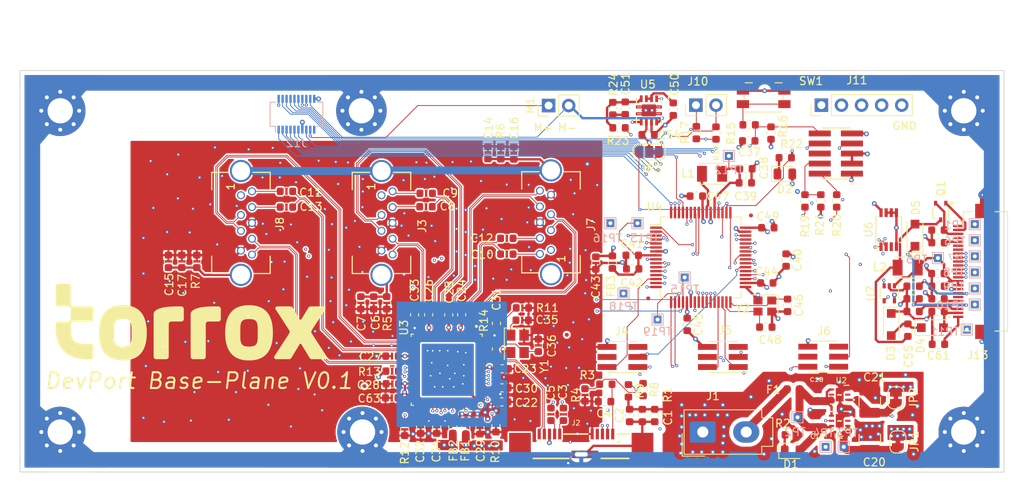
<source format=kicad_pcb>
(kicad_pcb (version 20171130) (host pcbnew "(5.1.9-0-10_14)")
  (layers (0 F.Cu mixed) (1 GND power) (2 VCC power) (3 Vert signal) (4 Horz signal) (31 B.Cu mixed) (34 B.Paste user hide) (35 F.Paste user hide) (36 B.SilkS user hide) (37 F.SilkS user) (38 B.Mask user) (39 F.Mask user hide) (44 Edge.Cuts user))
  (net 0 "")
  (net 1 GNDPWR)
  (net 2 GND)
  (net 3 "Net-(C3-Pad2)")
  (net 4 /hub/USB_SSTXM_UP)
  (net 5 "Net-(C4-Pad2)")
  (net 6 "Net-(C5-Pad2)")
  (net 7 /hub/USB_SSTXP_UP)
  (net 8 /hub/USB_SSTXM_DN2)
  (net 9 "Net-(C8-Pad1)")
  (net 10 /hub/USB_SSTXP_DN2)
  (net 11 "Net-(C9-Pad1)")
  (net 12 /hub/USB_SSTXP_DN1)
  (net 13 "Net-(C10-Pad1)")
  (net 14 /hub/USB_SSTXP_DN3)
  (net 15 "Net-(C11-Pad1)")
  (net 16 /hub/USB_SSTXM_DN1)
  (net 17 "Net-(C12-Pad1)")
  (net 18 /hub/USB_SSTXM_DN3)
  (net 19 "Net-(C13-Pad1)")
  (net 20 +5V)
  (net 21 "Net-(C20-Pad1)")
  (net 22 "Net-(C21-Pad1)")
  (net 23 1V1_Rail)
  (net 24 3V3_Rail)
  (net 25 X1)
  (net 26 X0)
  (net 27 nRESET)
  (net 28 "Net-(C38-Pad1)")
  (net 29 +3V3)
  (net 30 "Net-(C41-Pad1)")
  (net 31 XOUT)
  (net 32 XIN)
  (net 33 "Net-(C50-Pad1)")
  (net 34 "Net-(C51-Pad2)")
  (net 35 "Net-(C51-Pad1)")
  (net 36 /user_interface/VDD_Display)
  (net 37 "Net-(C55-Pad2)")
  (net 38 "Net-(C55-Pad1)")
  (net 39 "Net-(C56-Pad1)")
  (net 40 "Net-(C57-Pad1)")
  (net 41 "Net-(C58-Pad2)")
  (net 42 "Net-(C59-Pad2)")
  (net 43 "Net-(C60-Pad1)")
  (net 44 "Net-(C61-Pad1)")
  (net 45 "Net-(C62-Pad1)")
  (net 46 "Net-(D1-Pad1)")
  (net 47 "Net-(D2-Pad1)")
  (net 48 "Net-(F1-Pad2)")
  (net 49 +1V1)
  (net 50 /hub/USB_DM_UP)
  (net 51 /hub/USB_DP_UP)
  (net 52 /hub/USB_SSRXP_UP)
  (net 53 /hub/USB_SSRXM_UP)
  (net 54 /hub/USB_SSRXM_DN2)
  (net 55 /hub/USB_SSRXP_DN2)
  (net 56 /hub/USB_DP_DN2)
  (net 57 /hub/USB_DM_DN2)
  (net 58 /controller/HUB_SCL0)
  (net 59 /controller/HUB_Reset0)
  (net 60 /controller/HUB_SDA0)
  (net 61 /controller/HUB_SCL1)
  (net 62 /controller/HUB_Reset1)
  (net 63 /controller/HUB_SDA1)
  (net 64 /controller/HUB_SCL2)
  (net 65 /controller/HUB_Reset2)
  (net 66 /controller/HUB_SDA2)
  (net 67 /hub/USB_SSRXM_DN1)
  (net 68 /hub/USB_SSRXP_DN1)
  (net 69 /hub/USB_DP_DN1)
  (net 70 /hub/USB_DM_DN1)
  (net 71 /hub/USB_SSRXM_DN3)
  (net 72 /hub/USB_SSRXP_DN3)
  (net 73 /hub/USB_DP_DN3)
  (net 74 /hub/USB_DM_DN3)
  (net 75 SWDCLK)
  (net 76 SWDIO)
  (net 77 DEBUG_RXD)
  (net 78 DEBUG_TXD)
  (net 79 SCL)
  (net 80 SDA)
  (net 81 Test2)
  (net 82 /controller/XY11)
  (net 83 /controller/XY10)
  (net 84 /controller/XY9)
  (net 85 /controller/XY8)
  (net 86 /controller/XY7)
  (net 87 /controller/XY6)
  (net 88 /controller/Touch_GPIO)
  (net 89 /controller/XY5)
  (net 90 /controller/XY4)
  (net 91 /controller/XY3)
  (net 92 /controller/XY2)
  (net 93 /controller/XY1)
  (net 94 /controller/XY0)
  (net 95 /controller/DISPLAY_SDA)
  (net 96 /controller/DISPLAY_SCL)
  (net 97 /controller/DISPLAY_CS)
  (net 98 /controller/DISPLAY_DC)
  (net 99 /controller/DISPLAY_RESET)
  (net 100 /controller/DISPLAY_BUSY)
  (net 101 /controller/DISPLAY_BS)
  (net 102 "Net-(JP3-Pad1)")
  (net 103 "Net-(L1-Pad1)")
  (net 104 /hub/USB_VBUS)
  (net 105 "Net-(R8-Pad1)")
  (net 106 HUB_Reset_Local)
  (net 107 USB_R1)
  (net 108 SMBUSZ)
  (net 109 FULLPWRMGMTZ)
  (net 110 "Net-(R15-Pad2)")
  (net 111 "Net-(R19-Pad2)")
  (net 112 "Net-(R20-Pad2)")
  (net 113 /controller/Motor_PWM)
  (net 114 /controller/Power_Good_1_1)
  (net 115 HS_SUSPEND)
  (net 116 HS_UP)
  (net 117 USB_DM_DN4)
  (net 118 USB_DP_DN4)
  (net 119 /controller/DISPLAY_POWER)
  (net 120 /controller/DISPLAY_OK)
  (net 121 "Net-(J13-Pad23)")
  (net 122 "Net-(J13-Pad22)")
  (net 123 M-)
  (net 124 M+)
  (net 125 /controller/Test1)
  (net 126 /controller/Test0)
  (module Fiducial:Fiducial_0.5mm_Mask1mm (layer F.Cu) (at 170.9 97.4)
    (fp_text reference REF** hide)
    (fp_text value Fiducial_0.5mm_Mask1mm hide)
    (pad "" smd circle (at 0 0) (size 0.5 0.5) (layers F.Cu F.Mask) (clearance 0.25))
  )
  (module Fiducial:Fiducial_0.5mm_Mask1mm (layer F.Cu) (at 183.9 86.9)
    (fp_text reference REF** hide)
    (fp_text value Fiducial_0.5mm_Mask1mm hide)
    (pad "" smd circle (at 0 0) (size 0.5 0.5) (layers F.Cu F.Mask) (clearance 0.25))
  )
  (module Fiducial:Fiducial_0.5mm_Mask1mm (layer F.Cu) (at 160.6 102)
    (fp_text reference REF** hide)
    (fp_text value Fiducial_0.5mm_Mask1mm hide)
    (pad "" smd circle (at 0 0) (size 0.5 0.5) (layers F.Cu F.Mask) (clearance 0.25))
  )
  (module Fiducial:Fiducial_0.5mm_Mask1mm (layer F.Cu) (at 135 108.5)
    (fp_text reference REF** hide)
    (fp_text value Fiducial_0.5mm_Mask1mm hide)
    (pad "" smd circle (at 0 0) (size 0.5 0.5) (layers F.Cu F.Mask) (clearance 0.25))
  )
  (module Torrox:Torrox_Black (layer F.Cu) (at 113.1 100.4)
    (fp_text reference G*** hide)
    (fp_text value LOGO hide)
  )
  (module TestPoint:TestPoint_THTPad_1.0x1.0mm_Drill0.5mm (layer B.Cu) (at 172.085 100.076)
    (fp_text reference TP19 (at 0 1.524) (layer B.SilkS) (effects (justify mirror)))
    (fp_text value TestPoint)
    (pad 1 thru_hole rect (at 0 0) (size 1 1) (drill 0.5) (layers *.Cu *.Mask) (net 108 SMBUSZ))
  )
  (module TestPoint:TestPoint_THTPad_1.0x1.0mm_Drill0.5mm (layer B.Cu) (at 167.767 96.774)
    (fp_text reference TP18 (at 0 1.651) (layer B.SilkS) (effects (justify mirror)))
    (fp_text value TestPoint)
    (pad 1 thru_hole rect (at 0 0) (size 1 1) (drill 0.5) (layers *.Cu *.Mask) (net 109 FULLPWRMGMTZ))
  )
  (module TestPoint:TestPoint_THTPad_1.0x1.0mm_Drill0.5mm (layer B.Cu) (at 166.116 87.884)
    (fp_text reference TP16 (at -0.381 1.905) (layer B.SilkS) (effects (justify mirror)))
    (fp_text value TestPoint)
    (pad 1 thru_hole rect (at 0 0) (size 1 1) (drill 0.5) (layers *.Cu *.Mask) (net 116 HS_UP))
  )
  (module TestPoint:TestPoint_THTPad_1.0x1.0mm_Drill0.5mm (layer B.Cu) (at 175.514 94.742)
    (fp_text reference TP15 (at 0 1.524) (layer B.SilkS) (effects (justify mirror)))
    (fp_text value TestPoint)
    (pad 1 thru_hole rect (at 0 0) (size 1 1) (drill 0.5) (layers *.Cu *.Mask) (net 115 HS_SUSPEND))
  )
  (module TestPoint:TestPoint_THTPad_1.0x1.0mm_Drill0.5mm (layer B.Cu) (at 169.545 87.884)
    (fp_text reference TP13 (at 0.889 1.905) (layer B.SilkS) (effects (justify mirror)))
    (fp_text value TestPoint)
    (pad 1 thru_hole rect (at 0 0) (size 1 1) (drill 0.5) (layers *.Cu *.Mask) (net 30 "Net-(C41-Pad1)"))
  )
  (module TestPoint:TestPoint_THTPad_1.0x1.0mm_Drill0.5mm (layer B.Cu) (at 181.102 79.375)
    (fp_text reference TP12 (at 0 1.778) (layer B.SilkS) (effects (justify mirror)))
    (fp_text value TestPoint)
    (pad 1 thru_hole rect (at 0 0) (size 1 1) (drill 0.5) (layers *.Cu *.Mask) (net 28 "Net-(C38-Pad1)"))
  )
  (module TestPoint:TestPoint_THTPad_1.0x1.0mm_Drill0.5mm (layer B.Cu) (at 211.201 101.346)
    (fp_text reference TP11 (at -2.794 0.254) (layer B.SilkS) (effects (justify mirror)))
    (fp_text value TestPoint)
    (pad 1 thru_hole rect (at 0 0) (size 1 1) (drill 0.5) (layers *.Cu *.Mask) (net 95 /controller/DISPLAY_SDA))
  )
  (module TestPoint:TestPoint_THTPad_1.0x1.0mm_Drill0.5mm (layer B.Cu) (at 212.217 98.171)
    (fp_text reference TP10 (at -3.048 0.127) (layer B.SilkS) (effects (justify mirror)))
    (fp_text value TestPoint)
    (pad 1 thru_hole rect (at 0 0) (size 1 1) (drill 0.5) (layers *.Cu *.Mask) (net 96 /controller/DISPLAY_SCL))
  )
  (module TestPoint:TestPoint_THTPad_1.0x1.0mm_Drill0.5mm (layer B.Cu) (at 212.217 96.139)
    (fp_text reference TP9 (at -2.667 -0.254) (layer B.SilkS) (effects (justify mirror)))
    (fp_text value TestPoint)
    (pad 1 thru_hole rect (at 0 0) (size 1 1) (drill 0.5) (layers *.Cu *.Mask) (net 97 /controller/DISPLAY_CS))
  )
  (module TestPoint:TestPoint_THTPad_1.0x1.0mm_Drill0.5mm (layer B.Cu) (at 212.217 94.107)
    (fp_text reference TP8 (at -2.667 0) (layer B.SilkS) (effects (justify mirror)))
    (fp_text value TestPoint)
    (pad 1 thru_hole rect (at 0 0) (size 1 1) (drill 0.5) (layers *.Cu *.Mask) (net 98 /controller/DISPLAY_DC))
  )
  (module TestPoint:TestPoint_THTPad_1.0x1.0mm_Drill0.5mm (layer B.Cu) (at 212.217 92.075)
    (fp_text reference TP7 (at -2.413 0.127) (layer B.SilkS) (effects (font (size 0.7 0.7) (thickness 0.1)) (justify mirror)))
    (fp_text value TestPoint)
    (pad 1 thru_hole rect (at 0 0) (size 1 1) (drill 0.5) (layers *.Cu *.Mask) (net 99 /controller/DISPLAY_RESET))
  )
  (module TestPoint:TestPoint_THTPad_1.0x1.0mm_Drill0.5mm (layer B.Cu) (at 212.217 90.043)
    (fp_text reference TP6 (at -2.54 0.127) (layer B.SilkS) (effects (justify mirror)))
    (fp_text value TestPoint)
    (pad 1 thru_hole rect (at 0 0) (size 1 1) (drill 0.5) (layers *.Cu *.Mask) (net 100 /controller/DISPLAY_BUSY))
  )
  (module TestPoint:TestPoint_THTPad_1.0x1.0mm_Drill0.5mm (layer B.Cu) (at 212.217 88.011)
    (fp_text reference TP1 (at -2.54 0.127) (layer B.SilkS) (effects (justify mirror)))
    (fp_text value TestPoint)
    (pad 1 thru_hole rect (at 0 0) (size 1 1) (drill 0.5) (layers *.Cu *.Mask) (net 101 /controller/DISPLAY_BS))
  )
  (module Package_SO:TSSOP-8_3x3mm_P0.65mm (layer F.Cu) (at 201.325 88.7 90)
    (fp_text reference U6 (at 0 -2.55 90) (layer F.SilkS))
    (fp_text value LM75B)
    (pad 8 smd rect (at 2.15 -0.975 90) (size 1.1 0.4) (layers F.Cu F.Paste F.Mask) (net 29 +3V3))
    (pad 7 smd rect (at 2.15 -0.325 90) (size 1.1 0.4) (layers F.Cu F.Paste F.Mask) (net 2 GND))
    (pad 6 smd rect (at 2.15 0.325 90) (size 1.1 0.4) (layers F.Cu F.Paste F.Mask) (net 2 GND))
    (pad 5 smd rect (at 2.15 0.975 90) (size 1.1 0.4) (layers F.Cu F.Paste F.Mask) (net 2 GND))
    (pad 4 smd rect (at -2.15 0.975 90) (size 1.1 0.4) (layers F.Cu F.Paste F.Mask) (net 2 GND))
    (pad 3 smd rect (at -2.15 0.325 90) (size 1.1 0.4) (layers F.Cu F.Paste F.Mask))
    (pad 2 smd rect (at -2.15 -0.325 90) (size 1.1 0.4) (layers F.Cu F.Paste F.Mask) (net 79 SCL))
    (pad 1 smd rect (at -2.15 -0.975 90) (size 1.1 0.4) (layers F.Cu F.Paste F.Mask) (net 80 SDA))
  )
  (module Capacitor_SMD:C_0603_1608Metric (layer F.Cu) (at 153.9 79.0125 270)
    (fp_text reference C16 (at -3.1625 -0.05 90) (layer F.SilkS))
    (fp_text value 1nF)
    (pad 2 smd roundrect (at 0.7875 0 270) (size 0.875 0.95) (layers F.Cu F.Paste F.Mask) (net 1 GNDPWR))
    (pad 1 smd roundrect (at -0.7875 0 270) (size 0.875 0.95) (layers F.Cu F.Paste F.Mask) (net 2 GND))
  )
  (module Connector_Molex:Molex_SlimStack_55560-0201_2x10_P0.50mm_Vertical (layer B.Cu) (at 126.4 74.1)
    (fp_text reference J12 (at 0 3.65) (layer B.SilkS) (effects (justify mirror)))
    (fp_text value Conn_02x10_Odd_Even)
    (pad 20 smd rect (at 2.25 -1.95) (size 0.3 1) (layers B.Cu B.Paste B.Mask) (net 2 GND))
    (pad 18 smd rect (at 1.75 -1.95) (size 0.3 1) (layers B.Cu B.Paste B.Mask) (net 123 M-))
    (pad 16 smd rect (at 1.25 -1.95) (size 0.3 1) (layers B.Cu B.Paste B.Mask) (net 80 SDA))
    (pad 14 smd rect (at 0.75 -1.95) (size 0.3 1) (layers B.Cu B.Paste B.Mask) (net 79 SCL))
    (pad 12 smd rect (at 0.25 -1.95) (size 0.3 1) (layers B.Cu B.Paste B.Mask) (net 82 /controller/XY11))
    (pad 10 smd rect (at -0.25 -1.95) (size 0.3 1) (layers B.Cu B.Paste B.Mask) (net 83 /controller/XY10))
    (pad 8 smd rect (at -0.75 -1.95) (size 0.3 1) (layers B.Cu B.Paste B.Mask) (net 84 /controller/XY9))
    (pad 6 smd rect (at -1.25 -1.95) (size 0.3 1) (layers B.Cu B.Paste B.Mask) (net 85 /controller/XY8))
    (pad 4 smd rect (at -1.75 -1.95) (size 0.3 1) (layers B.Cu B.Paste B.Mask) (net 86 /controller/XY7))
    (pad 2 smd rect (at -2.25 -1.95) (size 0.3 1) (layers B.Cu B.Paste B.Mask) (net 87 /controller/XY6))
    (pad 19 smd rect (at 2.25 1.95) (size 0.3 1) (layers B.Cu B.Paste B.Mask))
    (pad 17 smd rect (at 1.75 1.95) (size 0.3 1) (layers B.Cu B.Paste B.Mask) (net 124 M+))
    (pad 15 smd rect (at 1.25 1.95) (size 0.3 1) (layers B.Cu B.Paste B.Mask) (net 88 /controller/Touch_GPIO))
    (pad 13 smd rect (at 0.75 1.95) (size 0.3 1) (layers B.Cu B.Paste B.Mask) (net 29 +3V3))
    (pad 11 smd rect (at 0.25 1.95) (size 0.3 1) (layers B.Cu B.Paste B.Mask) (net 89 /controller/XY5))
    (pad 9 smd rect (at -0.25 1.95) (size 0.3 1) (layers B.Cu B.Paste B.Mask) (net 90 /controller/XY4))
    (pad 7 smd rect (at -0.75 1.95) (size 0.3 1) (layers B.Cu B.Paste B.Mask) (net 91 /controller/XY3))
    (pad 5 smd rect (at -1.25 1.95) (size 0.3 1) (layers B.Cu B.Paste B.Mask) (net 92 /controller/XY2))
    (pad 3 smd rect (at -1.75 1.95) (size 0.3 1) (layers B.Cu B.Paste B.Mask) (net 93 /controller/XY1))
    (pad 1 smd rect (at -2.25 1.95) (size 0.3 1) (layers B.Cu B.Paste B.Mask) (net 94 /controller/XY0))
  )
  (module Capacitor_SMD:C_0603_1608Metric (layer F.Cu) (at 203.75 101.4125 90)
    (fp_text reference C55 (at -3.3125 0.075 90) (layer F.SilkS))
    (fp_text value 4.7µF)
    (pad 2 smd roundrect (at 0.7875 0 90) (size 0.875 0.95) (layers F.Cu F.Paste F.Mask) (net 37 "Net-(C55-Pad2)"))
    (pad 1 smd roundrect (at -0.7875 0 90) (size 0.875 0.95) (layers F.Cu F.Paste F.Mask) (net 38 "Net-(C55-Pad1)"))
  )
  (module Diode_SMD:D_SOD-123F (layer F.Cu) (at 206.85 101.1)
    (fp_text reference D4 (at -1.491 2.278 90) (layer F.SilkS))
    (fp_text value SS2040FL)
    (pad 2 smd rect (at 1.4 0) (size 1.1 1.1) (layers F.Cu F.Paste F.Mask) (net 39 "Net-(C56-Pad1)"))
    (pad 1 smd rect (at -1.4 0) (size 1.1 1.1) (layers F.Cu F.Paste F.Mask) (net 37 "Net-(C55-Pad2)"))
  )
  (module Package_TO_SOT_SMD:SOT-353_SC-70-5 (layer F.Cu) (at 201.4 96.75 270)
    (fp_text reference U7 (at 0.025 2.35 90) (layer F.SilkS))
    (fp_text value FPF2002)
    (pad 5 smd rect (at 0.95 -0.65 270) (size 0.65 0.4) (layers F.Cu F.Paste F.Mask) (net 29 +3V3))
    (pad 4 smd rect (at 0.95 0.65 270) (size 0.65 0.4) (layers F.Cu F.Paste F.Mask) (net 119 /controller/DISPLAY_POWER))
    (pad 2 smd rect (at -0.95 0 270) (size 0.65 0.4) (layers F.Cu F.Paste F.Mask) (net 2 GND))
    (pad 3 smd rect (at -0.95 0.65 270) (size 0.65 0.4) (layers F.Cu F.Paste F.Mask) (net 120 /controller/DISPLAY_OK))
    (pad 1 smd rect (at -0.95 -0.65 270) (size 0.65 0.4) (layers F.Cu F.Paste F.Mask) (net 36 /user_interface/VDD_Display))
  )
  (module Capacitor_SMD:C_0603_1608Metric (layer F.Cu) (at 207.5625 95.85 180)
    (fp_text reference C53 hide)
    (fp_text value 1µF)
    (pad 2 smd roundrect (at 0.7875 0 180) (size 0.875 0.95) (layers F.Cu F.Paste F.Mask) (net 2 GND))
    (pad 1 smd roundrect (at -0.7875 0 180) (size 0.875 0.95) (layers F.Cu F.Paste F.Mask) (net 36 /user_interface/VDD_Display))
  )
  (module MountingHole:MountingHole_3.2mm_M3_Pad_Via (layer F.Cu) (at 134.76 114.3)
    (fp_text reference H6 hide)
    (fp_text value MountingHole_Pad)
    (pad 1 thru_hole circle (at 1.697056 -1.697056) (size 0.8 0.8) (drill 0.5) (layers *.Cu *.Mask) (net 1 GNDPWR))
    (pad 1 thru_hole circle (at 0 -2.4) (size 0.8 0.8) (drill 0.5) (layers *.Cu *.Mask) (net 1 GNDPWR))
    (pad 1 thru_hole circle (at -1.697056 -1.697056) (size 0.8 0.8) (drill 0.5) (layers *.Cu *.Mask) (net 1 GNDPWR))
    (pad 1 thru_hole circle (at -2.4 0) (size 0.8 0.8) (drill 0.5) (layers *.Cu *.Mask) (net 1 GNDPWR))
    (pad 1 thru_hole circle (at -1.697056 1.697056) (size 0.8 0.8) (drill 0.5) (layers *.Cu *.Mask) (net 1 GNDPWR))
    (pad 1 thru_hole circle (at 0 2.4) (size 0.8 0.8) (drill 0.5) (layers *.Cu *.Mask) (net 1 GNDPWR))
    (pad 1 thru_hole circle (at 1.697056 1.697056) (size 0.8 0.8) (drill 0.5) (layers *.Cu *.Mask) (net 1 GNDPWR))
    (pad 1 thru_hole circle (at 2.4 0) (size 0.8 0.8) (drill 0.5) (layers *.Cu *.Mask) (net 1 GNDPWR))
    (pad 1 thru_hole circle (at 0 0) (size 6.4 6.4) (drill 3.2) (layers *.Cu *.Mask) (net 1 GNDPWR))
  )
  (module MountingHole:MountingHole_3.2mm_M3_Pad_Via (layer F.Cu) (at 134.62 73.66)
    (fp_text reference H5 hide)
    (fp_text value MountingHole_Pad)
    (pad 1 thru_hole circle (at 1.697056 -1.697056) (size 0.8 0.8) (drill 0.5) (layers *.Cu *.Mask) (net 1 GNDPWR))
    (pad 1 thru_hole circle (at 0 -2.4) (size 0.8 0.8) (drill 0.5) (layers *.Cu *.Mask) (net 1 GNDPWR))
    (pad 1 thru_hole circle (at -1.697056 -1.697056) (size 0.8 0.8) (drill 0.5) (layers *.Cu *.Mask) (net 1 GNDPWR))
    (pad 1 thru_hole circle (at -2.4 0) (size 0.8 0.8) (drill 0.5) (layers *.Cu *.Mask) (net 1 GNDPWR))
    (pad 1 thru_hole circle (at -1.697056 1.697056) (size 0.8 0.8) (drill 0.5) (layers *.Cu *.Mask) (net 1 GNDPWR))
    (pad 1 thru_hole circle (at 0 2.4) (size 0.8 0.8) (drill 0.5) (layers *.Cu *.Mask) (net 1 GNDPWR))
    (pad 1 thru_hole circle (at 1.697056 1.697056) (size 0.8 0.8) (drill 0.5) (layers *.Cu *.Mask) (net 1 GNDPWR))
    (pad 1 thru_hole circle (at 2.4 0) (size 0.8 0.8) (drill 0.5) (layers *.Cu *.Mask) (net 1 GNDPWR))
    (pad 1 thru_hole circle (at 0 0) (size 6.4 6.4) (drill 3.2) (layers *.Cu *.Mask) (net 1 GNDPWR))
  )
  (module Capacitor_SMD:C_0603_1608Metric (layer F.Cu) (at 138.4555 109.982 180)
    (fp_text reference C63 (at 2.8555 -0.068) (layer F.SilkS))
    (fp_text value 0.1µF)
    (pad 2 smd roundrect (at 0.7875 0 180) (size 0.875 0.95) (layers F.Cu F.Paste F.Mask) (net 2 GND))
    (pad 1 smd roundrect (at -0.7875 0 180) (size 0.875 0.95) (layers F.Cu F.Paste F.Mask) (net 23 1V1_Rail))
  )
  (module Connector_PinHeader_2.54mm:PinHeader_1x05_P2.54mm_Vertical (layer F.Cu) (at 192.8114 72.9488 90)
    (fp_text reference J11 (at 3.1488 4.4886 180) (layer F.SilkS))
    (fp_text value Conn_01x05)
    (pad 5 thru_hole oval (at 0 10.16 90) (size 1.7 1.7) (drill 1) (layers *.Cu *.Mask) (net 2 GND))
    (pad 4 thru_hole oval (at 0 7.62 90) (size 1.7 1.7) (drill 1) (layers *.Cu *.Mask) (net 29 +3V3))
    (pad 3 thru_hole oval (at 0 5.08 90) (size 1.7 1.7) (drill 1) (layers *.Cu *.Mask) (net 81 Test2))
    (pad 2 thru_hole oval (at 0 2.54 90) (size 1.7 1.7) (drill 1) (layers *.Cu *.Mask) (net 125 /controller/Test1))
    (pad 1 thru_hole rect (at 0 0 90) (size 1.7 1.7) (drill 1) (layers *.Cu *.Mask) (net 126 /controller/Test0))
  )
  (module Connector_PinHeader_1.27mm:PinHeader_2x03_P1.27mm_Vertical_SMD (layer F.Cu) (at 193.04 104.775 180)
    (fp_text reference J6 (at -0.11 3.25) (layer F.SilkS))
    (fp_text value Conn_01x06)
    (pad 6 smd rect (at 1.95 1.27 180) (size 2.4 0.74) (layers F.Cu F.Paste F.Mask) (net 2 GND))
    (pad 5 smd rect (at -1.95 1.27 180) (size 2.4 0.74) (layers F.Cu F.Paste F.Mask))
    (pad 4 smd rect (at 1.95 0 180) (size 2.4 0.74) (layers F.Cu F.Paste F.Mask))
    (pad 3 smd rect (at -1.95 0 180) (size 2.4 0.74) (layers F.Cu F.Paste F.Mask) (net 65 /controller/HUB_Reset2))
    (pad 2 smd rect (at 1.95 -1.27 180) (size 2.4 0.74) (layers F.Cu F.Paste F.Mask) (net 64 /controller/HUB_SCL2))
    (pad 1 smd rect (at -1.95 -1.27 180) (size 2.4 0.74) (layers F.Cu F.Paste F.Mask) (net 66 /controller/HUB_SDA2))
  )
  (module Connector_PinHeader_1.27mm:PinHeader_2x03_P1.27mm_Vertical_SMD (layer F.Cu) (at 180.34 104.807 180)
    (fp_text reference J5 (at -0.285 3.382) (layer F.SilkS))
    (fp_text value Conn_01x06)
    (pad 6 smd rect (at 1.95 1.27 180) (size 2.4 0.74) (layers F.Cu F.Paste F.Mask) (net 2 GND))
    (pad 5 smd rect (at -1.95 1.27 180) (size 2.4 0.74) (layers F.Cu F.Paste F.Mask))
    (pad 4 smd rect (at 1.95 0 180) (size 2.4 0.74) (layers F.Cu F.Paste F.Mask))
    (pad 3 smd rect (at -1.95 0 180) (size 2.4 0.74) (layers F.Cu F.Paste F.Mask) (net 62 /controller/HUB_Reset1))
    (pad 2 smd rect (at 1.95 -1.27 180) (size 2.4 0.74) (layers F.Cu F.Paste F.Mask) (net 61 /controller/HUB_SCL1))
    (pad 1 smd rect (at -1.95 -1.27 180) (size 2.4 0.74) (layers F.Cu F.Paste F.Mask) (net 63 /controller/HUB_SDA1))
  )
  (module Connector_PinHeader_1.27mm:PinHeader_2x03_P1.27mm_Vertical_SMD (layer F.Cu) (at 167.64 104.807 180)
    (fp_text reference J4 (at 0.09 3.257) (layer F.SilkS))
    (fp_text value Conn_01x06)
    (pad 6 smd rect (at 1.95 1.27 180) (size 2.4 0.74) (layers F.Cu F.Paste F.Mask) (net 2 GND))
    (pad 5 smd rect (at -1.95 1.27 180) (size 2.4 0.74) (layers F.Cu F.Paste F.Mask))
    (pad 4 smd rect (at 1.95 0 180) (size 2.4 0.74) (layers F.Cu F.Paste F.Mask))
    (pad 3 smd rect (at -1.95 0 180) (size 2.4 0.74) (layers F.Cu F.Paste F.Mask) (net 59 /controller/HUB_Reset0))
    (pad 2 smd rect (at 1.95 -1.27 180) (size 2.4 0.74) (layers F.Cu F.Paste F.Mask) (net 58 /controller/HUB_SCL0))
    (pad 1 smd rect (at -1.95 -1.27 180) (size 2.4 0.74) (layers F.Cu F.Paste F.Mask) (net 60 /controller/HUB_SDA0))
  )
  (module Crystal:Crystal_SMD_2520-4Pin_2.5x2.0mm (layer F.Cu) (at 185.66 98.36 180)
    (fp_text reference Y2 (at 2.81 -0.315) (layer F.SilkS))
    (fp_text value 12MHz)
    (pad 4 smd rect (at -0.875 -0.7 180) (size 1.15 1) (layers F.Cu F.Paste F.Mask) (net 2 GND))
    (pad 3 smd rect (at 0.875 -0.7 180) (size 1.15 1) (layers F.Cu F.Paste F.Mask) (net 32 XIN))
    (pad 2 smd rect (at 0.875 0.7 180) (size 1.15 1) (layers F.Cu F.Paste F.Mask) (net 2 GND))
    (pad 1 smd rect (at -0.875 0.7 180) (size 1.15 1) (layers F.Cu F.Paste F.Mask) (net 31 XOUT))
  )
  (module Crystal:Crystal_SMD_3225-4Pin_3.2x2.5mm (layer F.Cu) (at 154.35 103.15 270)
    (fp_text reference Y1 (at 2.85 -3.4 90) (layer F.SilkS))
    (fp_text value 24MHz)
    (pad 4 smd rect (at -1.1 -0.85 270) (size 1.4 1.2) (layers F.Cu F.Paste F.Mask) (net 2 GND))
    (pad 3 smd rect (at 1.1 -0.85 270) (size 1.4 1.2) (layers F.Cu F.Paste F.Mask) (net 26 X0))
    (pad 2 smd rect (at 1.1 0.85 270) (size 1.4 1.2) (layers F.Cu F.Paste F.Mask) (net 2 GND))
    (pad 1 smd rect (at -1.1 0.85 270) (size 1.4 1.2) (layers F.Cu F.Paste F.Mask) (net 25 X1))
  )
  (module components:DRV8601DRBR (layer F.Cu) (at 170.9928 73.6092 270)
    (fp_text reference U5 (at -3.2842 0.1428) (layer F.SilkS))
    (fp_text value DRV8601DRBR hide)
    (fp_line (start -0.3168 0.875) (end -0.5468 0.875) (layer F.Cu) (width 0.1524))
    (fp_line (start -0.3168 1.575) (end -0.3168 0.875) (layer F.Cu) (width 0.1524))
    (fp_line (start -0.5468 1.575) (end -0.3168 1.575) (layer F.Cu) (width 0.1524))
    (fp_line (start -0.5468 0.875) (end -0.5468 1.575) (layer F.Cu) (width 0.1524))
    (fp_line (start 0.3168 0.875) (end 0.5468 0.875) (layer F.Cu) (width 0.1524))
    (fp_line (start 0.3168 1.575) (end 0.3168 0.875) (layer F.Cu) (width 0.1524))
    (fp_line (start 0.5468 1.575) (end 0.3168 1.575) (layer F.Cu) (width 0.1524))
    (fp_line (start 0.5468 0.875) (end 0.5468 1.575) (layer F.Cu) (width 0.1524))
    (fp_line (start 0.3168 -0.875) (end 0.5468 -0.875) (layer F.Cu) (width 0.1524))
    (fp_line (start 0.3168 -1.575) (end 0.3168 -0.875) (layer F.Cu) (width 0.1524))
    (fp_line (start 0.5468 -1.575) (end 0.3168 -1.575) (layer F.Cu) (width 0.1524))
    (fp_line (start 0.5468 -0.875) (end 0.5468 -1.575) (layer F.Cu) (width 0.1524))
    (fp_line (start -0.3168 -0.875) (end -0.5468 -0.875) (layer F.Cu) (width 0.1524))
    (fp_line (start -0.3168 -1.575) (end -0.3168 -0.875) (layer F.Cu) (width 0.1524))
    (fp_line (start -0.5468 -1.575) (end -0.3168 -1.575) (layer F.Cu) (width 0.1524))
    (fp_line (start -0.5468 -0.875) (end -0.5468 -1.575) (layer F.Cu) (width 0.1524))
    (fp_line (start 0 0.875) (end 0 0.875) (layer F.Cu) (width 0.1524))
    (fp_line (start 0 0.875) (end 0 0.875) (layer F.Cu) (width 0.1524))
    (fp_line (start 0 0.875) (end 0 0.875) (layer F.Cu) (width 0.1524))
    (fp_line (start 0 0.875) (end 0 0.875) (layer F.Cu) (width 0.1524))
    (fp_line (start 0 0.875) (end 0 0.875) (layer F.Cu) (width 0.1524))
    (fp_line (start 0 0.875) (end 0 0.875) (layer F.Cu) (width 0.1524))
    (fp_line (start 0 0.875) (end 0 0.875) (layer F.Cu) (width 0.1524))
    (fp_line (start 0 0.875) (end 0 0.875) (layer F.Cu) (width 0.1524))
    (fp_line (start 0 -0.875) (end 0 -0.875) (layer F.Cu) (width 0.1524))
    (fp_line (start 0 -0.875) (end 0 -0.875) (layer F.Cu) (width 0.1524))
    (fp_line (start 0 -0.875) (end 0 -0.875) (layer F.Cu) (width 0.1524))
    (fp_line (start 0 -0.875) (end 0 -0.875) (layer F.Cu) (width 0.1524))
    (fp_line (start 0 -0.875) (end 0 -0.875) (layer F.Cu) (width 0.1524))
    (fp_line (start 0 -0.875) (end 0 -0.875) (layer F.Cu) (width 0.1524))
    (fp_line (start 0 -0.875) (end 0 -0.875) (layer F.Cu) (width 0.1524))
    (fp_line (start 0 -0.875) (end 0 -0.875) (layer F.Cu) (width 0.1524))
    (fp_text user ~ (at -1.708799 -2.468 90) (layer F.SilkS))
    (pad V thru_hole circle (at 0 -0.3937 270) (size 0.508 0.508) (drill 0.254) (layers *.Cu *.Mask))
    (pad V thru_hole circle (at 0 0.3937 270) (size 0.508 0.508) (drill 0.254) (layers *.Cu *.Mask))
    (pad 9 smd rect (at 0 0 270) (size 1.5 1.75) (layers F.Cu F.Paste F.Mask))
    (pad 8 smd rect (at 1.475001 -0.974999 270) (size 0.85 0.35) (layers F.Cu F.Paste F.Mask) (net 123 M-))
    (pad 7 smd rect (at 1.475001 -0.325001 270) (size 0.85 0.35) (layers F.Cu F.Paste F.Mask) (net 2 GND))
    (pad 6 smd rect (at 1.475001 0.325001 270) (size 0.85 0.35) (layers F.Cu F.Paste F.Mask) (net 29 +3V3))
    (pad 5 smd rect (at 1.475001 0.974999 270) (size 0.85 0.35) (layers F.Cu F.Paste F.Mask) (net 124 M+))
    (pad 4 smd rect (at -1.475001 0.974999 270) (size 0.85 0.35) (layers F.Cu F.Paste F.Mask) (net 34 "Net-(C51-Pad2)"))
    (pad 3 smd rect (at -1.475001 0.325001 270) (size 0.85 0.35) (layers F.Cu F.Paste F.Mask) (net 33 "Net-(C50-Pad1)"))
    (pad 2 smd rect (at -1.475001 -0.325001 270) (size 0.85 0.35) (layers F.Cu F.Paste F.Mask) (net 33 "Net-(C50-Pad1)"))
    (pad 1 smd rect (at -1.475001 -0.974999 270) (size 0.85 0.35) (layers F.Cu F.Paste F.Mask) (net 102 "Net-(JP3-Pad1)"))
  )
  (module Package_QFP:TQFP-64_10x10mm_P0.5mm (layer F.Cu) (at 177.546 92.202)
    (fp_text reference U4 (at -5.846 -6.377) (layer F.SilkS))
    (fp_text value ATSAMD51J19A-A)
    (pad 64 smd roundrect (at -3.75 -5.6625) (size 0.3 1.475) (layers F.Cu F.Paste F.Mask) (net 94 /controller/XY0))
    (pad 63 smd roundrect (at -3.25 -5.6625) (size 0.3 1.475) (layers F.Cu F.Paste F.Mask) (net 78 DEBUG_TXD))
    (pad 62 smd roundrect (at -2.75 -5.6625) (size 0.3 1.475) (layers F.Cu F.Paste F.Mask) (net 77 DEBUG_RXD))
    (pad 61 smd roundrect (at -2.25 -5.6625) (size 0.3 1.475) (layers F.Cu F.Paste F.Mask) (net 88 /controller/Touch_GPIO))
    (pad 60 smd roundrect (at -1.75 -5.6625) (size 0.3 1.475) (layers F.Cu F.Paste F.Mask) (net 112 "Net-(R20-Pad2)"))
    (pad 59 smd roundrect (at -1.25 -5.6625) (size 0.3 1.475) (layers F.Cu F.Paste F.Mask) (net 111 "Net-(R19-Pad2)"))
    (pad 58 smd roundrect (at -0.75 -5.6625) (size 0.3 1.475) (layers F.Cu F.Paste F.Mask) (net 99 /controller/DISPLAY_RESET))
    (pad 57 smd roundrect (at -0.25 -5.6625) (size 0.3 1.475) (layers F.Cu F.Paste F.Mask) (net 100 /controller/DISPLAY_BUSY))
    (pad 56 smd roundrect (at 0.25 -5.6625) (size 0.3 1.475) (layers F.Cu F.Paste F.Mask) (net 29 +3V3))
    (pad 55 smd roundrect (at 0.75 -5.6625) (size 0.3 1.475) (layers F.Cu F.Paste F.Mask) (net 103 "Net-(L1-Pad1)"))
    (pad 54 smd roundrect (at 1.25 -5.6625) (size 0.3 1.475) (layers F.Cu F.Paste F.Mask) (net 2 GND))
    (pad 53 smd roundrect (at 1.75 -5.6625) (size 0.3 1.475) (layers F.Cu F.Paste F.Mask) (net 28 "Net-(C38-Pad1)"))
    (pad 52 smd roundrect (at 2.25 -5.6625) (size 0.3 1.475) (layers F.Cu F.Paste F.Mask) (net 27 nRESET))
    (pad 51 smd roundrect (at 2.75 -5.6625) (size 0.3 1.475) (layers F.Cu F.Paste F.Mask) (net 101 /controller/DISPLAY_BS))
    (pad 50 smd roundrect (at 3.25 -5.6625) (size 0.3 1.475) (layers F.Cu F.Paste F.Mask) (net 126 /controller/Test0))
    (pad 49 smd roundrect (at 3.75 -5.6625) (size 0.3 1.475) (layers F.Cu F.Paste F.Mask) (net 98 /controller/DISPLAY_DC))
    (pad 48 smd roundrect (at 5.6625 -3.75) (size 1.475 0.3) (layers F.Cu F.Paste F.Mask) (net 29 +3V3))
    (pad 47 smd roundrect (at 5.6625 -3.25) (size 1.475 0.3) (layers F.Cu F.Paste F.Mask) (net 2 GND))
    (pad 46 smd roundrect (at 5.6625 -2.75) (size 1.475 0.3) (layers F.Cu F.Paste F.Mask) (net 118 USB_DP_DN4))
    (pad 45 smd roundrect (at 5.6625 -2.25) (size 1.475 0.3) (layers F.Cu F.Paste F.Mask) (net 117 USB_DM_DN4))
    (pad 44 smd roundrect (at 5.6625 -1.75) (size 1.475 0.3) (layers F.Cu F.Paste F.Mask) (net 119 /controller/DISPLAY_POWER))
    (pad 43 smd roundrect (at 5.6625 -1.25) (size 1.475 0.3) (layers F.Cu F.Paste F.Mask) (net 120 /controller/DISPLAY_OK))
    (pad 42 smd roundrect (at 5.6625 -0.75) (size 1.475 0.3) (layers F.Cu F.Paste F.Mask) (net 65 /controller/HUB_Reset2))
    (pad 41 smd roundrect (at 5.6625 -0.25) (size 1.475 0.3) (layers F.Cu F.Paste F.Mask) (net 62 /controller/HUB_Reset1))
    (pad 40 smd roundrect (at 5.6625 0.25) (size 1.475 0.3) (layers F.Cu F.Paste F.Mask) (net 106 HUB_Reset_Local))
    (pad 39 smd roundrect (at 5.6625 0.75) (size 1.475 0.3) (layers F.Cu F.Paste F.Mask) (net 81 Test2))
    (pad 38 smd roundrect (at 5.6625 1.25) (size 1.475 0.3) (layers F.Cu F.Paste F.Mask) (net 59 /controller/HUB_Reset0))
    (pad 37 smd roundrect (at 5.6625 1.75) (size 1.475 0.3) (layers F.Cu F.Paste F.Mask) (net 97 /controller/DISPLAY_CS))
    (pad 36 smd roundrect (at 5.6625 2.25) (size 1.475 0.3) (layers F.Cu F.Paste F.Mask) (net 95 /controller/DISPLAY_SDA))
    (pad 35 smd roundrect (at 5.6625 2.75) (size 1.475 0.3) (layers F.Cu F.Paste F.Mask) (net 96 /controller/DISPLAY_SCL))
    (pad 34 smd roundrect (at 5.6625 3.25) (size 1.475 0.3) (layers F.Cu F.Paste F.Mask) (net 29 +3V3))
    (pad 33 smd roundrect (at 5.6625 3.75) (size 1.475 0.3) (layers F.Cu F.Paste F.Mask) (net 2 GND))
    (pad 32 smd roundrect (at 3.75 5.6625) (size 0.3 1.475) (layers F.Cu F.Paste F.Mask) (net 31 XOUT))
    (pad 31 smd roundrect (at 3.25 5.6625) (size 0.3 1.475) (layers F.Cu F.Paste F.Mask) (net 32 XIN))
    (pad 30 smd roundrect (at 2.75 5.6625) (size 0.3 1.475) (layers F.Cu F.Paste F.Mask) (net 63 /controller/HUB_SDA1))
    (pad 29 smd roundrect (at 2.25 5.6625) (size 0.3 1.475) (layers F.Cu F.Paste F.Mask) (net 61 /controller/HUB_SCL1))
    (pad 28 smd roundrect (at 1.75 5.6625) (size 0.3 1.475) (layers F.Cu F.Paste F.Mask) (net 83 /controller/XY10))
    (pad 27 smd roundrect (at 1.25 5.6625) (size 0.3 1.475) (layers F.Cu F.Paste F.Mask) (net 84 /controller/XY9))
    (pad 26 smd roundrect (at 0.75 5.6625) (size 0.3 1.475) (layers F.Cu F.Paste F.Mask) (net 85 /controller/XY8))
    (pad 25 smd roundrect (at 0.25 5.6625) (size 0.3 1.475) (layers F.Cu F.Paste F.Mask) (net 86 /controller/XY7))
    (pad 24 smd roundrect (at -0.25 5.6625) (size 0.3 1.475) (layers F.Cu F.Paste F.Mask) (net 125 /controller/Test1))
    (pad 23 smd roundrect (at -0.75 5.6625) (size 0.3 1.475) (layers F.Cu F.Paste F.Mask) (net 113 /controller/Motor_PWM))
    (pad 22 smd roundrect (at -1.25 5.6625) (size 0.3 1.475) (layers F.Cu F.Paste F.Mask) (net 2 GND))
    (pad 21 smd roundrect (at -1.75 5.6625) (size 0.3 1.475) (layers F.Cu F.Paste F.Mask) (net 29 +3V3))
    (pad 20 smd roundrect (at -2.25 5.6625) (size 0.3 1.475) (layers F.Cu F.Paste F.Mask) (net 115 HS_SUSPEND))
    (pad 19 smd roundrect (at -2.75 5.6625) (size 0.3 1.475) (layers F.Cu F.Paste F.Mask) (net 108 SMBUSZ))
    (pad 18 smd roundrect (at -3.25 5.6625) (size 0.3 1.475) (layers F.Cu F.Paste F.Mask) (net 66 /controller/HUB_SDA2))
    (pad 17 smd roundrect (at -3.75 5.6625) (size 0.3 1.475) (layers F.Cu F.Paste F.Mask) (net 64 /controller/HUB_SCL2))
    (pad 16 smd roundrect (at -5.6625 3.75) (size 1.475 0.3) (layers F.Cu F.Paste F.Mask) (net 109 FULLPWRMGMTZ))
    (pad 15 smd roundrect (at -5.6625 3.25) (size 1.475 0.3) (layers F.Cu F.Paste F.Mask) (net 114 /controller/Power_Good_1_1))
    (pad 14 smd roundrect (at -5.6625 2.75) (size 1.475 0.3) (layers F.Cu F.Paste F.Mask) (net 58 /controller/HUB_SCL0))
    (pad 13 smd roundrect (at -5.6625 2.25) (size 1.475 0.3) (layers F.Cu F.Paste F.Mask) (net 60 /controller/HUB_SDA0))
    (pad 12 smd roundrect (at -5.6625 1.75) (size 1.475 0.3) (layers F.Cu F.Paste F.Mask) (net 87 /controller/XY6))
    (pad 11 smd roundrect (at -5.6625 1.25) (size 1.475 0.3) (layers F.Cu F.Paste F.Mask) (net 89 /controller/XY5))
    (pad 10 smd roundrect (at -5.6625 0.75) (size 1.475 0.3) (layers F.Cu F.Paste F.Mask) (net 90 /controller/XY4))
    (pad 9 smd roundrect (at -5.6625 0.25) (size 1.475 0.3) (layers F.Cu F.Paste F.Mask) (net 91 /controller/XY3))
    (pad 8 smd roundrect (at -5.6625 -0.25) (size 1.475 0.3) (layers F.Cu F.Paste F.Mask) (net 30 "Net-(C41-Pad1)"))
    (pad 7 smd roundrect (at -5.6625 -0.75) (size 1.475 0.3) (layers F.Cu F.Paste F.Mask) (net 2 GND))
    (pad 6 smd roundrect (at -5.6625 -1.25) (size 1.475 0.3) (layers F.Cu F.Paste F.Mask) (net 92 /controller/XY2))
    (pad 5 smd roundrect (at -5.6625 -1.75) (size 1.475 0.3) (layers F.Cu F.Paste F.Mask) (net 93 /controller/XY1))
    (pad 4 smd roundrect (at -5.6625 -2.25) (size 1.475 0.3) (layers F.Cu F.Paste F.Mask) (net 82 /controller/XY11))
    (pad 3 smd roundrect (at -5.6625 -2.75) (size 1.475 0.3) (layers F.Cu F.Paste F.Mask) (net 116 HS_UP))
    (pad 2 smd roundrect (at -5.6625 -3.25) (size 1.475 0.3) (layers F.Cu F.Paste F.Mask) (net 79 SCL))
    (pad 1 smd roundrect (at -5.6625 -3.75) (size 1.475 0.3) (layers F.Cu F.Paste F.Mask) (net 80 SDA))
  )
  (module TUSB8041RGCR:QFN50P900X900X100-65N (layer F.Cu) (at 145.415 106.426 270)
    (fp_text reference U3 (at -5.326 5.415 90) (layer F.SilkS))
    (fp_text value TUSB8041ARGCR)
    (pad 65 smd rect (at 0 0 270) (size 6 6) (layers F.Cu F.Mask) (net 2 GND))
    (pad 48 smd rect (at 4.435 -3.75 270) (size 0.86 0.26) (layers F.Cu F.Paste F.Mask) (net 105 "Net-(R8-Pad1)"))
    (pad 47 smd rect (at 4.435 -3.25 270) (size 0.86 0.26) (layers F.Cu F.Paste F.Mask))
    (pad 46 smd rect (at 4.435 -2.75 270) (size 0.86 0.26) (layers F.Cu F.Paste F.Mask))
    (pad 45 smd rect (at 4.435 -2.25 270) (size 0.86 0.26) (layers F.Cu F.Paste F.Mask) (net 115 HS_SUSPEND))
    (pad 44 smd rect (at 4.435 -1.75 270) (size 0.86 0.26) (layers F.Cu F.Paste F.Mask))
    (pad 43 smd rect (at 4.435 -1.25 270) (size 0.86 0.26) (layers F.Cu F.Paste F.Mask))
    (pad 42 smd rect (at 4.435 -0.75 270) (size 0.86 0.26) (layers F.Cu F.Paste F.Mask) (net 116 HS_UP))
    (pad 41 smd rect (at 4.435 -0.25 270) (size 0.86 0.26) (layers F.Cu F.Paste F.Mask))
    (pad 40 smd rect (at 4.435 0.25 270) (size 0.86 0.26) (layers F.Cu F.Paste F.Mask) (net 109 FULLPWRMGMTZ))
    (pad 39 smd rect (at 4.435 0.75 270) (size 0.86 0.26) (layers F.Cu F.Paste F.Mask) (net 108 SMBUSZ))
    (pad 38 smd rect (at 4.435 1.25 270) (size 0.86 0.26) (layers F.Cu F.Paste F.Mask) (net 79 SCL))
    (pad 37 smd rect (at 4.435 1.75 270) (size 0.86 0.26) (layers F.Cu F.Paste F.Mask) (net 80 SDA))
    (pad 36 smd rect (at 4.435 2.25 270) (size 0.86 0.26) (layers F.Cu F.Paste F.Mask))
    (pad 35 smd rect (at 4.435 2.75 270) (size 0.86 0.26) (layers F.Cu F.Paste F.Mask))
    (pad 34 smd rect (at 4.435 3.25 270) (size 0.86 0.26) (layers F.Cu F.Paste F.Mask) (net 24 3V3_Rail))
    (pad 33 smd rect (at 4.435 3.75 270) (size 0.86 0.26) (layers F.Cu F.Paste F.Mask))
    (pad 16 smd rect (at -4.435 3.75 270) (size 0.86 0.26) (layers F.Cu F.Paste F.Mask) (net 24 3V3_Rail))
    (pad 15 smd rect (at -4.435 3.25 270) (size 0.86 0.26) (layers F.Cu F.Paste F.Mask) (net 54 /hub/USB_SSRXM_DN2))
    (pad 14 smd rect (at -4.435 2.75 270) (size 0.86 0.26) (layers F.Cu F.Paste F.Mask) (net 55 /hub/USB_SSRXP_DN2))
    (pad 13 smd rect (at -4.435 2.25 270) (size 0.86 0.26) (layers F.Cu F.Paste F.Mask) (net 23 1V1_Rail))
    (pad 12 smd rect (at -4.435 1.75 270) (size 0.86 0.26) (layers F.Cu F.Paste F.Mask) (net 8 /hub/USB_SSTXM_DN2))
    (pad 11 smd rect (at -4.435 1.25 270) (size 0.86 0.26) (layers F.Cu F.Paste F.Mask) (net 10 /hub/USB_SSTXP_DN2))
    (pad 10 smd rect (at -4.435 0.75 270) (size 0.86 0.26) (layers F.Cu F.Paste F.Mask) (net 57 /hub/USB_DM_DN2))
    (pad 9 smd rect (at -4.435 0.25 270) (size 0.86 0.26) (layers F.Cu F.Paste F.Mask) (net 56 /hub/USB_DP_DN2))
    (pad 8 smd rect (at -4.435 -0.25 270) (size 0.86 0.26) (layers F.Cu F.Paste F.Mask) (net 23 1V1_Rail))
    (pad 7 smd rect (at -4.435 -0.75 270) (size 0.86 0.26) (layers F.Cu F.Paste F.Mask) (net 67 /hub/USB_SSRXM_DN1))
    (pad 6 smd rect (at -4.435 -1.25 270) (size 0.86 0.26) (layers F.Cu F.Paste F.Mask) (net 68 /hub/USB_SSRXP_DN1))
    (pad 5 smd rect (at -4.435 -1.75 270) (size 0.86 0.26) (layers F.Cu F.Paste F.Mask) (net 23 1V1_Rail))
    (pad 4 smd rect (at -4.435 -2.25 270) (size 0.86 0.26) (layers F.Cu F.Paste F.Mask) (net 16 /hub/USB_SSTXM_DN1))
    (pad 3 smd rect (at -4.435 -2.75 270) (size 0.86 0.26) (layers F.Cu F.Paste F.Mask) (net 12 /hub/USB_SSTXP_DN1))
    (pad 2 smd rect (at -4.435 -3.25 270) (size 0.86 0.26) (layers F.Cu F.Paste F.Mask) (net 70 /hub/USB_DM_DN1))
    (pad 1 smd rect (at -4.435 -3.75 270) (size 0.86 0.26) (layers F.Cu F.Paste F.Mask) (net 69 /hub/USB_DP_DN1))
    (pad 64 smd rect (at -3.75 -4.435 270) (size 0.26 0.86) (layers F.Cu F.Paste F.Mask) (net 107 USB_R1))
    (pad 63 smd rect (at -3.25 -4.435 270) (size 0.26 0.86) (layers F.Cu F.Paste F.Mask) (net 24 3V3_Rail))
    (pad 62 smd rect (at -2.75 -4.435 270) (size 0.26 0.86) (layers F.Cu F.Paste F.Mask) (net 25 X1))
    (pad 61 smd rect (at -2.25 -4.435 270) (size 0.26 0.86) (layers F.Cu F.Paste F.Mask) (net 26 X0))
    (pad 60 smd rect (at -1.75 -4.435 270) (size 0.26 0.86) (layers F.Cu F.Paste F.Mask))
    (pad 59 smd rect (at -1.25 -4.435 270) (size 0.26 0.86) (layers F.Cu F.Paste F.Mask) (net 53 /hub/USB_SSRXM_UP))
    (pad 58 smd rect (at -0.75 -4.435 270) (size 0.26 0.86) (layers F.Cu F.Paste F.Mask) (net 52 /hub/USB_SSRXP_UP))
    (pad 57 smd rect (at -0.25 -4.435 270) (size 0.26 0.86) (layers F.Cu F.Paste F.Mask) (net 23 1V1_Rail))
    (pad 56 smd rect (at 0.25 -4.435 270) (size 0.26 0.86) (layers F.Cu F.Paste F.Mask) (net 4 /hub/USB_SSTXM_UP))
    (pad 55 smd rect (at 0.75 -4.435 270) (size 0.26 0.86) (layers F.Cu F.Paste F.Mask) (net 7 /hub/USB_SSTXP_UP))
    (pad 54 smd rect (at 1.25 -4.435 270) (size 0.26 0.86) (layers F.Cu F.Paste F.Mask) (net 50 /hub/USB_DM_UP))
    (pad 53 smd rect (at 1.75 -4.435 270) (size 0.26 0.86) (layers F.Cu F.Paste F.Mask) (net 51 /hub/USB_DP_UP))
    (pad 52 smd rect (at 2.25 -4.435 270) (size 0.26 0.86) (layers F.Cu F.Paste F.Mask) (net 24 3V3_Rail))
    (pad 51 smd rect (at 2.75 -4.435 270) (size 0.26 0.86) (layers F.Cu F.Paste F.Mask) (net 23 1V1_Rail))
    (pad 50 smd rect (at 3.25 -4.435 270) (size 0.26 0.86) (layers F.Cu F.Paste F.Mask) (net 106 HUB_Reset_Local))
    (pad 49 smd rect (at 3.75 -4.435 270) (size 0.26 0.86) (layers F.Cu F.Paste F.Mask) (net 2 GND))
    (pad 32 smd rect (at 3.75 4.435 270) (size 0.26 0.86) (layers F.Cu F.Paste F.Mask))
    (pad 31 smd rect (at 3.25 4.435 270) (size 0.26 0.86) (layers F.Cu F.Paste F.Mask) (net 23 1V1_Rail))
    (pad 30 smd rect (at 2.75 4.435 270) (size 0.26 0.86) (layers F.Cu F.Paste F.Mask))
    (pad 29 smd rect (at 2.25 4.435 270) (size 0.26 0.86) (layers F.Cu F.Paste F.Mask))
    (pad 28 smd rect (at 1.75 4.435 270) (size 0.26 0.86) (layers F.Cu F.Paste F.Mask) (net 23 1V1_Rail))
    (pad 27 smd rect (at 1.25 4.435 270) (size 0.26 0.86) (layers F.Cu F.Paste F.Mask))
    (pad 26 smd rect (at 0.75 4.435 270) (size 0.26 0.86) (layers F.Cu F.Paste F.Mask))
    (pad 25 smd rect (at 0.25 4.435 270) (size 0.26 0.86) (layers F.Cu F.Paste F.Mask) (net 117 USB_DM_DN4))
    (pad 24 smd rect (at -0.25 4.435 270) (size 0.26 0.86) (layers F.Cu F.Paste F.Mask) (net 118 USB_DP_DN4))
    (pad 23 smd rect (at -0.75 4.435 270) (size 0.26 0.86) (layers F.Cu F.Paste F.Mask) (net 71 /hub/USB_SSRXM_DN3))
    (pad 22 smd rect (at -1.25 4.435 270) (size 0.26 0.86) (layers F.Cu F.Paste F.Mask) (net 72 /hub/USB_SSRXP_DN3))
    (pad 21 smd rect (at -1.75 4.435 270) (size 0.26 0.86) (layers F.Cu F.Paste F.Mask) (net 23 1V1_Rail))
    (pad 20 smd rect (at -2.25 4.435 270) (size 0.26 0.86) (layers F.Cu F.Paste F.Mask) (net 18 /hub/USB_SSTXM_DN3))
    (pad 19 smd rect (at -2.75 4.435 270) (size 0.26 0.86) (layers F.Cu F.Paste F.Mask) (net 14 /hub/USB_SSTXP_DN3))
    (pad 18 smd rect (at -3.25 4.435 270) (size 0.26 0.86) (layers F.Cu F.Paste F.Mask) (net 74 /hub/USB_DM_DN3))
    (pad 17 smd rect (at -3.75 4.435 270) (size 0.26 0.86) (layers F.Cu F.Paste F.Mask) (net 73 /hub/USB_DP_DN3))
  )
  (module footprints:TPS74601PBQWDRVRQ1 (layer F.Cu) (at 195.1228 109.5756 180)
    (fp_text reference U2 (at -0.2022 1.8006) (layer F.SilkS) (effects (font (size 0.7 0.7) (thickness 0.1))))
    (fp_text value TPS74633PQWDRVRQ1 hide)
    (fp_text user ~ (at 0 0) (layer F.SilkS))
    (pad 7 smd rect (at 0 0 180) (size 0.9906 1.7018) (layers F.Cu F.Paste F.Mask) (net 2 GND))
    (pad 6 smd rect (at 1.0287 -0.649986 180) (size 0.6604 0.254) (layers F.Cu F.Paste F.Mask) (net 20 +5V))
    (pad 5 smd rect (at 1.0287 0 180) (size 0.6604 0.254) (layers F.Cu F.Paste F.Mask))
    (pad 4 smd rect (at 1.0287 0.649986 180) (size 0.6604 0.254) (layers F.Cu F.Paste F.Mask) (net 20 +5V))
    (pad 3 smd rect (at -1.0287 0.649986 180) (size 0.6604 0.254) (layers F.Cu F.Paste F.Mask) (net 2 GND))
    (pad 2 smd rect (at -1.0287 0 180) (size 0.6604 0.254) (layers F.Cu F.Paste F.Mask))
    (pad 1 smd rect (at -1.0287 -0.649986 180) (size 0.6604 0.254) (layers F.Cu F.Paste F.Mask) (net 22 "Net-(C21-Pad1)"))
  )
  (module footprints:TPS74601PBQWDRVRQ1 (layer F.Cu) (at 195.1228 112.8776 180)
    (fp_text reference U1 (at 0.1228 -1.9474) (layer F.SilkS) (effects (font (size 0.6 0.6) (thickness 0.1))))
    (fp_text value TPS74611PQWDRVRQ1 hide)
    (fp_text user ~ (at 0 0) (layer F.SilkS))
    (pad 7 smd rect (at 0 0 180) (size 0.9906 1.7018) (layers F.Cu F.Paste F.Mask) (net 2 GND))
    (pad 6 smd rect (at 1.0287 -0.649986 180) (size 0.6604 0.254) (layers F.Cu F.Paste F.Mask) (net 20 +5V))
    (pad 5 smd rect (at 1.0287 0 180) (size 0.6604 0.254) (layers F.Cu F.Paste F.Mask) (net 114 /controller/Power_Good_1_1))
    (pad 4 smd rect (at 1.0287 0.649986 180) (size 0.6604 0.254) (layers F.Cu F.Paste F.Mask) (net 20 +5V))
    (pad 3 smd rect (at -1.0287 0.649986 180) (size 0.6604 0.254) (layers F.Cu F.Paste F.Mask) (net 2 GND))
    (pad 2 smd rect (at -1.0287 0 180) (size 0.6604 0.254) (layers F.Cu F.Paste F.Mask))
    (pad 1 smd rect (at -1.0287 -0.649986 180) (size 0.6604 0.254) (layers F.Cu F.Paste F.Mask) (net 21 "Net-(C20-Pad1)"))
  )
  (module TestPoint:TestPoint_THTPad_1.0x1.0mm_Drill0.5mm (layer B.Cu) (at 207.55 92.3 180)
    (fp_text reference TP5 (at 2.699 -0.156) (layer B.SilkS) (effects (justify mirror)))
    (fp_text value TestPoint)
    (pad 1 thru_hole rect (at 0 0 180) (size 1 1) (drill 0.5) (layers *.Cu *.Mask) (net 36 /user_interface/VDD_Display))
  )
  (module TestPoint:TestPoint_THTPad_1.0x1.0mm_Drill0.5mm (layer B.Cu) (at 193.3448 116.1796)
    (fp_text reference TP4 (at -0.2948 -1.7454) (layer B.SilkS) (effects (justify mirror)))
    (fp_text value TestPoint)
    (pad 1 thru_hole rect (at 0 0) (size 1 1) (drill 0.5) (layers *.Cu *.Mask) (net 22 "Net-(C21-Pad1)"))
  )
  (module TestPoint:TestPoint_THTPad_1.0x1.0mm_Drill0.5mm (layer B.Cu) (at 195.6308 116.1796)
    (fp_text reference TP3 (at 0.4692 -1.7454) (layer B.SilkS) (effects (justify mirror)))
    (fp_text value TestPoint)
    (pad 1 thru_hole rect (at 0 0) (size 1 1) (drill 0.5) (layers *.Cu *.Mask) (net 21 "Net-(C20-Pad1)"))
  )
  (module TestPoint:TestPoint_THTPad_1.0x1.0mm_Drill0.5mm (layer B.Cu) (at 189.7888 112.4331)
    (fp_text reference TP2 (at -0.3048 1.8669) (layer B.SilkS) (effects (justify mirror)))
    (fp_text value TestPoint)
    (pad 1 thru_hole rect (at 0 0) (size 1 1) (drill 0.5) (layers *.Cu *.Mask) (net 20 +5V))
  )
  (module Button_Switch_SMD:Panasonic_EVQPUJ_EVQPUA (layer F.Cu) (at 185.505 71.97)
    (fp_text reference SW1 (at 5.995 -2.07) (layer F.SilkS))
    (fp_text value SW_Push)
    (pad 1 smd rect (at 2.625 -0.85 180) (size 1.55 1) (layers F.Cu F.Paste F.Mask) (net 2 GND))
    (pad 1 smd rect (at -2.625 -0.85 180) (size 1.55 1) (layers F.Cu F.Paste F.Mask) (net 2 GND))
    (pad 2 smd rect (at -2.625 0.85 180) (size 1.55 1) (layers F.Cu F.Paste F.Mask) (net 110 "Net-(R15-Pad2)"))
    (pad 2 smd rect (at 2.625 0.85 180) (size 1.55 1) (layers F.Cu F.Paste F.Mask) (net 110 "Net-(R15-Pad2)"))
  )
  (module Resistor_SMD:R_0603_1608Metric (layer F.Cu) (at 207.55 88.75)
    (fp_text reference R25 hide)
    (fp_text value 0.47R)
    (pad 2 smd roundrect (at 0.7875 0) (size 0.875 0.95) (layers F.Cu F.Paste F.Mask) (net 122 "Net-(J13-Pad22)"))
    (pad 1 smd roundrect (at -0.7875 0) (size 0.875 0.95) (layers F.Cu F.Paste F.Mask) (net 2 GND))
  )
  (module Resistor_SMD:R_0603_1608Metric (layer F.Cu) (at 166.4208 73.3807 90)
    (fp_text reference R24 (at 3.0307 0.0792 90) (layer F.SilkS))
    (fp_text value "50k 0.01%")
    (pad 2 smd roundrect (at 0.7875 0 90) (size 0.875 0.95) (layers F.Cu F.Paste F.Mask) (net 34 "Net-(C51-Pad2)"))
    (pad 1 smd roundrect (at -0.7875 0 90) (size 0.875 0.95) (layers F.Cu F.Paste F.Mask) (net 35 "Net-(C51-Pad1)"))
  )
  (module Resistor_SMD:R_0603_1608Metric (layer F.Cu) (at 167.2083 75.819)
    (fp_text reference R23 (at -0.1333 1.631) (layer F.SilkS))
    (fp_text value "50k 0.01%")
    (pad 2 smd roundrect (at 0.7875 0) (size 0.875 0.95) (layers F.Cu F.Paste F.Mask) (net 113 /controller/Motor_PWM))
    (pad 1 smd roundrect (at -0.7875 0) (size 0.875 0.95) (layers F.Cu F.Paste F.Mask) (net 34 "Net-(C51-Pad2)"))
  )
  (module Resistor_SMD:R_0603_1608Metric (layer F.Cu) (at 188.2394 79.6036)
    (fp_text reference R22 (at 0.7856 -1.7286) (layer F.SilkS))
    (fp_text value 65R)
    (pad 2 smd roundrect (at 0.7875 0) (size 0.875 0.95) (layers F.Cu F.Paste F.Mask) (net 126 /controller/Test0))
    (pad 1 smd roundrect (at -0.7875 0) (size 0.875 0.95) (layers F.Cu F.Paste F.Mask) (net 47 "Net-(D2-Pad1)"))
  )
  (module Resistor_SMD:R_0603_1608Metric (layer F.Cu) (at 192.7352 85.0647 90)
    (fp_text reference R21 (at -2.9603 -0.1102 90) (layer F.SilkS))
    (fp_text value 1k)
    (pad 2 smd roundrect (at 0.7875 0 90) (size 0.875 0.95) (layers F.Cu F.Paste F.Mask) (net 75 SWDCLK))
    (pad 1 smd roundrect (at -0.7875 0 90) (size 0.875 0.95) (layers F.Cu F.Paste F.Mask) (net 29 +3V3))
  )
  (module Resistor_SMD:R_0603_1608Metric (layer F.Cu) (at 194.7418 85.0647 270)
    (fp_text reference R20 (at 3.0603 -0.0082 90) (layer F.SilkS))
    (fp_text value 22R)
    (pad 2 smd roundrect (at 0.7875 0 270) (size 0.875 0.95) (layers F.Cu F.Paste F.Mask) (net 112 "Net-(R20-Pad2)"))
    (pad 1 smd roundrect (at -0.7875 0 270) (size 0.875 0.95) (layers F.Cu F.Paste F.Mask) (net 76 SWDIO))
  )
  (module Resistor_SMD:R_0603_1608Metric (layer F.Cu) (at 190.7286 85.0647 270)
    (fp_text reference R19 (at 3.1853 -0.0214 90) (layer F.SilkS))
    (fp_text value 22R)
    (pad 2 smd roundrect (at 0.7875 0 270) (size 0.875 0.95) (layers F.Cu F.Paste F.Mask) (net 111 "Net-(R19-Pad2)"))
    (pad 1 smd roundrect (at -0.7875 0 270) (size 0.875 0.95) (layers F.Cu F.Paste F.Mask) (net 75 SWDCLK))
  )
  (module Resistor_SMD:R_0603_1608Metric (layer F.Cu) (at 179.4764 76.4793 90)
    (fp_text reference R18 (at -2.4957 0.0486 90) (layer F.SilkS) (effects (font (size 0.7 0.7) (thickness 0.1))))
    (fp_text value R)
    (pad 2 smd roundrect (at 0.7875 0 90) (size 0.875 0.95) (layers F.Cu F.Paste F.Mask) (net 79 SCL))
    (pad 1 smd roundrect (at -0.7875 0 90) (size 0.875 0.95) (layers F.Cu F.Paste F.Mask) (net 29 +3V3))
  )
  (module Resistor_SMD:R_0603_1608Metric (layer F.Cu) (at 176.9872 76.4285 90)
    (fp_text reference R17 (at 0 -1.43 90) (layer F.SilkS))
    (fp_text value R)
    (pad 2 smd roundrect (at 0.7875 0 90) (size 0.875 0.95) (layers F.Cu F.Paste F.Mask) (net 80 SDA))
    (pad 1 smd roundrect (at -0.7875 0 90) (size 0.875 0.95) (layers F.Cu F.Paste F.Mask) (net 29 +3V3))
  )
  (module Resistor_SMD:R_0603_1608Metric (layer F.Cu) (at 186.436 76.4795 90)
    (fp_text reference R16 (at 0.8545 1.514 90) (layer F.SilkS))
    (fp_text value 10k)
    (pad 2 smd roundrect (at 0.7875 0 90) (size 0.875 0.95) (layers F.Cu F.Paste F.Mask) (net 27 nRESET))
    (pad 1 smd roundrect (at -0.7875 0 90) (size 0.875 0.95) (layers F.Cu F.Paste F.Mask) (net 29 +3V3))
  )
  (module Resistor_SMD:R_0603_1608Metric (layer F.Cu) (at 183.6675 75.438 180)
    (fp_text reference R15 (at 2.2925 -1.087 90) (layer F.SilkS))
    (fp_text value 330R)
    (pad 2 smd roundrect (at 0.7875 0 180) (size 0.875 0.95) (layers F.Cu F.Paste F.Mask) (net 110 "Net-(R15-Pad2)"))
    (pad 1 smd roundrect (at -0.7875 0 180) (size 0.875 0.95) (layers F.Cu F.Paste F.Mask) (net 27 nRESET))
  )
  (module Resistor_SMD:R_0603_1608Metric (layer F.Cu) (at 151.7 103.7875 90)
    (fp_text reference R14 (at 3.5875 -1.6 90) (layer F.SilkS))
    (fp_text value 1M)
    (pad 2 smd roundrect (at 0.7875 0 90) (size 0.875 0.95) (layers F.Cu F.Paste F.Mask) (net 25 X1))
    (pad 1 smd roundrect (at -0.7875 0 90) (size 0.875 0.95) (layers F.Cu F.Paste F.Mask) (net 26 X0))
  )
  (module Resistor_SMD:R_0603_1608Metric (layer F.Cu) (at 138.5125 106.6)
    (fp_text reference R13 (at -2.8765 0.08) (layer F.SilkS))
    (fp_text value 40k)
    (pad 2 smd roundrect (at 0.7875 0) (size 0.875 0.95) (layers F.Cu F.Paste F.Mask) (net 109 FULLPWRMGMTZ))
    (pad 1 smd roundrect (at -0.7875 0) (size 0.875 0.95) (layers F.Cu F.Paste F.Mask) (net 29 +3V3))
  )
  (module Resistor_SMD:R_0603_1608Metric (layer F.Cu) (at 140.1 113.9625 270)
    (fp_text reference R12 (at 2.9875 0 90) (layer F.SilkS))
    (fp_text value 40k)
    (pad 2 smd roundrect (at 0.7875 0 270) (size 0.875 0.95) (layers F.Cu F.Paste F.Mask) (net 2 GND))
    (pad 1 smd roundrect (at -0.7875 0 270) (size 0.875 0.95) (layers F.Cu F.Paste F.Mask) (net 108 SMBUSZ))
  )
  (module Resistor_SMD:R_0603_1608Metric (layer F.Cu) (at 154.9875 98.6)
    (fp_text reference R11 (at 3.1625 0) (layer F.SilkS))
    (fp_text value "9.53K 1%")
    (pad 2 smd roundrect (at 0.7875 0) (size 0.875 0.95) (layers F.Cu F.Paste F.Mask) (net 2 GND))
    (pad 1 smd roundrect (at -0.7875 0) (size 0.875 0.95) (layers F.Cu F.Paste F.Mask) (net 107 USB_R1))
  )
  (module Resistor_SMD:R_0603_1608Metric (layer F.Cu) (at 151.638 113.5125 90)
    (fp_text reference R10 (at -3.2875 -0.088 90) (layer F.SilkS))
    (fp_text value 40k)
    (pad 2 smd roundrect (at 0.7875 0 90) (size 0.875 0.95) (layers F.Cu F.Paste F.Mask) (net 106 HUB_Reset_Local))
    (pad 1 smd roundrect (at -0.7875 0 90) (size 0.875 0.95) (layers F.Cu F.Paste F.Mask) (net 2 GND))
  )
  (module Resistor_SMD:R_0603_1608Metric (layer F.Cu) (at 168.4 109.0875 270)
    (fp_text reference R9 (at 0 -1.43 90) (layer F.SilkS))
    (fp_text value "10k 1%")
    (pad 2 smd roundrect (at 0.7875 0 270) (size 0.875 0.95) (layers F.Cu F.Paste F.Mask) (net 2 GND))
    (pad 1 smd roundrect (at -0.7875 0 270) (size 0.875 0.95) (layers F.Cu F.Paste F.Mask) (net 105 "Net-(R8-Pad1)"))
  )
  (module Resistor_SMD:R_0603_1608Metric (layer F.Cu) (at 170.25 108.9375 270)
    (fp_text reference R8 (at 0 -1.43 90) (layer F.SilkS))
    (fp_text value "90.9k 1%")
    (pad 2 smd roundrect (at 0.7875 0 270) (size 0.875 0.95) (layers F.Cu F.Paste F.Mask) (net 104 /hub/USB_VBUS))
    (pad 1 smd roundrect (at -0.7875 0 270) (size 0.875 0.95) (layers F.Cu F.Paste F.Mask) (net 105 "Net-(R8-Pad1)"))
  )
  (module Resistor_SMD:R_0603_1608Metric (layer F.Cu) (at 113.8 92.7125 270)
    (fp_text reference R7 (at 2.5375 0.15 90) (layer F.SilkS))
    (fp_text value 1M)
    (pad 2 smd roundrect (at 0.7875 0 270) (size 0.875 0.95) (layers F.Cu F.Paste F.Mask) (net 1 GNDPWR))
    (pad 1 smd roundrect (at -0.7875 0 270) (size 0.875 0.95) (layers F.Cu F.Paste F.Mask) (net 2 GND))
  )
  (module Resistor_SMD:R_0603_1608Metric (layer F.Cu) (at 152.25 78.9875 270)
    (fp_text reference R6 (at -2.7875 0.05 90) (layer F.SilkS))
    (fp_text value 1M)
    (pad 2 smd roundrect (at 0.7875 0 270) (size 0.875 0.95) (layers F.Cu F.Paste F.Mask) (net 1 GNDPWR))
    (pad 1 smd roundrect (at -0.7875 0 270) (size 0.875 0.95) (layers F.Cu F.Paste F.Mask) (net 2 GND))
  )
  (module Resistor_SMD:R_0603_1608Metric (layer F.Cu) (at 137.825 97.9625 90)
    (fp_text reference R5 (at -2.6215 0.097 90) (layer F.SilkS))
    (fp_text value 1M)
    (pad 2 smd roundrect (at 0.7875 0 90) (size 0.875 0.95) (layers F.Cu F.Paste F.Mask) (net 1 GNDPWR))
    (pad 1 smd roundrect (at -0.7875 0 90) (size 0.875 0.95) (layers F.Cu F.Paste F.Mask) (net 2 GND))
  )
  (module Resistor_SMD:R_0603_1608Metric (layer F.Cu) (at 162.9 109.6125 270)
    (fp_text reference R4 (at 0 1.15 90) (layer F.SilkS))
    (fp_text value 10k)
    (pad 1 smd roundrect (at -0.7875 0 270) (size 0.875 0.95) (layers F.Cu F.Paste F.Mask) (net 104 /hub/USB_VBUS))
    (pad 2 smd roundrect (at 0.7875 0 270) (size 0.875 0.95) (layers F.Cu F.Paste F.Mask) (net 2 GND))
  )
  (module Resistor_SMD:R_0603_1608Metric (layer F.Cu) (at 165.5375 108.25)
    (fp_text reference R3 (at -2.3375 -1.15) (layer F.SilkS))
    (fp_text value 90.9k)
    (pad 1 smd roundrect (at -0.7875 0) (size 0.875 0.95) (layers F.Cu F.Paste F.Mask) (net 104 /hub/USB_VBUS))
    (pad 2 smd roundrect (at 0.7875 0) (size 0.875 0.95) (layers F.Cu F.Paste F.Mask) (net 5 "Net-(C4-Pad2)"))
  )
  (module Resistor_SMD:R_0603_1608Metric (layer F.Cu) (at 189.0013 114.6556)
    (fp_text reference R2 (at -1.0763 -1.4306) (layer F.SilkS))
    (fp_text value 150R)
    (pad 2 smd roundrect (at 0.7875 0) (size 0.875 0.95) (layers F.Cu F.Paste F.Mask) (net 2 GND))
    (pad 1 smd roundrect (at -0.7875 0) (size 0.875 0.95) (layers F.Cu F.Paste F.Mask) (net 46 "Net-(D1-Pad1)"))
  )
  (module Resistor_SMD:R_0603_1608Metric (layer F.Cu) (at 170.15 112.2125 270)
    (fp_text reference R1 (at -2.6125 -3.2 90) (layer F.SilkS))
    (fp_text value 1M)
    (pad 1 smd roundrect (at -0.7875 0 270) (size 0.875 0.95) (layers F.Cu F.Paste F.Mask) (net 2 GND))
    (pad 2 smd roundrect (at 0.7875 0 270) (size 0.875 0.95) (layers F.Cu F.Paste F.Mask) (net 1 GNDPWR))
  )
  (module eec:On_Semiconductor-MCH3478-TL-H-Manufacturer_Recommended (layer F.Cu) (at 207.899999 86.4 270)
    (fp_text reference Q1 (at -4 -0.050001 90) (layer F.SilkS) (effects (justify right)))
    (fp_text value MCH3478-TL-H hide)
    (pad 3 smd rect (at 1.05 -0.000001) (size 0.399999 0.599999) (layers F.Cu F.Paste F.Mask) (net 38 "Net-(C55-Pad1)"))
    (pad 2 smd rect (at -1.05 0.649999) (size 0.399999 0.599999) (layers F.Cu F.Paste F.Mask) (net 122 "Net-(J13-Pad22)"))
    (pad 1 smd rect (at -1.05 -0.650001) (size 0.399999 0.599999) (layers F.Cu F.Paste F.Mask) (net 121 "Net-(J13-Pad23)"))
  )
  (module Connector_PinHeader_2.54mm:PinHeader_1x02_P2.54mm_Vertical (layer F.Cu) (at 158.3 73 90)
    (fp_text reference M1 (at 0 -2.33 90) (layer F.SilkS))
    (fp_text value Motor_DC)
    (pad 2 thru_hole oval (at 0 2.54 90) (size 1.7 1.7) (drill 1) (layers *.Cu *.Mask) (net 123 M-))
    (pad 1 thru_hole rect (at 0 0 90) (size 1.7 1.7) (drill 1) (layers *.Cu *.Mask) (net 124 M+))
  )
  (module components:IND_LQH32PZ100MNCL (layer F.Cu) (at 203.725 93.5)
    (fp_text reference L2 (at -3.525 -0.05) (layer F.SilkS))
    (fp_text value 10µH)
    (pad 2 smd rect (at 1.275 0) (size 1.25 2) (layers F.Cu F.Paste F.Mask) (net 36 /user_interface/VDD_Display))
    (pad 1 smd rect (at -1.275 0) (size 1.25 2) (layers F.Cu F.Paste F.Mask) (net 38 "Net-(C55-Pad1)"))
  )
  (module components:IND_LQH32PZ100MNCL (layer F.Cu) (at 178.9734 81.6356)
    (fp_text reference L1 (at -3.0484 -0.0356) (layer F.SilkS))
    (fp_text value 10µH)
    (pad 2 smd rect (at 1.275 0) (size 1.25 2) (layers F.Cu F.Paste F.Mask) (net 28 "Net-(C38-Pad1)"))
    (pad 1 smd rect (at -1.275 0) (size 1.25 2) (layers F.Cu F.Paste F.Mask) (net 103 "Net-(L1-Pad1)"))
  )
  (module Jumper:SolderJumper-3_P1.3mm_Bridged12_RoundedPad1.0x1.5mm (layer F.Cu) (at 171.0182 78.867 180)
    (fp_text reference JP3 (at -0.2318 -2.133) (layer F.SilkS))
    (fp_text value SolderJumper_3_Bridged12)
    (fp_poly (pts (xy -0.9 -0.3) (xy -0.4 -0.3) (xy -0.4 0.3) (xy -0.9 0.3)) (layer F.Cu) (width 0))
    (pad 1 smd custom (at -1.3 0 180) (size 1 0.5) (layers F.Cu F.Mask) (net 102 "Net-(JP3-Pad1)") (options (clearance outline) (anchor rect)) (primitives (gr_circle (center 0 0.25) (end 0.5 0.25) (width 0)) (gr_circle (center 0 -0.25) (end 0.5 -0.25) (width 0)) (gr_poly (pts (xy 0.55 -0.75) (xy 0 -0.75) (xy 0 0.75) (xy 0.55 0.75)) (width 0))))
    (pad 2 smd rect (at 0 0 180) (size 1 1.5) (layers F.Cu F.Mask) (net 29 +3V3))
    (pad 3 smd custom (at 1.3 0 180) (size 1 0.5) (layers F.Cu F.Mask) (net 126 /controller/Test0) (options (clearance outline) (anchor rect)) (primitives (gr_circle (center 0 0.25) (end 0.5 0.25) (width 0)) (gr_circle (center 0 -0.25) (end 0.5 -0.25) (width 0)) (gr_poly (pts (xy -0.55 -0.75) (xy 0 -0.75) (xy 0 0.75) (xy -0.55 0.75)) (width 0))))
  )
  (module Jumper:SolderJumper-2_P1.3mm_Bridged_RoundedPad1.0x1.5mm (layer F.Cu) (at 202.2348 109.9716 90)
    (fp_text reference JP2 (at -0.0534 2.2402 90) (layer F.SilkS))
    (fp_text value Jumper)
    (fp_poly (pts (xy 0.25 -0.3) (xy -0.25 -0.3) (xy -0.25 0.3) (xy 0.25 0.3)) (layer F.Cu) (width 0))
    (pad 1 smd custom (at -0.65 0 90) (size 1 0.5) (layers F.Cu F.Mask) (net 22 "Net-(C21-Pad1)") (options (clearance outline) (anchor rect)) (primitives (gr_circle (center 0 0.25) (end 0.5 0.25) (width 0)) (gr_circle (center 0 -0.25) (end 0.5 -0.25) (width 0)) (gr_poly (pts (xy 0 -0.75) (xy 0.5 -0.75) (xy 0.5 0.75) (xy 0 0.75)) (width 0))))
    (pad 2 smd custom (at 0.65 0 90) (size 1 0.5) (layers F.Cu F.Mask) (net 29 +3V3) (options (clearance outline) (anchor rect)) (primitives (gr_circle (center 0 0.25) (end 0.5 0.25) (width 0)) (gr_circle (center 0 -0.25) (end 0.5 -0.25) (width 0)) (gr_poly (pts (xy 0 -0.75) (xy -0.5 -0.75) (xy -0.5 0.75) (xy 0 0.75)) (width 0))))
  )
  (module Jumper:SolderJumper-2_P1.3mm_Bridged_RoundedPad1.0x1.5mm (layer F.Cu) (at 202.4888 115.5596 90)
    (fp_text reference JP1 (at 0.0596 2.0862 90) (layer F.SilkS))
    (fp_text value Jumper)
    (fp_poly (pts (xy 0.25 -0.3) (xy -0.25 -0.3) (xy -0.25 0.3) (xy 0.25 0.3)) (layer F.Cu) (width 0))
    (pad 1 smd custom (at -0.65 0 90) (size 1 0.5) (layers F.Cu F.Mask) (net 21 "Net-(C20-Pad1)") (options (clearance outline) (anchor rect)) (primitives (gr_circle (center 0 0.25) (end 0.5 0.25) (width 0)) (gr_circle (center 0 -0.25) (end 0.5 -0.25) (width 0)) (gr_poly (pts (xy 0 -0.75) (xy 0.5 -0.75) (xy 0.5 0.75) (xy 0 0.75)) (width 0))))
    (pad 2 smd custom (at 0.65 0 90) (size 1 0.5) (layers F.Cu F.Mask) (net 49 +1V1) (options (clearance outline) (anchor rect)) (primitives (gr_circle (center 0 0.25) (end 0.5 0.25) (width 0)) (gr_circle (center 0 -0.25) (end 0.5 -0.25) (width 0)) (gr_poly (pts (xy 0 -0.75) (xy -0.5 -0.75) (xy -0.5 0.75) (xy 0 0.75)) (width 0))))
  )
  (module "components:HRS_FH12-24S-0.5SH(55)" (layer F.Cu) (at 212.91 93.98 90)
    (fp_text reference J13 (at -10.595 -0.31 180) (layer F.SilkS) (effects (font (size 1.001669 1.001669))))
    (fp_text value "FH12-24S-0.5SH(55)")
    (pad P2 smd rect (at -7.65 0.45 90) (size 1.8 2.2) (layers F.Cu F.Paste F.Mask) (net 1 GNDPWR))
    (pad P1 smd rect (at 7.65 0.45 90) (size 1.8 2.2) (layers F.Cu F.Paste F.Mask) (net 1 GNDPWR))
    (pad 24 smd rect (at 5.75 -2.8 90) (size 0.3 1.3) (layers F.Cu F.Mask))
    (pad 23 smd rect (at 5.25 -2.8 90) (size 0.3 1.3) (layers F.Cu F.Mask) (net 121 "Net-(J13-Pad23)"))
    (pad 22 smd rect (at 4.75 -2.8 90) (size 0.3 1.3) (layers F.Cu F.Mask) (net 122 "Net-(J13-Pad22)"))
    (pad 21 smd rect (at 4.25 -2.8 90) (size 0.3 1.3) (layers F.Cu F.Mask))
    (pad 20 smd rect (at 3.75 -2.8 90) (size 0.3 1.3) (layers F.Cu F.Mask) (net 45 "Net-(C62-Pad1)"))
    (pad 19 smd rect (at 3.25 -2.8 90) (size 0.3 1.3) (layers F.Cu F.Mask))
    (pad 18 smd rect (at 2.75 -2.8 90) (size 0.3 1.3) (layers F.Cu F.Mask))
    (pad 17 smd rect (at 2.25 -2.8 90) (size 0.3 1.3) (layers F.Cu F.Mask) (net 101 /controller/DISPLAY_BS))
    (pad 16 smd rect (at 1.75 -2.8 90) (size 0.3 1.3) (layers F.Cu F.Mask) (net 100 /controller/DISPLAY_BUSY))
    (pad 15 smd rect (at 1.25 -2.8 90) (size 0.3 1.3) (layers F.Cu F.Mask) (net 99 /controller/DISPLAY_RESET))
    (pad 14 smd rect (at 0.75 -2.8 90) (size 0.3 1.3) (layers F.Cu F.Mask) (net 98 /controller/DISPLAY_DC))
    (pad 13 smd rect (at 0.25 -2.8 90) (size 0.3 1.3) (layers F.Cu F.Mask) (net 97 /controller/DISPLAY_CS))
    (pad 12 smd rect (at -0.25 -2.8 90) (size 0.3 1.3) (layers F.Cu F.Mask) (net 96 /controller/DISPLAY_SCL))
    (pad 11 smd rect (at -0.75 -2.8 90) (size 0.3 1.3) (layers F.Cu F.Mask) (net 95 /controller/DISPLAY_SDA))
    (pad 10 smd rect (at -1.25 -2.8 90) (size 0.3 1.3) (layers F.Cu F.Mask) (net 36 /user_interface/VDD_Display))
    (pad 9 smd rect (at -1.75 -2.8 90) (size 0.3 1.3) (layers F.Cu F.Mask) (net 36 /user_interface/VDD_Display))
    (pad 8 smd rect (at -2.25 -2.8 90) (size 0.3 1.3) (layers F.Cu F.Mask) (net 2 GND))
    (pad 7 smd rect (at -2.75 -2.8 90) (size 0.3 1.3) (layers F.Cu F.Mask) (net 41 "Net-(C58-Pad2)"))
    (pad 6 smd rect (at -3.25 -2.8 90) (size 0.3 1.3) (layers F.Cu F.Mask))
    (pad 5 smd rect (at -3.75 -2.8 90) (size 0.3 1.3) (layers F.Cu F.Mask) (net 42 "Net-(C59-Pad2)"))
    (pad 4 smd rect (at -4.25 -2.8 90) (size 0.3 1.3) (layers F.Cu F.Mask) (net 40 "Net-(C57-Pad1)"))
    (pad 3 smd rect (at -4.75 -2.8 90) (size 0.3 1.3) (layers F.Cu F.Mask) (net 43 "Net-(C60-Pad1)"))
    (pad 2 smd rect (at -5.25 -2.8 90) (size 0.3 1.3) (layers F.Cu F.Mask) (net 39 "Net-(C56-Pad1)"))
    (pad 1 smd rect (at -5.75 -2.8 90) (size 0.3 1.3) (layers F.Cu F.Mask) (net 44 "Net-(C61-Pad1)"))
  )
  (module Connector_PinHeader_2.54mm:PinHeader_1x02_P2.54mm_Vertical (layer F.Cu) (at 176.9364 72.9488 90)
    (fp_text reference J10 (at 2.9988 0.2386) (layer F.SilkS))
    (fp_text value Conn_01x02)
    (pad 2 thru_hole oval (at 0 2.54 90) (size 1.7 1.7) (drill 1) (layers *.Cu *.Mask) (net 79 SCL))
    (pad 1 thru_hole rect (at 0 0 90) (size 1.7 1.7) (drill 1) (layers *.Cu *.Mask) (net 80 SDA))
  )
  (module FTSH-105-XX-X-DV:SAMTEC_FTSH-105-XX-X-DV (layer F.Cu) (at 194.6372 79.0702 90)
    (fp_text reference J9 (at -0.931 -4.681 90) (layer F.SilkS) (effects (font (thickness 0.015))))
    (fp_text value FTSH-105-01-L-DV-K)
    (pad 4 smd rect (at -1.27 -2.035 90) (size 0.74 2.79) (layers F.Cu F.Paste F.Mask) (net 75 SWDCLK))
    (pad 3 smd rect (at -1.27 2.035 90) (size 0.74 2.79) (layers F.Cu F.Paste F.Mask) (net 2 GND))
    (pad 2 smd rect (at -2.54 -2.035 90) (size 0.74 2.79) (layers F.Cu F.Paste F.Mask) (net 76 SWDIO))
    (pad 1 smd rect (at -2.54 2.035 90) (size 0.74 2.79) (layers F.Cu F.Paste F.Mask) (net 29 +3V3))
    (pad 10 smd rect (at 2.54 -2.035 90) (size 0.74 2.79) (layers F.Cu F.Paste F.Mask) (net 27 nRESET))
    (pad 9 smd rect (at 2.54 2.035 90) (size 0.74 2.79) (layers F.Cu F.Paste F.Mask) (net 2 GND))
    (pad 8 smd rect (at 1.27 -2.035 90) (size 0.74 2.79) (layers F.Cu F.Paste F.Mask) (net 77 DEBUG_RXD))
    (pad 7 smd rect (at 1.27 2.035 90) (size 0.74 2.79) (layers F.Cu F.Paste F.Mask) (net 78 DEBUG_TXD))
    (pad 6 smd rect (at 0 -2.035 90) (size 0.74 2.79) (layers F.Cu F.Paste F.Mask))
    (pad 5 smd rect (at 0 2.035 90) (size 0.74 2.79) (layers F.Cu F.Paste F.Mask) (net 2 GND))
  )
  (module usb_connectors:LUSB-3593-00 (layer F.Cu) (at 119.38 87.85 270)
    (fp_text reference J8 (at 0.1 -4.92 90) (layer F.SilkS))
    (fp_text value USB3_A)
    (fp_text user 1 (at -4.6 1.3 90) (layer F.SilkS))
    (pad 5 thru_hole circle (at 4 -1.4 270) (size 1 1) (drill 0.7) (layers *.Cu *.Mask) (net 71 /hub/USB_SSRXM_DN3))
    (pad 6 thru_hole circle (at 2 -1.4 270) (size 1 1) (drill 0.7) (layers *.Cu *.Mask) (net 72 /hub/USB_SSRXP_DN3))
    (pad 7 thru_hole circle (at 0 -1.4 270) (size 1 1) (drill 0.7) (layers *.Cu *.Mask) (net 2 GND))
    (pad 8 thru_hole circle (at -2 -1.4 270) (size 1 1) (drill 0.7) (layers *.Cu *.Mask) (net 19 "Net-(C13-Pad1)"))
    (pad 9 thru_hole circle (at -4 -1.4 270) (size 1 1) (drill 0.7) (layers *.Cu *.Mask) (net 15 "Net-(C11-Pad1)"))
    (pad 4 thru_hole circle (at 3.5 0 270) (size 1 1) (drill 0.7) (layers *.Cu *.Mask) (net 2 GND))
    (pad 3 thru_hole circle (at 1 0 270) (size 1 1) (drill 0.7) (layers *.Cu *.Mask) (net 73 /hub/USB_DP_DN3))
    (pad 2 thru_hole circle (at -1 0 270) (size 1 1) (drill 0.7) (layers *.Cu *.Mask) (net 74 /hub/USB_DM_DN3))
    (pad 1 thru_hole circle (at -3.5 0 270) (size 1 1) (drill 0.7) (layers *.Cu *.Mask) (net 20 +5V))
    (pad 10 thru_hole circle (at 6.57 0 270) (size 2.8 2.8) (drill 2.3) (layers *.Cu *.Mask) (net 1 GNDPWR))
    (pad 10 thru_hole circle (at -6.57 0 270) (size 2.8 2.8) (drill 2.3) (layers *.Cu *.Mask) (net 1 GNDPWR))
  )
  (module usb_connectors:LUSB-3593-00 (layer F.Cu) (at 158.6 87.77 90)
    (fp_text reference J7 (at -0.305 5.075 90) (layer F.SilkS))
    (fp_text value USB3_A)
    (fp_text user 1 (at -4.6 1.3 90) (layer F.SilkS))
    (pad 5 thru_hole circle (at 4 -1.4 90) (size 1 1) (drill 0.7) (layers *.Cu *.Mask) (net 67 /hub/USB_SSRXM_DN1))
    (pad 6 thru_hole circle (at 2 -1.4 90) (size 1 1) (drill 0.7) (layers *.Cu *.Mask) (net 68 /hub/USB_SSRXP_DN1))
    (pad 7 thru_hole circle (at 0 -1.4 90) (size 1 1) (drill 0.7) (layers *.Cu *.Mask) (net 2 GND))
    (pad 8 thru_hole circle (at -2 -1.4 90) (size 1 1) (drill 0.7) (layers *.Cu *.Mask) (net 17 "Net-(C12-Pad1)"))
    (pad 9 thru_hole circle (at -4 -1.4 90) (size 1 1) (drill 0.7) (layers *.Cu *.Mask) (net 13 "Net-(C10-Pad1)"))
    (pad 4 thru_hole circle (at 3.5 0 90) (size 1 1) (drill 0.7) (layers *.Cu *.Mask) (net 2 GND))
    (pad 3 thru_hole circle (at 1 0 90) (size 1 1) (drill 0.7) (layers *.Cu *.Mask) (net 69 /hub/USB_DP_DN1))
    (pad 2 thru_hole circle (at -1 0 90) (size 1 1) (drill 0.7) (layers *.Cu *.Mask) (net 70 /hub/USB_DM_DN1))
    (pad 1 thru_hole circle (at -3.5 0 90) (size 1 1) (drill 0.7) (layers *.Cu *.Mask) (net 20 +5V))
    (pad 10 thru_hole circle (at 6.57 0 90) (size 2.8 2.8) (drill 2.3) (layers *.Cu *.Mask) (net 1 GNDPWR))
    (pad 10 thru_hole circle (at -6.57 0 90) (size 2.8 2.8) (drill 2.3) (layers *.Cu *.Mask) (net 1 GNDPWR))
  )
  (module usb_connectors:LUSB-3593-00 (layer F.Cu) (at 137.16 87.85 270)
    (fp_text reference J3 (at 0.4 -5.14 90) (layer F.SilkS))
    (fp_text value USB3_A)
    (fp_text user 1 (at -4.6 1.3 90) (layer F.SilkS))
    (pad 5 thru_hole circle (at 4 -1.4 270) (size 1 1) (drill 0.7) (layers *.Cu *.Mask) (net 54 /hub/USB_SSRXM_DN2))
    (pad 6 thru_hole circle (at 2 -1.4 270) (size 1 1) (drill 0.7) (layers *.Cu *.Mask) (net 55 /hub/USB_SSRXP_DN2))
    (pad 7 thru_hole circle (at 0 -1.4 270) (size 1 1) (drill 0.7) (layers *.Cu *.Mask) (net 2 GND))
    (pad 8 thru_hole circle (at -2 -1.4 270) (size 1 1) (drill 0.7) (layers *.Cu *.Mask) (net 9 "Net-(C8-Pad1)"))
    (pad 9 thru_hole circle (at -4 -1.4 270) (size 1 1) (drill 0.7) (layers *.Cu *.Mask) (net 11 "Net-(C9-Pad1)"))
    (pad 4 thru_hole circle (at 3.5 0 270) (size 1 1) (drill 0.7) (layers *.Cu *.Mask) (net 2 GND))
    (pad 3 thru_hole circle (at 1 0 270) (size 1 1) (drill 0.7) (layers *.Cu *.Mask) (net 56 /hub/USB_DP_DN2))
    (pad 2 thru_hole circle (at -1 0 270) (size 1 1) (drill 0.7) (layers *.Cu *.Mask) (net 57 /hub/USB_DM_DN2))
    (pad 1 thru_hole circle (at -3.5 0 270) (size 1 1) (drill 0.7) (layers *.Cu *.Mask) (net 20 +5V))
    (pad 10 thru_hole circle (at 6.57 0 270) (size 2.8 2.8) (drill 2.3) (layers *.Cu *.Mask) (net 1 GNDPWR))
    (pad 10 thru_hole circle (at -6.57 0 270) (size 2.8 2.8) (drill 2.3) (layers *.Cu *.Mask) (net 1 GNDPWR))
  )
  (module usb_connectors:692622420101 (layer F.Cu) (at 161.76 115.9426)
    (fp_text reference J2 (at 0 -2.794) (layer F.SilkS) (effects (font (size 0.64 0.64) (thickness 0.1))))
    (fp_text value USB_Connectors_USB_3.0_MICRO-B)
    (pad 8 smd rect (at -3.35 -1.39) (size 0.4 1.35) (layers F.Cu F.Paste F.Mask) (net 2 GND))
    (pad 9 smd rect (at -4 -1.39) (size 0.4 1.35) (layers F.Cu F.Paste F.Mask) (net 53 /hub/USB_SSRXM_UP))
    (pad 10 smd rect (at -4.65 -1.39) (size 0.4 1.35) (layers F.Cu F.Paste F.Mask) (net 52 /hub/USB_SSRXP_UP))
    (pad 7 smd rect (at -2.7 -1.39) (size 0.4 1.35) (layers F.Cu F.Paste F.Mask) (net 6 "Net-(C5-Pad2)"))
    (pad 6 smd rect (at -2.05 -1.39) (size 0.4 1.35) (layers F.Cu F.Paste F.Mask) (net 3 "Net-(C3-Pad2)"))
    (pad 5 smd rect (at 2.05 -1.39) (size 0.4 1.35) (layers F.Cu F.Paste F.Mask) (net 2 GND))
    (pad 3 smd rect (at 3.35 -1.39) (size 0.4 1.35) (layers F.Cu F.Paste F.Mask) (net 51 /hub/USB_DP_UP))
    (pad 2 smd rect (at 4 -1.39) (size 0.4 1.35) (layers F.Cu F.Paste F.Mask) (net 50 /hub/USB_DM_UP))
    (pad 1 smd rect (at 4.65 -1.39) (size 0.4 1.35) (layers F.Cu F.Paste F.Mask) (net 5 "Net-(C4-Pad2)"))
    (pad 11 smd rect (at -7.08 0.11) (size 2.75 3.3) (layers F.Cu F.Paste F.Mask) (net 1 GNDPWR))
    (pad 11 smd rect (at 8.42 0.11) (size 2.75 3.3) (layers F.Cu F.Paste F.Mask) (net 1 GNDPWR))
    (pad 4 smd rect (at 2.7 -1.39) (size 0.4 1.35) (layers F.Cu F.Paste F.Mask))
    (pad 11 smd rect (at 1.13 1.19) (size 3.4 0.95) (layers F.Cu F.Paste F.Mask) (net 1 GNDPWR))
    (pad 11 thru_hole oval (at 0.67 1.19) (size 1.9 0.95) (drill oval 1.646754 0.55) (layers *.Cu) (net 1 GNDPWR))
    (pad "" np_thru_hole circle (at 0.67 0.3) (size 0.8 0.8) (drill 0.8) (layers *.Cu *.Mask))
  )
  (module Connector_Molex:Molex_Mini-Fit_Jr_5566-02A_2x01_P4.20mm_Vertical (layer F.Cu) (at 177.8 114.3 90)
    (fp_text reference J1 (at 4.55 1.3) (layer F.SilkS))
    (fp_text value Conn_01x02_Female)
    (pad 1 thru_hole roundrect (at 0 0 90) (size 2.7 3.3) (drill 1.4) (layers *.Cu *.Mask) (roundrect_rratio 0.09259296296296296) (net 2 GND))
    (pad 2 thru_hole oval (at 0 5.5 90) (size 2.7 3.3) (drill 1.4) (layers *.Cu *.Mask) (net 48 "Net-(F1-Pad2)"))
  )
  (module MountingHole:MountingHole_3.2mm_M3_Pad_Via (layer F.Cu) (at 96.52 73.66 180)
    (fp_text reference H4 hide)
    (fp_text value MountingHole_Pad)
    (pad 1 thru_hole circle (at 1.697056 -1.697056 180) (size 0.8 0.8) (drill 0.5) (layers *.Cu *.Mask) (net 1 GNDPWR))
    (pad 1 thru_hole circle (at 0 -2.4 180) (size 0.8 0.8) (drill 0.5) (layers *.Cu *.Mask) (net 1 GNDPWR))
    (pad 1 thru_hole circle (at -1.697056 -1.697056 180) (size 0.8 0.8) (drill 0.5) (layers *.Cu *.Mask) (net 1 GNDPWR))
    (pad 1 thru_hole circle (at -2.4 0 180) (size 0.8 0.8) (drill 0.5) (layers *.Cu *.Mask) (net 1 GNDPWR))
    (pad 1 thru_hole circle (at -1.697056 1.697056 180) (size 0.8 0.8) (drill 0.5) (layers *.Cu *.Mask) (net 1 GNDPWR))
    (pad 1 thru_hole circle (at 0 2.4 180) (size 0.8 0.8) (drill 0.5) (layers *.Cu *.Mask) (net 1 GNDPWR))
    (pad 1 thru_hole circle (at 1.697056 1.697056 180) (size 0.8 0.8) (drill 0.5) (layers *.Cu *.Mask) (net 1 GNDPWR))
    (pad 1 thru_hole circle (at 2.4 0 180) (size 0.8 0.8) (drill 0.5) (layers *.Cu *.Mask) (net 1 GNDPWR))
    (pad 1 thru_hole circle (at 0 0 180) (size 6.4 6.4) (drill 3.2) (layers *.Cu *.Mask) (net 1 GNDPWR))
  )
  (module MountingHole:MountingHole_3.2mm_M3_Pad_Via (layer F.Cu) (at 96.52 114.3 270)
    (fp_text reference H3 hide)
    (fp_text value MountingHole_Pad)
    (pad 1 thru_hole circle (at 1.697056 -1.697056 270) (size 0.8 0.8) (drill 0.5) (layers *.Cu *.Mask) (net 1 GNDPWR))
    (pad 1 thru_hole circle (at 0 -2.4 270) (size 0.8 0.8) (drill 0.5) (layers *.Cu *.Mask) (net 1 GNDPWR))
    (pad 1 thru_hole circle (at -1.697056 -1.697056 270) (size 0.8 0.8) (drill 0.5) (layers *.Cu *.Mask) (net 1 GNDPWR))
    (pad 1 thru_hole circle (at -2.4 0 270) (size 0.8 0.8) (drill 0.5) (layers *.Cu *.Mask) (net 1 GNDPWR))
    (pad 1 thru_hole circle (at -1.697056 1.697056 270) (size 0.8 0.8) (drill 0.5) (layers *.Cu *.Mask) (net 1 GNDPWR))
    (pad 1 thru_hole circle (at 0 2.4 270) (size 0.8 0.8) (drill 0.5) (layers *.Cu *.Mask) (net 1 GNDPWR))
    (pad 1 thru_hole circle (at 1.697056 1.697056 270) (size 0.8 0.8) (drill 0.5) (layers *.Cu *.Mask) (net 1 GNDPWR))
    (pad 1 thru_hole circle (at 2.4 0 270) (size 0.8 0.8) (drill 0.5) (layers *.Cu *.Mask) (net 1 GNDPWR))
    (pad 1 thru_hole circle (at 0 0 270) (size 6.4 6.4) (drill 3.2) (layers *.Cu *.Mask) (net 1 GNDPWR))
  )
  (module MountingHole:MountingHole_3.2mm_M3_Pad_Via (layer F.Cu) (at 210.82 114.3 180)
    (fp_text reference H2 hide)
    (fp_text value MountingHole_Pad)
    (pad 1 thru_hole circle (at 1.697056 -1.697056 180) (size 0.8 0.8) (drill 0.5) (layers *.Cu *.Mask) (net 1 GNDPWR))
    (pad 1 thru_hole circle (at 0 -2.4 180) (size 0.8 0.8) (drill 0.5) (layers *.Cu *.Mask) (net 1 GNDPWR))
    (pad 1 thru_hole circle (at -1.697056 -1.697056 180) (size 0.8 0.8) (drill 0.5) (layers *.Cu *.Mask) (net 1 GNDPWR))
    (pad 1 thru_hole circle (at -2.4 0 180) (size 0.8 0.8) (drill 0.5) (layers *.Cu *.Mask) (net 1 GNDPWR))
    (pad 1 thru_hole circle (at -1.697056 1.697056 180) (size 0.8 0.8) (drill 0.5) (layers *.Cu *.Mask) (net 1 GNDPWR))
    (pad 1 thru_hole circle (at 0 2.4 180) (size 0.8 0.8) (drill 0.5) (layers *.Cu *.Mask) (net 1 GNDPWR))
    (pad 1 thru_hole circle (at 1.697056 1.697056 180) (size 0.8 0.8) (drill 0.5) (layers *.Cu *.Mask) (net 1 GNDPWR))
    (pad 1 thru_hole circle (at 2.4 0 180) (size 0.8 0.8) (drill 0.5) (layers *.Cu *.Mask) (net 1 GNDPWR))
    (pad 1 thru_hole circle (at 0 0 180) (size 6.4 6.4) (drill 3.2) (layers *.Cu *.Mask) (net 1 GNDPWR))
  )
  (module MountingHole:MountingHole_3.2mm_M3_Pad_Via (layer F.Cu) (at 210.82 73.66 180)
    (fp_text reference H1 hide)
    (fp_text value MountingHole_Pad)
    (pad 1 thru_hole circle (at 1.697056 -1.697056 180) (size 0.8 0.8) (drill 0.5) (layers *.Cu *.Mask) (net 1 GNDPWR))
    (pad 1 thru_hole circle (at 0 -2.4 180) (size 0.8 0.8) (drill 0.5) (layers *.Cu *.Mask) (net 1 GNDPWR))
    (pad 1 thru_hole circle (at -1.697056 -1.697056 180) (size 0.8 0.8) (drill 0.5) (layers *.Cu *.Mask) (net 1 GNDPWR))
    (pad 1 thru_hole circle (at -2.4 0 180) (size 0.8 0.8) (drill 0.5) (layers *.Cu *.Mask) (net 1 GNDPWR))
    (pad 1 thru_hole circle (at -1.697056 1.697056 180) (size 0.8 0.8) (drill 0.5) (layers *.Cu *.Mask) (net 1 GNDPWR))
    (pad 1 thru_hole circle (at 0 2.4 180) (size 0.8 0.8) (drill 0.5) (layers *.Cu *.Mask) (net 1 GNDPWR))
    (pad 1 thru_hole circle (at 1.697056 1.697056 180) (size 0.8 0.8) (drill 0.5) (layers *.Cu *.Mask) (net 1 GNDPWR))
    (pad 1 thru_hole circle (at 2.4 0 180) (size 0.8 0.8) (drill 0.5) (layers *.Cu *.Mask) (net 1 GNDPWR))
    (pad 1 thru_hole circle (at 0 0 180) (size 6.4 6.4) (drill 3.2) (layers *.Cu *.Mask) (net 1 GNDPWR))
  )
  (module Inductor_SMD:L_0603_1608Metric (layer F.Cu) (at 166.37 92.8115 270)
    (fp_text reference FB3 (at 3.0385 0.17 90) (layer F.SilkS))
    (fp_text value "220 at 100MHz")
    (pad 2 smd roundrect (at 0.7875 0 270) (size 0.875 0.95) (layers F.Cu F.Paste F.Mask) (net 30 "Net-(C41-Pad1)"))
    (pad 1 smd roundrect (at -0.7875 0 270) (size 0.875 0.95) (layers F.Cu F.Paste F.Mask) (net 29 +3V3))
  )
  (module Inductor_SMD:L_0603_1608Metric (layer F.Cu) (at 146.177 113.6905 90)
    (fp_text reference FB2 (at -2.9595 0.073 90) (layer F.SilkS))
    (fp_text value "220 at 100MHz")
    (pad 2 smd roundrect (at 0.7875 0 90) (size 0.875 0.95) (layers F.Cu F.Paste F.Mask) (net 24 3V3_Rail))
    (pad 1 smd roundrect (at -0.7875 0 90) (size 0.875 0.95) (layers F.Cu F.Paste F.Mask) (net 29 +3V3))
  )
  (module Inductor_SMD:L_0603_1608Metric (layer F.Cu) (at 147.828 113.7665 90)
    (fp_text reference FB1 (at -2.8835 -0.078 90) (layer F.SilkS))
    (fp_text value "220 at 100MHz")
    (pad 2 smd roundrect (at 0.7875 0 90) (size 0.875 0.95) (layers F.Cu F.Paste F.Mask) (net 23 1V1_Rail))
    (pad 1 smd roundrect (at -0.7875 0 90) (size 0.875 0.95) (layers F.Cu F.Paste F.Mask) (net 49 +1V1))
  )
  (module Fuse:Fuse_0603_1608Metric (layer F.Cu) (at 189.2553 108.8771 180)
    (fp_text reference F1 (at 2.5553 -0.0729) (layer F.SilkS))
    (fp_text value 2A)
    (pad 2 smd roundrect (at 0.7875 0 180) (size 0.875 0.95) (layers F.Cu F.Paste F.Mask) (net 48 "Net-(F1-Pad2)"))
    (pad 1 smd roundrect (at -0.7875 0 180) (size 0.875 0.95) (layers F.Cu F.Paste F.Mask) (net 20 +5V))
  )
  (module Diode_SMD:D_SOD-123F (layer F.Cu) (at 204.65 89.4 90)
    (fp_text reference D5 (at 3.475 0.1 90) (layer F.SilkS))
    (fp_text value SS2040FL)
    (pad 2 smd rect (at 1.4 0 90) (size 1.1 1.1) (layers F.Cu F.Paste F.Mask) (net 38 "Net-(C55-Pad1)"))
    (pad 1 smd rect (at -1.4 0 90) (size 1.1 1.1) (layers F.Cu F.Paste F.Mask) (net 40 "Net-(C57-Pad1)"))
  )
  (module Diode_SMD:D_SOD-123F (layer F.Cu) (at 201.65 100.7 270)
    (fp_text reference D3 (at 3.65 0.025 90) (layer F.SilkS))
    (fp_text value SS2040FL)
    (pad 2 smd rect (at 1.4 0 270) (size 1.1 1.1) (layers F.Cu F.Paste F.Mask) (net 37 "Net-(C55-Pad2)"))
    (pad 1 smd rect (at -1.4 0 270) (size 1.1 1.1) (layers F.Cu F.Paste F.Mask) (net 2 GND))
  )
  (module LED_SMD:LED_0805_2012Metric (layer F.Cu) (at 188.1863 81.661)
    (fp_text reference D2 (at -0.0113 1.914) (layer F.SilkS))
    (fp_text value LTST-C171KRKT)
    (pad 2 smd roundrect (at 0.9375 0) (size 0.975 1.4) (layers F.Cu F.Paste F.Mask) (net 29 +3V3))
    (pad 1 smd roundrect (at -0.9375 0) (size 0.975 1.4) (layers F.Cu F.Paste F.Mask) (net 47 "Net-(D2-Pad1)"))
  )
  (module LED_SMD:LED_0805_2012Metric (layer F.Cu) (at 189.1053 116.6876)
    (fp_text reference D1 (at -0.1553 1.6874) (layer F.SilkS))
    (fp_text value LTST-C171KRKT)
    (pad 2 smd roundrect (at 0.9375 0) (size 0.975 1.4) (layers F.Cu F.Paste F.Mask) (net 20 +5V))
    (pad 1 smd roundrect (at -0.9375 0) (size 0.975 1.4) (layers F.Cu F.Paste F.Mask) (net 46 "Net-(D1-Pad1)"))
  )
  (module Capacitor_SMD:C_0603_1608Metric (layer F.Cu) (at 207.5625 90.35 180)
    (fp_text reference C62 hide)
    (fp_text value 1µF)
    (pad 2 smd roundrect (at 0.7875 0 180) (size 0.875 0.95) (layers F.Cu F.Paste F.Mask) (net 2 GND))
    (pad 1 smd roundrect (at -0.7875 0 180) (size 0.875 0.95) (layers F.Cu F.Paste F.Mask) (net 45 "Net-(C62-Pad1)"))
  )
  (module Capacitor_SMD:C_0603_1608Metric (layer F.Cu) (at 207.6125 103.2 180)
    (fp_text reference C61 (at 0 -1.43) (layer F.SilkS))
    (fp_text value 1µF)
    (pad 2 smd roundrect (at 0.7875 0 180) (size 0.875 0.95) (layers F.Cu F.Paste F.Mask) (net 2 GND))
    (pad 1 smd roundrect (at -0.7875 0 180) (size 0.875 0.95) (layers F.Cu F.Paste F.Mask) (net 44 "Net-(C61-Pad1)"))
  )
  (module Capacitor_SMD:C_0603_1608Metric (layer F.Cu) (at 204.4125 99.05 180)
    (fp_text reference C60 hide)
    (fp_text value 1µF)
    (pad 2 smd roundrect (at 0.7875 0 180) (size 0.875 0.95) (layers F.Cu F.Paste F.Mask) (net 2 GND))
    (pad 1 smd roundrect (at -0.7875 0 180) (size 0.875 0.95) (layers F.Cu F.Paste F.Mask) (net 43 "Net-(C60-Pad1)"))
  )
  (module Capacitor_SMD:C_0603_1608Metric (layer F.Cu) (at 207.5625 97.45)
    (fp_text reference C59 hide)
    (fp_text value 1µF)
    (pad 2 smd roundrect (at 0.7875 0) (size 0.875 0.95) (layers F.Cu F.Paste F.Mask) (net 42 "Net-(C59-Pad2)"))
    (pad 1 smd roundrect (at -0.7875 0) (size 0.875 0.95) (layers F.Cu F.Paste F.Mask) (net 2 GND))
  )
  (module Capacitor_SMD:C_0603_1608Metric (layer F.Cu) (at 204.4125 95.85)
    (fp_text reference C58 hide)
    (fp_text value 1µF)
    (pad 2 smd roundrect (at 0.7875 0) (size 0.875 0.95) (layers F.Cu F.Paste F.Mask) (net 41 "Net-(C58-Pad2)"))
    (pad 1 smd roundrect (at -0.7875 0) (size 0.875 0.95) (layers F.Cu F.Paste F.Mask) (net 2 GND))
  )
  (module Capacitor_SMD:C_0603_1608Metric (layer F.Cu) (at 204.4125 97.45 180)
    (fp_text reference C57 hide)
    (fp_text value 1µF)
    (pad 2 smd roundrect (at 0.7875 0 180) (size 0.875 0.95) (layers F.Cu F.Paste F.Mask) (net 2 GND))
    (pad 1 smd roundrect (at -0.7875 0 180) (size 0.875 0.95) (layers F.Cu F.Paste F.Mask) (net 40 "Net-(C57-Pad1)"))
  )
  (module Capacitor_SMD:C_0603_1608Metric (layer F.Cu) (at 207.5625 99.05 180)
    (fp_text reference C56 hide)
    (fp_text value 1µF)
    (pad 2 smd roundrect (at 0.7875 0 180) (size 0.875 0.95) (layers F.Cu F.Paste F.Mask) (net 2 GND))
    (pad 1 smd roundrect (at -0.7875 0 180) (size 0.875 0.95) (layers F.Cu F.Paste F.Mask) (net 39 "Net-(C56-Pad1)"))
  )
  (module Capacitor_SMD:C_0603_1608Metric (layer F.Cu) (at 170.8913 76.6826)
    (fp_text reference C54 (at 2.7087 0.0424) (layer F.SilkS))
    (fp_text value 0.1µF)
    (pad 2 smd roundrect (at 0.7875 0) (size 0.875 0.95) (layers F.Cu F.Paste F.Mask) (net 2 GND))
    (pad 1 smd roundrect (at -0.7875 0) (size 0.875 0.95) (layers F.Cu F.Paste F.Mask) (net 29 +3V3))
  )
  (module Capacitor_SMD:C_0603_1608Metric (layer F.Cu) (at 207.5375 94.25 180)
    (fp_text reference C52 hide)
    (fp_text value 0.1µF)
    (pad 2 smd roundrect (at 0.7875 0 180) (size 0.875 0.95) (layers F.Cu F.Paste F.Mask) (net 2 GND))
    (pad 1 smd roundrect (at -0.7875 0 180) (size 0.875 0.95) (layers F.Cu F.Paste F.Mask) (net 36 /user_interface/VDD_Display))
  )
  (module Capacitor_SMD:C_0603_1608Metric (layer F.Cu) (at 167.9956 73.3299 90)
    (fp_text reference C51 (at 3.0799 0.0294 90) (layer F.SilkS))
    (fp_text value 10nF)
    (pad 2 smd roundrect (at 0.7875 0 90) (size 0.875 0.95) (layers F.Cu F.Paste F.Mask) (net 34 "Net-(C51-Pad2)"))
    (pad 1 smd roundrect (at -0.7875 0 90) (size 0.875 0.95) (layers F.Cu F.Paste F.Mask) (net 35 "Net-(C51-Pad1)"))
  )
  (module Capacitor_SMD:C_0603_1608Metric (layer F.Cu) (at 174.0662 73.4569 270)
    (fp_text reference C50 (at -3.1319 -0.1838 90) (layer F.SilkS))
    (fp_text value 10nF)
    (pad 2 smd roundrect (at 0.7875 0 270) (size 0.875 0.95) (layers F.Cu F.Paste F.Mask) (net 2 GND))
    (pad 1 smd roundrect (at -0.7875 0 270) (size 0.875 0.95) (layers F.Cu F.Paste F.Mask) (net 33 "Net-(C50-Pad1)"))
  )
  (module Capacitor_SMD:C_0603_1608Metric (layer F.Cu) (at 186.0295 88.4555)
    (fp_text reference C49 (at 0 -1.43) (layer F.SilkS))
    (fp_text value 0.1µF)
    (pad 2 smd roundrect (at 0.7875 0) (size 0.875 0.95) (layers F.Cu F.Paste F.Mask) (net 2 GND))
    (pad 1 smd roundrect (at -0.7875 0) (size 0.875 0.95) (layers F.Cu F.Paste F.Mask) (net 29 +3V3))
  )
  (module Capacitor_SMD:C_0603_1608Metric (layer F.Cu) (at 185.7755 101.0285)
    (fp_text reference C48 (at 0.5495 1.6215) (layer F.SilkS))
    (fp_text value 10pF)
    (pad 2 smd roundrect (at 0.7875 0) (size 0.875 0.95) (layers F.Cu F.Paste F.Mask) (net 2 GND))
    (pad 1 smd roundrect (at -0.7875 0) (size 0.875 0.95) (layers F.Cu F.Paste F.Mask) (net 32 XIN))
  )
  (module Capacitor_SMD:C_0603_1608Metric (layer F.Cu) (at 176.9871 84.455 180)
    (fp_text reference C47 (at -2.7129 -0.045) (layer F.SilkS))
    (fp_text value 0.1µF)
    (pad 2 smd roundrect (at 0.7875 0 180) (size 0.875 0.95) (layers F.Cu F.Paste F.Mask) (net 2 GND))
    (pad 1 smd roundrect (at -0.7875 0 180) (size 0.875 0.95) (layers F.Cu F.Paste F.Mask) (net 29 +3V3))
  )
  (module Capacitor_SMD:C_0603_1608Metric (layer F.Cu) (at 188.5315 98.2725 270)
    (fp_text reference C46 (at 0 -1.43 90) (layer F.SilkS))
    (fp_text value 10pF)
    (pad 2 smd roundrect (at 0.7875 0 270) (size 0.875 0.95) (layers F.Cu F.Paste F.Mask) (net 2 GND))
    (pad 1 smd roundrect (at -0.7875 0 270) (size 0.875 0.95) (layers F.Cu F.Paste F.Mask) (net 31 XOUT))
  )
  (module Capacitor_SMD:C_0603_1608Metric (layer F.Cu) (at 175.8315 100.6855 270)
    (fp_text reference C45 (at 0 -1.43 90) (layer F.SilkS))
    (fp_text value 0.1µF)
    (pad 2 smd roundrect (at 0.7875 0 270) (size 0.875 0.95) (layers F.Cu F.Paste F.Mask) (net 2 GND))
    (pad 1 smd roundrect (at -0.7875 0 270) (size 0.875 0.95) (layers F.Cu F.Paste F.Mask) (net 29 +3V3))
  )
  (module Capacitor_SMD:C_0603_1608Metric (layer F.Cu) (at 185.9025 95.4405)
    (fp_text reference C44 (at 0 -1.43) (layer F.SilkS))
    (fp_text value 0.1µF)
    (pad 2 smd roundrect (at 0.7875 0) (size 0.875 0.95) (layers F.Cu F.Paste F.Mask) (net 2 GND))
    (pad 1 smd roundrect (at -0.7875 0) (size 0.875 0.95) (layers F.Cu F.Paste F.Mask) (net 29 +3V3))
  )
  (module Capacitor_SMD:C_0603_1608Metric (layer F.Cu) (at 164.2745 92.926 270)
    (fp_text reference C43 (at 3.024 -0.0005 90) (layer F.SilkS))
    (fp_text value 10µF)
    (pad 2 smd roundrect (at 0.7875 0 270) (size 0.875 0.95) (layers F.Cu F.Paste F.Mask) (net 2 GND))
    (pad 1 smd roundrect (at -0.7875 0 270) (size 0.875 0.95) (layers F.Cu F.Paste F.Mask) (net 29 +3V3))
  )
  (module Capacitor_SMD:C_0603_1608Metric (layer F.Cu) (at 168.9355 93.6625 180)
    (fp_text reference C42 (at 0.1355 -1.7875) (layer F.SilkS))
    (fp_text value 10µF)
    (pad 2 smd roundrect (at 0.7875 0 180) (size 0.875 0.95) (layers F.Cu F.Paste F.Mask) (net 2 GND))
    (pad 1 smd roundrect (at -0.7875 0 180) (size 0.875 0.95) (layers F.Cu F.Paste F.Mask) (net 30 "Net-(C41-Pad1)"))
  )
  (module Capacitor_SMD:C_0603_1608Metric (layer F.Cu) (at 168.872 91.948 180)
    (fp_text reference C41 (at 0.022 1.448) (layer F.SilkS))
    (fp_text value 0.1µF)
    (pad 2 smd roundrect (at 0.7875 0 180) (size 0.875 0.95) (layers F.Cu F.Paste F.Mask) (net 2 GND))
    (pad 1 smd roundrect (at -0.7875 0 180) (size 0.875 0.95) (layers F.Cu F.Paste F.Mask) (net 30 "Net-(C41-Pad1)"))
  )
  (module Capacitor_SMD:C_0603_1608Metric (layer F.Cu) (at 188.341 92.545 270)
    (fp_text reference C40 (at 0 -1.43 90) (layer F.SilkS))
    (fp_text value 1µF)
    (pad 2 smd roundrect (at 0.7875 0 270) (size 0.875 0.95) (layers F.Cu F.Paste F.Mask) (net 2 GND))
    (pad 1 smd roundrect (at -0.7875 0 270) (size 0.875 0.95) (layers F.Cu F.Paste F.Mask) (net 29 +3V3))
  )
  (module Capacitor_SMD:C_0603_1608Metric (layer F.Cu) (at 183.1848 82.7786)
    (fp_text reference C39 (at 0.0402 1.6964) (layer F.SilkS))
    (fp_text value 0.1µF)
    (pad 2 smd roundrect (at 0.7875 0) (size 0.875 0.95) (layers F.Cu F.Paste F.Mask) (net 2 GND))
    (pad 1 smd roundrect (at -0.7875 0) (size 0.875 0.95) (layers F.Cu F.Paste F.Mask) (net 28 "Net-(C38-Pad1)"))
  )
  (module Capacitor_SMD:C_0603_1608Metric (layer F.Cu) (at 183.2611 81.0006)
    (fp_text reference C38 (at 2.2639 -0.1006 90) (layer F.SilkS))
    (fp_text value 4.7µF)
    (pad 2 smd roundrect (at 0.7875 0) (size 0.875 0.95) (layers F.Cu F.Paste F.Mask) (net 2 GND))
    (pad 1 smd roundrect (at -0.7875 0) (size 0.875 0.95) (layers F.Cu F.Paste F.Mask) (net 28 "Net-(C38-Pad1)"))
  )
  (module Capacitor_SMD:C_0603_1608Metric (layer F.Cu) (at 183.6165 77.47 180)
    (fp_text reference C37 (at -0.0585 -1.43) (layer F.SilkS))
    (fp_text value 0.1µF)
    (pad 2 smd roundrect (at 0.7875 0 180) (size 0.875 0.95) (layers F.Cu F.Paste F.Mask) (net 2 GND))
    (pad 1 smd roundrect (at -0.7875 0 180) (size 0.875 0.95) (layers F.Cu F.Paste F.Mask) (net 27 nRESET))
  )
  (module Capacitor_SMD:C_0603_1608Metric (layer F.Cu) (at 157 103.3375 90)
    (fp_text reference C36 (at -0.0625 1.7 90) (layer F.SilkS))
    (fp_text value 12pF)
    (pad 2 smd roundrect (at 0.7875 0 90) (size 0.875 0.95) (layers F.Cu F.Paste F.Mask) (net 2 GND))
    (pad 1 smd roundrect (at -0.7875 0 90) (size 0.875 0.95) (layers F.Cu F.Paste F.Mask) (net 26 X0))
  )
  (module Capacitor_SMD:C_0603_1608Metric (layer F.Cu) (at 154.9625 100.15)
    (fp_text reference C35 (at 3.1375 -0.05) (layer F.SilkS))
    (fp_text value 12pF)
    (pad 2 smd roundrect (at 0.7875 0) (size 0.875 0.95) (layers F.Cu F.Paste F.Mask) (net 2 GND))
    (pad 1 smd roundrect (at -0.7875 0) (size 0.875 0.95) (layers F.Cu F.Paste F.Mask) (net 25 X1))
  )
  (module Capacitor_SMD:C_0603_1608Metric (layer F.Cu) (at 144.145 113.6905 270)
    (fp_text reference C34 (at 3.0095 0.045 90) (layer F.SilkS))
    (fp_text value 10µF)
    (pad 2 smd roundrect (at 0.7875 0 270) (size 0.875 0.95) (layers F.Cu F.Paste F.Mask) (net 2 GND))
    (pad 1 smd roundrect (at -0.7875 0 270) (size 0.875 0.95) (layers F.Cu F.Paste F.Mask) (net 24 3V3_Rail))
  )
  (module Capacitor_SMD:C_0603_1608Metric (layer F.Cu) (at 141.351 99.4665 90)
    (fp_text reference C33 (at 3.1165 -0.001 90) (layer F.SilkS))
    (fp_text value 0.1µF)
    (pad 2 smd roundrect (at 0.7875 0 90) (size 0.875 0.95) (layers F.Cu F.Paste F.Mask) (net 2 GND))
    (pad 1 smd roundrect (at -0.7875 0 90) (size 0.875 0.95) (layers F.Cu F.Paste F.Mask) (net 24 3V3_Rail))
  )
  (module Capacitor_SMD:C_0603_1608Metric (layer F.Cu) (at 142.113 113.6905 270)
    (fp_text reference C32 (at 3.0595 0.063 90) (layer F.SilkS))
    (fp_text value 0.1µF)
    (pad 2 smd roundrect (at 0.7875 0 270) (size 0.875 0.95) (layers F.Cu F.Paste F.Mask) (net 2 GND))
    (pad 1 smd roundrect (at -0.7875 0 270) (size 0.875 0.95) (layers F.Cu F.Paste F.Mask) (net 24 3V3_Rail))
  )
  (module Capacitor_SMD:C_0603_1608Metric (layer F.Cu) (at 151.7 100.5625 90)
    (fp_text reference C31 (at 3.0625 0 90) (layer F.SilkS))
    (fp_text value 0.1µF)
    (pad 2 smd roundrect (at 0.7875 0 90) (size 0.875 0.95) (layers F.Cu F.Paste F.Mask) (net 2 GND))
    (pad 1 smd roundrect (at -0.7875 0 90) (size 0.875 0.95) (layers F.Cu F.Paste F.Mask) (net 24 3V3_Rail))
  )
  (module Capacitor_SMD:C_0603_1608Metric (layer F.Cu) (at 152.4 108.712)
    (fp_text reference C30 (at 3.1 0.088) (layer F.SilkS))
    (fp_text value 0.1µF)
    (pad 2 smd roundrect (at 0.7875 0) (size 0.875 0.95) (layers F.Cu F.Paste F.Mask) (net 2 GND))
    (pad 1 smd roundrect (at -0.7875 0) (size 0.875 0.95) (layers F.Cu F.Paste F.Mask) (net 24 3V3_Rail))
  )
  (module Capacitor_SMD:C_0603_1608Metric (layer F.Cu) (at 149.606 113.7665 270)
    (fp_text reference C29 (at 2.8835 -0.094 90) (layer F.SilkS))
    (fp_text value 10µF)
    (pad 2 smd roundrect (at 0.7875 0 270) (size 0.875 0.95) (layers F.Cu F.Paste F.Mask) (net 2 GND))
    (pad 1 smd roundrect (at -0.7875 0 270) (size 0.875 0.95) (layers F.Cu F.Paste F.Mask) (net 23 1V1_Rail))
  )
  (module Capacitor_SMD:C_0603_1608Metric (layer F.Cu) (at 138.5315 108.204 180)
    (fp_text reference C28 (at 3.0315 -0.146) (layer F.SilkS))
    (fp_text value 0.1µF)
    (pad 2 smd roundrect (at 0.7875 0 180) (size 0.875 0.95) (layers F.Cu F.Paste F.Mask) (net 2 GND))
    (pad 1 smd roundrect (at -0.7875 0 180) (size 0.875 0.95) (layers F.Cu F.Paste F.Mask) (net 23 1V1_Rail))
  )
  (module Capacitor_SMD:C_0603_1608Metric (layer F.Cu) (at 138.4875 104.7 180)
    (fp_text reference C27 (at 2.7245 -0.075) (layer F.SilkS))
    (fp_text value 0.1µF)
    (pad 2 smd roundrect (at 0.7875 0 180) (size 0.875 0.95) (layers F.Cu F.Paste F.Mask) (net 2 GND))
    (pad 1 smd roundrect (at -0.7875 0 180) (size 0.875 0.95) (layers F.Cu F.Paste F.Mask) (net 23 1V1_Rail))
  )
  (module Capacitor_SMD:C_0603_1608Metric (layer F.Cu) (at 143.129 99.4665 90)
    (fp_text reference C26 (at 3.0665 0.021 90) (layer F.SilkS))
    (fp_text value 0.1µF)
    (pad 2 smd roundrect (at 0.7875 0 90) (size 0.875 0.95) (layers F.Cu F.Paste F.Mask) (net 2 GND))
    (pad 1 smd roundrect (at -0.7875 0 90) (size 0.875 0.95) (layers F.Cu F.Paste F.Mask) (net 23 1V1_Rail))
  )
  (module Capacitor_SMD:C_0603_1608Metric (layer F.Cu) (at 145.669 99.4665 90)
    (fp_text reference C25 (at 2.8665 0.081 90) (layer F.SilkS))
    (fp_text value 0.1µF)
    (pad 2 smd roundrect (at 0.7875 0 90) (size 0.875 0.95) (layers F.Cu F.Paste F.Mask) (net 2 GND))
    (pad 1 smd roundrect (at -0.7875 0 90) (size 0.875 0.95) (layers F.Cu F.Paste F.Mask) (net 23 1V1_Rail))
  )
  (module Capacitor_SMD:C_0603_1608Metric (layer F.Cu) (at 147.3 99.4665 90)
    (fp_text reference C24 (at 3.0665 0 90) (layer F.SilkS))
    (fp_text value 0.1µF)
    (pad 2 smd roundrect (at 0.7875 0 90) (size 0.875 0.95) (layers F.Cu F.Paste F.Mask) (net 2 GND))
    (pad 1 smd roundrect (at -0.7875 0 90) (size 0.875 0.95) (layers F.Cu F.Paste F.Mask) (net 23 1V1_Rail))
  )
  (module Capacitor_SMD:C_0603_1608Metric (layer F.Cu) (at 152.4255 106.299)
    (fp_text reference C23 (at 2.9245 0.001) (layer F.SilkS))
    (fp_text value 0.1µF)
    (pad 2 smd roundrect (at 0.7875 0) (size 0.875 0.95) (layers F.Cu F.Paste F.Mask) (net 2 GND))
    (pad 1 smd roundrect (at -0.7875 0) (size 0.875 0.95) (layers F.Cu F.Paste F.Mask) (net 23 1V1_Rail))
  )
  (module Capacitor_SMD:C_0603_1608Metric (layer F.Cu) (at 152.3745 110.49)
    (fp_text reference C22 (at 3.1255 0.11) (layer F.SilkS))
    (fp_text value 0.1µF)
    (pad 2 smd roundrect (at 0.7875 0) (size 0.875 0.95) (layers F.Cu F.Paste F.Mask) (net 2 GND))
    (pad 1 smd roundrect (at -0.7875 0) (size 0.875 0.95) (layers F.Cu F.Paste F.Mask) (net 23 1V1_Rail))
  )
  (module Capacitor_SMD:C_1210_3225Metric (layer F.Cu) (at 198.9328 110.4676 90)
    (fp_text reference C21 (at 3.0926 0.6172) (layer F.SilkS))
    (fp_text value 150µF)
    (pad 2 smd roundrect (at 1.4 0 90) (size 1.25 2.65) (layers F.Cu F.Paste F.Mask) (roundrect_rratio 0.2) (net 2 GND))
    (pad 1 smd roundrect (at -1.4 0 90) (size 1.25 2.65) (layers F.Cu F.Paste F.Mask) (roundrect_rratio 0.2) (net 22 "Net-(C21-Pad1)"))
  )
  (module Capacitor_SMD:C_1210_3225Metric (layer F.Cu) (at 198.9328 115.1636 90)
    (fp_text reference C20 (at -2.9614 0.5672) (layer F.SilkS))
    (fp_text value 150µF)
    (pad 2 smd roundrect (at 1.4 0 90) (size 1.25 2.65) (layers F.Cu F.Paste F.Mask) (roundrect_rratio 0.2) (net 2 GND))
    (pad 1 smd roundrect (at -1.4 0 90) (size 1.25 2.65) (layers F.Cu F.Paste F.Mask) (roundrect_rratio 0.2) (net 21 "Net-(C20-Pad1)"))
  )
  (module Capacitor_SMD:C_0603_1608Metric (layer F.Cu) (at 192.3288 112.9031 90)
    (fp_text reference C19 (at -1.9469 -0.0538 180) (layer F.SilkS) (effects (font (size 0.6 0.6) (thickness 0.1))))
    (fp_text value 10µF)
    (pad 2 smd roundrect (at 0.7875 0 90) (size 0.875 0.95) (layers F.Cu F.Paste F.Mask) (net 2 GND))
    (pad 1 smd roundrect (at -0.7875 0 90) (size 0.875 0.95) (layers F.Cu F.Paste F.Mask) (net 20 +5V))
  )
  (module Capacitor_SMD:C_0603_1608Metric (layer F.Cu) (at 192.3288 109.6011 90)
    (fp_text reference C18 (at 1.9261 -0.1288 180) (layer F.SilkS) (effects (font (size 0.5 0.6) (thickness 0.1))))
    (fp_text value 10µF)
    (pad 2 smd roundrect (at 0.7875 0 90) (size 0.875 0.95) (layers F.Cu F.Paste F.Mask) (net 2 GND))
    (pad 1 smd roundrect (at -0.7875 0 90) (size 0.875 0.95) (layers F.Cu F.Paste F.Mask) (net 20 +5V))
  )
  (module Capacitor_SMD:C_0603_1608Metric (layer F.Cu) (at 111.9 92.7125 270)
    (fp_text reference C17 (at 3.0375 -0.05 90) (layer F.SilkS))
    (fp_text value 1nF)
    (pad 2 smd roundrect (at 0.7875 0 270) (size 0.875 0.95) (layers F.Cu F.Paste F.Mask) (net 1 GNDPWR))
    (pad 1 smd roundrect (at -0.7875 0 270) (size 0.875 0.95) (layers F.Cu F.Paste F.Mask) (net 2 GND))
  )
  (module Capacitor_SMD:C_0603_1608Metric (layer F.Cu) (at 110.2 92.7125 270)
    (fp_text reference C15 (at 2.9375 -0.1 90) (layer F.SilkS))
    (fp_text value 0.1µF)
    (pad 2 smd roundrect (at 0.7875 0 270) (size 0.875 0.95) (layers F.Cu F.Paste F.Mask) (net 1 GNDPWR))
    (pad 1 smd roundrect (at -0.7875 0 270) (size 0.875 0.95) (layers F.Cu F.Paste F.Mask) (net 2 GND))
  )
  (module Capacitor_SMD:C_0603_1608Metric (layer F.Cu) (at 150.625 78.9625 270)
    (fp_text reference C14 (at -3.1125 -0.075 90) (layer F.SilkS))
    (fp_text value 0.1µF)
    (pad 2 smd roundrect (at 0.7875 0 270) (size 0.875 0.95) (layers F.Cu F.Paste F.Mask) (net 1 GNDPWR))
    (pad 1 smd roundrect (at -0.7875 0 270) (size 0.875 0.95) (layers F.Cu F.Paste F.Mask) (net 2 GND))
  )
  (module Capacitor_SMD:C_0603_1608Metric (layer F.Cu) (at 125.1375 85.85)
    (fp_text reference C13 (at 3.1125 -0.05) (layer F.SilkS))
    (fp_text value 0.1µF)
    (pad 2 smd roundrect (at 0.7875 0) (size 0.875 0.95) (layers F.Cu F.Paste F.Mask) (net 18 /hub/USB_SSTXM_DN3))
    (pad 1 smd roundrect (at -0.7875 0) (size 0.875 0.95) (layers F.Cu F.Paste F.Mask) (net 19 "Net-(C13-Pad1)"))
  )
  (module Capacitor_SMD:C_0603_1608Metric (layer F.Cu) (at 153.0125 89.8 180)
    (fp_text reference C12 (at 3.1625 0) (layer F.SilkS))
    (fp_text value 0.1µF)
    (pad 2 smd roundrect (at 0.7875 0 180) (size 0.875 0.95) (layers F.Cu F.Paste F.Mask) (net 16 /hub/USB_SSTXM_DN1))
    (pad 1 smd roundrect (at -0.7875 0 180) (size 0.875 0.95) (layers F.Cu F.Paste F.Mask) (net 17 "Net-(C12-Pad1)"))
  )
  (module Capacitor_SMD:C_0603_1608Metric (layer F.Cu) (at 125.1375 83.85)
    (fp_text reference C11 (at 3.0625 0.15) (layer F.SilkS))
    (fp_text value 0.1µF)
    (pad 2 smd roundrect (at 0.7875 0) (size 0.875 0.95) (layers F.Cu F.Paste F.Mask) (net 14 /hub/USB_SSTXP_DN3))
    (pad 1 smd roundrect (at -0.7875 0) (size 0.875 0.95) (layers F.Cu F.Paste F.Mask) (net 15 "Net-(C11-Pad1)"))
  )
  (module Capacitor_SMD:C_0603_1608Metric (layer F.Cu) (at 153.0125 91.8 180)
    (fp_text reference C10 (at 3.1125 -0.05) (layer F.SilkS))
    (fp_text value 0.1µF)
    (pad 2 smd roundrect (at 0.7875 0 180) (size 0.875 0.95) (layers F.Cu F.Paste F.Mask) (net 12 /hub/USB_SSTXP_DN1))
    (pad 1 smd roundrect (at -0.7875 0 180) (size 0.875 0.95) (layers F.Cu F.Paste F.Mask) (net 13 "Net-(C10-Pad1)"))
  )
  (module Capacitor_SMD:C_0603_1608Metric (layer F.Cu) (at 142.8125 84.1)
    (fp_text reference C9 (at 3.0375 0) (layer F.SilkS))
    (fp_text value 0.1µF)
    (pad 2 smd roundrect (at 0.7875 0) (size 0.875 0.95) (layers F.Cu F.Paste F.Mask) (net 10 /hub/USB_SSTXP_DN2))
    (pad 1 smd roundrect (at -0.7875 0) (size 0.875 0.95) (layers F.Cu F.Paste F.Mask) (net 11 "Net-(C9-Pad1)"))
  )
  (module Capacitor_SMD:C_0603_1608Metric (layer F.Cu) (at 142.7875 85.8)
    (fp_text reference C8 (at 2.7125 -0.05) (layer F.SilkS))
    (fp_text value 0.1µF)
    (pad 2 smd roundrect (at 0.7875 0) (size 0.875 0.95) (layers F.Cu F.Paste F.Mask) (net 8 /hub/USB_SSTXM_DN2))
    (pad 1 smd roundrect (at -0.7875 0) (size 0.875 0.95) (layers F.Cu F.Paste F.Mask) (net 9 "Net-(C8-Pad1)"))
  )
  (module Capacitor_SMD:C_0603_1608Metric (layer F.Cu) (at 134.55 97.9625 90)
    (fp_text reference C7 (at -2.6215 0.07 90) (layer F.SilkS))
    (fp_text value 0.1µF)
    (pad 2 smd roundrect (at 0.7875 0 90) (size 0.875 0.95) (layers F.Cu F.Paste F.Mask) (net 1 GNDPWR))
    (pad 1 smd roundrect (at -0.7875 0 90) (size 0.875 0.95) (layers F.Cu F.Paste F.Mask) (net 2 GND))
  )
  (module Capacitor_SMD:C_0603_1608Metric (layer F.Cu) (at 136.175 97.9625 90)
    (fp_text reference C6 (at -2.4945 0.223 90) (layer F.SilkS))
    (fp_text value 1nF)
    (pad 2 smd roundrect (at 0.7875 0 90) (size 0.875 0.95) (layers F.Cu F.Paste F.Mask) (net 1 GNDPWR))
    (pad 1 smd roundrect (at -0.7875 0 90) (size 0.875 0.95) (layers F.Cu F.Paste F.Mask) (net 2 GND))
  )
  (module Capacitor_SMD:C_0603_1608Metric (layer F.Cu) (at 158.6 112.0625 270)
    (fp_text reference C5 (at -2.7125 0.05 90) (layer F.SilkS))
    (fp_text value 0.1µF)
    (pad 1 smd roundrect (at -0.7875 0 270) (size 0.875 0.95) (layers F.Cu F.Paste F.Mask) (net 7 /hub/USB_SSTXP_UP))
    (pad 2 smd roundrect (at 0.7875 0 270) (size 0.875 0.95) (layers F.Cu F.Paste F.Mask) (net 6 "Net-(C5-Pad2)"))
  )
  (module Capacitor_SMD:C_0603_1608Metric (layer F.Cu) (at 165.3875 110.45)
    (fp_text reference C4 (at -0.0875 1.5) (layer F.SilkS))
    (fp_text value 10µF)
    (pad 1 smd roundrect (at -0.7875 0) (size 0.875 0.95) (layers F.Cu F.Paste F.Mask) (net 2 GND))
    (pad 2 smd roundrect (at 0.7875 0) (size 0.875 0.95) (layers F.Cu F.Paste F.Mask) (net 5 "Net-(C4-Pad2)"))
  )
  (module Capacitor_SMD:C_0603_1608Metric (layer F.Cu) (at 160.175 112.0625 270)
    (fp_text reference C3 (at -2.8125 0.075 90) (layer F.SilkS))
    (fp_text value 0.1µF)
    (pad 1 smd roundrect (at -0.7875 0 270) (size 0.875 0.95) (layers F.Cu F.Paste F.Mask) (net 4 /hub/USB_SSTXM_UP))
    (pad 2 smd roundrect (at 0.7875 0 270) (size 0.875 0.95) (layers F.Cu F.Paste F.Mask) (net 3 "Net-(C3-Pad2)"))
  )
  (module Capacitor_SMD:C_0603_1608Metric (layer F.Cu) (at 168.55 112.2125 270)
    (fp_text reference C2 (at -0.0125 1.3 90) (layer F.SilkS))
    (fp_text value 1nF)
    (pad 1 smd roundrect (at -0.7875 0 270) (size 0.875 0.95) (layers F.Cu F.Paste F.Mask) (net 2 GND))
    (pad 2 smd roundrect (at 0.7875 0 270) (size 0.875 0.95) (layers F.Cu F.Paste F.Mask) (net 1 GNDPWR))
  )
  (module Capacitor_SMD:C_0603_1608Metric (layer F.Cu) (at 171.725 112.2125 270)
    (fp_text reference C1 (at 0.2875 -1.675 90) (layer F.SilkS))
    (fp_text value 0.1µF)
    (pad 1 smd roundrect (at -0.7875 0 270) (size 0.875 0.95) (layers F.Cu F.Paste F.Mask) (net 2 GND))
    (pad 2 smd roundrect (at 0.7875 0 270) (size 0.875 0.95) (layers F.Cu F.Paste F.Mask) (net 1 GNDPWR))
  )
  (gr_text "DevPort Base-Plane V0.1" (at 114.046 107.823) (layer F.SilkS) (effects (font (size 2 2) (thickness 0.25) italic)))
  (gr_text M- (at 160.655 75.819) (layer F.SilkS) (effects (font (size 1 1))))
  (gr_text M+ (at 157.607 75.819) (layer F.SilkS) (effects (font (size 1 1))))
  (gr_text GND (at 203.327 75.565) (layer F.SilkS) (effects (font (size 1 1))))
  (gr_line (start 91.44 119.3546) (end 208.28 119.38) (layer Edge.Cuts) (width 0.1))
  (gr_line (start 91.44 68.58) (end 91.44 119.3546) (layer Edge.Cuts) (width 0.1))
  (gr_line (start 215.9 119.38) (end 208.28 119.38) (layer Edge.Cuts) (width 0.1))
  (gr_line (start 215.9 68.58) (end 215.9 119.38) (layer Edge.Cuts) (width 0.1))
  (gr_line (start 215.9 68.58) (end 91.44 68.58) (layer Edge.Cuts) (width 0.1))
  (via (at 213.1568 84.3026) (size 0.4) (drill 0.2) (layers F.Cu B.Cu) (net 1))
  (segment (start 213.36 84.5058) (end 213.1568 84.3026) (width 1) (layer F.Cu) (net 1))
  (segment (start 213.36 86.33) (end 213.36 84.5058) (width 1) (layer F.Cu) (net 1))
  (segment (start 213.1568 84.3026) (end 213.995 83.4644) (width 1) (layer B.Cu) (net 1))
  (segment (start 213.36 102.616) (end 213.106 102.87) (width 0.3) (layer F.Cu) (net 1))
  (via (at 213.106 102.87) (size 0.6) (drill 0.3) (layers F.Cu B.Cu) (net 1))
  (segment (start 213.36 101.63) (end 213.36 102.616) (width 0.3) (layer F.Cu) (net 1))
  (segment (start 213.106 102.87) (end 213.995 102.87) (width 0.3) (layer B.Cu) (net 1))
  (segment (start 163.97 116.0526) (end 162.89 117.1326) (width 0.3) (layer F.Cu) (net 1))
  (segment (start 170.18 116.0526) (end 163.97 116.0526) (width 0.3) (layer F.Cu) (net 1))
  (segment (start 155.76 117.1326) (end 154.68 116.0526) (width 0.3) (layer F.Cu) (net 1))
  (via (at 160.782 118.237) (size 0.6) (drill 0.3) (layers F.Cu B.Cu) (net 1))
  (segment (start 160.9476 118.0714) (end 160.782 118.237) (width 0.3) (layer F.Cu) (net 1))
  (segment (start 162.43 117.1326) (end 160.9476 117.1326) (width 0.3) (layer F.Cu) (net 1))
  (segment (start 160.9476 117.1326) (end 160.9476 118.0714) (width 0.3) (layer F.Cu) (net 1))
  (segment (start 160.9476 117.1326) (end 155.76 117.1326) (width 0.3) (layer F.Cu) (net 1))
  (segment (start 114.72 94.42) (end 113.8 93.5) (width 0.3) (layer F.Cu) (net 1))
  (segment (start 119.38 94.42) (end 114.72 94.42) (width 0.3) (layer F.Cu) (net 1))
  (segment (start 113.8 93.5) (end 111.9 93.5) (width 0.3) (layer F.Cu) (net 1))
  (segment (start 110.2 93.5) (end 111.9 93.5) (width 0.3) (layer F.Cu) (net 1))
  (segment (start 134.55 97.175) (end 136.175 97.175) (width 0.3) (layer F.Cu) (net 1))
  (segment (start 136.175 97.175) (end 137.825 97.175) (width 0.3) (layer F.Cu) (net 1))
  (segment (start 137.825 95.085) (end 137.16 94.42) (width 0.3) (layer F.Cu) (net 1))
  (segment (start 137.825 97.175) (end 137.825 95.085) (width 0.3) (layer F.Cu) (net 1))
  (segment (start 152.225 79.75) (end 152.25 79.775) (width 0.3) (layer F.Cu) (net 1))
  (segment (start 150.625 79.75) (end 152.225 79.75) (width 0.3) (layer F.Cu) (net 1))
  (segment (start 153.875 79.775) (end 153.9 79.8) (width 0.3) (layer F.Cu) (net 1))
  (segment (start 152.25 79.775) (end 153.875 79.775) (width 0.3) (layer F.Cu) (net 1))
  (segment (start 157.200001 79.800001) (end 158.6 81.2) (width 0.3) (layer F.Cu) (net 1))
  (segment (start 153.9 79.8) (end 157.200001 79.800001) (width 0.3) (layer F.Cu) (net 1))
  (segment (start 168.55 113) (end 170.15 113) (width 0.3) (layer F.Cu) (net 1))
  (segment (start 171.725 113) (end 170.15 113) (width 0.3) (layer F.Cu) (net 1))
  (segment (start 170.15 116.0226) (end 170.18 116.0526) (width 0.3) (layer F.Cu) (net 1))
  (segment (start 170.15 113) (end 170.15 116.0226) (width 0.3) (layer F.Cu) (net 1))
  (segment (start 137.24 81.2) (end 137.16 81.28) (width 1) (layer B.Cu) (net 1))
  (segment (start 158.6 81.2) (end 137.24 81.2) (width 1) (layer B.Cu) (net 1))
  (segment (start 137.16 81.28) (end 119.38 81.28) (width 1) (layer B.Cu) (net 1))
  (via (at 145.525 105.875) (size 0.4) (drill 0.2) (layers F.Cu B.Cu) (net 2))
  (via (at 146.431 106.875) (size 0.4) (drill 0.2) (layers F.Cu B.Cu) (net 2))
  (via (at 145.796 107.569) (size 0.4) (drill 0.2) (layers F.Cu B.Cu) (net 2))
  (via (at 144.55 106.875) (size 0.4) (drill 0.2) (layers F.Cu B.Cu) (net 2))
  (via (at 143.51 105.537) (size 0.4) (drill 0.2) (layers F.Cu B.Cu) (net 2))
  (via (at 143.383 107.188) (size 0.4) (drill 0.2) (layers F.Cu B.Cu) (net 2))
  (via (at 143.891 108.585) (size 0.4) (drill 0.2) (layers F.Cu B.Cu) (net 2))
  (via (at 144.907 108.585) (size 0.4) (drill 0.2) (layers F.Cu B.Cu) (net 2))
  (via (at 146.304 108.585) (size 0.4) (drill 0.2) (layers F.Cu B.Cu) (net 2))
  (via (at 147.447 108.204) (size 0.4) (drill 0.2) (layers F.Cu B.Cu) (net 2))
  (via (at 147.574 107.188) (size 0.4) (drill 0.2) (layers F.Cu B.Cu) (net 2))
  (via (at 147.574 105.791) (size 0.4) (drill 0.2) (layers F.Cu B.Cu) (net 2))
  (via (at 147.828 104.267) (size 0.4) (drill 0.2) (layers F.Cu B.Cu) (net 2))
  (via (at 146.812 104.14) (size 0.4) (drill 0.2) (layers F.Cu B.Cu) (net 2))
  (via (at 145.542 104.013) (size 0.4) (drill 0.2) (layers F.Cu B.Cu) (net 2))
  (via (at 144.526 104.013) (size 0.4) (drill 0.2) (layers F.Cu B.Cu) (net 2))
  (via (at 143.637 104.013) (size 0.4) (drill 0.2) (layers F.Cu B.Cu) (net 2))
  (via (at 143.002 104.013) (size 0.4) (drill 0.2) (layers F.Cu B.Cu) (net 2))
  (via (at 191.389 111.506) (size 0.6) (drill 0.3) (layers F.Cu B.Cu) (net 2))
  (via (at 197.739 114.046) (size 0.6) (drill 0.3) (layers F.Cu B.Cu) (net 2))
  (via (at 198.501 113.538) (size 0.6) (drill 0.3) (layers F.Cu B.Cu) (net 2))
  (via (at 199.263 113.538) (size 0.6) (drill 0.3) (layers F.Cu B.Cu) (net 2))
  (via (at 200.152 113.538) (size 0.6) (drill 0.3) (layers F.Cu B.Cu) (net 2))
  (segment (start 184.785 97.5285) (end 183.2085 95.952) (width 0.3) (layer F.Cu) (net 2))
  (segment (start 184.785 97.66) (end 184.785 97.5285) (width 0.3) (layer F.Cu) (net 2))
  (segment (start 184.0486 80.8734) (end 184.6834 80.2386) (width 0.3) (layer F.Cu) (net 2))
  (via (at 184.6834 80.2386) (size 0.6) (drill 0.3) (layers F.Cu B.Cu) (net 2))
  (segment (start 184.0486 81.0006) (end 184.0486 80.8734) (width 0.3) (layer F.Cu) (net 2))
  (segment (start 183.9723 81.0769) (end 184.0486 81.0006) (width 0.3) (layer F.Cu) (net 2))
  (segment (start 183.9723 82.7786) (end 183.9723 81.0769) (width 0.3) (layer F.Cu) (net 2))
  (via (at 182.372 78.2828) (size 0.6) (drill 0.3) (layers F.Cu B.Cu) (net 2))
  (segment (start 182.829 77.8258) (end 182.372 78.2828) (width 0.3) (layer F.Cu) (net 2))
  (segment (start 182.829 77.47) (end 182.829 77.8258) (width 0.3) (layer F.Cu) (net 2))
  (via (at 185.6232 71.12) (size 0.6) (drill 0.3) (layers F.Cu B.Cu) (net 2))
  (segment (start 188.13 71.12) (end 185.6232 71.12) (width 0.3) (layer F.Cu) (net 2))
  (segment (start 185.6232 71.12) (end 182.88 71.12) (width 0.3) (layer F.Cu) (net 2))
  (segment (start 171.317801 76.321601) (end 171.317801 75.084201) (width 0.3) (layer F.Cu) (net 2))
  (segment (start 171.6788 76.6826) (end 171.317801 76.321601) (width 0.3) (layer F.Cu) (net 2))
  (via (at 195.1228 107.9754) (size 0.6) (drill 0.3) (layers F.Cu B.Cu) (net 2))
  (segment (start 195.772786 112.227614) (end 195.1228 112.8776) (width 0.3) (layer F.Cu) (net 2))
  (segment (start 196.1515 112.227614) (end 195.772786 112.227614) (width 0.3) (layer F.Cu) (net 2))
  (segment (start 195.772786 108.925614) (end 195.1228 109.5756) (width 0.3) (layer F.Cu) (net 2))
  (segment (start 196.1515 108.925614) (end 195.772786 108.925614) (width 0.3) (layer F.Cu) (net 2))
  (via (at 197.866 114.935) (size 0.6) (drill 0.3) (layers F.Cu B.Cu) (net 2))
  (via (at 199.009 114.935) (size 0.6) (drill 0.3) (layers F.Cu B.Cu) (net 2))
  (via (at 200.025 114.554) (size 0.6) (drill 0.3) (layers F.Cu B.Cu) (net 2))
  (via (at 196.469 111.76) (size 0.6) (drill 0.3) (layers F.Cu B.Cu) (net 2))
  (via (at 195.326 111.379) (size 0.6) (drill 0.3) (layers F.Cu B.Cu) (net 2))
  (via (at 204.47 117.094) (size 0.6) (drill 0.3) (layers F.Cu B.Cu) (net 2))
  (via (at 176.53 116.84) (size 0.6) (drill 0.3) (layers F.Cu B.Cu) (net 2))
  (via (at 177.673 116.84) (size 0.6) (drill 0.3) (layers F.Cu B.Cu) (net 2))
  (via (at 179.07 116.84) (size 0.6) (drill 0.3) (layers F.Cu B.Cu) (net 2))
  (via (at 180.34 116.84) (size 0.6) (drill 0.3) (layers F.Cu B.Cu) (net 2))
  (via (at 180.34 115.697) (size 0.6) (drill 0.3) (layers F.Cu B.Cu) (net 2))
  (via (at 180.467 114.808) (size 0.6) (drill 0.3) (layers F.Cu B.Cu) (net 2))
  (via (at 180.467 113.665) (size 0.6) (drill 0.3) (layers F.Cu B.Cu) (net 2))
  (via (at 180.9 112.15) (size 0.6) (drill 0.3) (layers F.Cu B.Cu) (net 2))
  (via (at 179.705 112.141) (size 0.6) (drill 0.3) (layers F.Cu B.Cu) (net 2))
  (via (at 178.054 112.141) (size 0.6) (drill 0.3) (layers F.Cu B.Cu) (net 2))
  (via (at 176.911 112.141) (size 0.6) (drill 0.3) (layers F.Cu B.Cu) (net 2))
  (via (at 176.149 112.141) (size 0.6) (drill 0.3) (layers F.Cu B.Cu) (net 2))
  (via (at 175.133 112.268) (size 0.6) (drill 0.3) (layers F.Cu B.Cu) (net 2))
  (via (at 175.133 113.665) (size 0.6) (drill 0.3) (layers F.Cu B.Cu) (net 2))
  (via (at 174.879 114.808) (size 0.6) (drill 0.3) (layers F.Cu B.Cu) (net 2))
  (via (at 175.133 115.824) (size 0.6) (drill 0.3) (layers F.Cu B.Cu) (net 2))
  (via (at 175.006 116.967) (size 0.6) (drill 0.3) (layers F.Cu B.Cu) (net 2))
  (via (at 175.133 110.871) (size 0.6) (drill 0.3) (layers F.Cu B.Cu) (net 2))
  (via (at 178.054 110.871) (size 0.6) (drill 0.3) (layers F.Cu B.Cu) (net 2))
  (via (at 180.34 110.871) (size 0.6) (drill 0.3) (layers F.Cu B.Cu) (net 2))
  (via (at 197.612 107.696) (size 0.6) (drill 0.3) (layers F.Cu B.Cu) (net 2))
  (via (at 199.644 109.982) (size 0.6) (drill 0.3) (layers F.Cu B.Cu) (net 2))
  (via (at 204.343 112.141) (size 0.6) (drill 0.3) (layers F.Cu B.Cu) (net 2))
  (via (at 204.978 110.998) (size 0.6) (drill 0.3) (layers F.Cu B.Cu) (net 2))
  (via (at 203.454 107.061) (size 0.6) (drill 0.3) (layers F.Cu B.Cu) (net 2))
  (via (at 200.279 107.188) (size 0.6) (drill 0.3) (layers F.Cu B.Cu) (net 2))
  (via (at 185.547 117.094) (size 0.6) (drill 0.3) (layers F.Cu B.Cu) (net 2))
  (via (at 183.896 109.855) (size 0.6) (drill 0.3) (layers F.Cu B.Cu) (net 2))
  (via (at 186.182 107.823) (size 0.6) (drill 0.3) (layers F.Cu B.Cu) (net 2))
  (via (at 192.405 107.569) (size 0.6) (drill 0.3) (layers F.Cu B.Cu) (net 2))
  (segment (start 188.5315 99.06) (end 186.535 99.06) (width 0.3) (layer F.Cu) (net 2))
  (segment (start 186.563 99.088) (end 186.535 99.06) (width 0.3) (layer F.Cu) (net 2))
  (segment (start 186.563 101.0285) (end 186.563 99.088) (width 0.3) (layer F.Cu) (net 2))
  (segment (start 186.535 99.159) (end 187.325 99.949) (width 0.3) (layer F.Cu) (net 2))
  (via (at 187.325 99.949) (size 0.6) (drill 0.3) (layers F.Cu B.Cu) (net 2))
  (segment (start 186.535 99.06) (end 186.535 99.159) (width 0.3) (layer F.Cu) (net 2))
  (via (at 191.135 102.743) (size 0.6) (drill 0.3) (layers F.Cu B.Cu) (net 2))
  (segment (start 191.09 102.788) (end 191.135 102.743) (width 0.3) (layer F.Cu) (net 2))
  (segment (start 191.09 103.505) (end 191.09 102.788) (width 0.3) (layer F.Cu) (net 2))
  (segment (start 178.39 103.537) (end 177.8955 103.537) (width 0.3) (layer F.Cu) (net 2))
  (segment (start 175.8315 101.473) (end 176.87925 102.52075) (width 0.3) (layer F.Cu) (net 2))
  (via (at 176.87925 102.52075) (size 0.6) (drill 0.3) (layers F.Cu B.Cu) (net 2))
  (segment (start 177.8955 103.537) (end 176.87925 102.52075) (width 0.3) (layer F.Cu) (net 2))
  (via (at 176.276 96.647) (size 0.6) (drill 0.3) (layers F.Cu B.Cu) (net 2))
  (segment (start 176.296 96.667) (end 176.276 96.647) (width 0.3) (layer F.Cu) (net 2))
  (segment (start 176.296 97.8645) (end 176.296 96.667) (width 0.3) (layer F.Cu) (net 2))
  (segment (start 173.089 91.452) (end 173.101 91.44) (width 0.3) (layer F.Cu) (net 2))
  (via (at 173.101 91.44) (size 0.6) (drill 0.3) (layers F.Cu B.Cu) (net 2))
  (segment (start 171.8835 91.452) (end 173.089 91.452) (width 0.3) (layer F.Cu) (net 2))
  (segment (start 168.0845 91.948) (end 168.0845 93.599) (width 0.3) (layer F.Cu) (net 2))
  (segment (start 168.0845 93.599) (end 168.148 93.6625) (width 0.3) (layer F.Cu) (net 2))
  (via (at 167.64 92.837) (size 0.6) (drill 0.3) (layers F.Cu B.Cu) (net 2))
  (segment (start 168.148 93.345) (end 167.64 92.837) (width 0.3) (layer F.Cu) (net 2))
  (segment (start 168.148 93.6625) (end 168.148 93.345) (width 0.3) (layer F.Cu) (net 2))
  (segment (start 196.6722 80.3402) (end 196.6722 79.0702) (width 0.3) (layer F.Cu) (net 2))
  (via (at 198.628 79.121) (size 0.6) (drill 0.3) (layers F.Cu B.Cu) (net 2))
  (segment (start 198.5772 79.0702) (end 198.628 79.121) (width 0.3) (layer F.Cu) (net 2))
  (segment (start 196.6722 79.0702) (end 198.5772 79.0702) (width 0.3) (layer F.Cu) (net 2))
  (segment (start 198.4502 76.5302) (end 198.501 76.581) (width 0.3) (layer F.Cu) (net 2))
  (via (at 198.501 76.581) (size 0.6) (drill 0.3) (layers F.Cu B.Cu) (net 2))
  (segment (start 196.6722 76.5302) (end 198.4502 76.5302) (width 0.3) (layer F.Cu) (net 2))
  (segment (start 167.56551 92.91149) (end 167.64 92.837) (width 0.3) (layer F.Cu) (net 2))
  (segment (start 165.07651 92.91149) (end 167.56551 92.91149) (width 0.3) (layer F.Cu) (net 2))
  (segment (start 164.2745 93.7135) (end 165.07651 92.91149) (width 0.3) (layer F.Cu) (net 2))
  (via (at 165.735 102.743) (size 0.6) (drill 0.3) (layers F.Cu B.Cu) (net 2))
  (segment (start 165.69 102.788) (end 165.735 102.743) (width 0.3) (layer F.Cu) (net 2))
  (segment (start 165.69 103.537) (end 165.69 102.788) (width 0.3) (layer F.Cu) (net 2))
  (segment (start 153.1875 106.3245) (end 153.213 106.299) (width 0.3) (layer F.Cu) (net 2))
  (segment (start 172.8852 75.4762) (end 173.04301 75.4762) (width 0.3) (layer F.Cu) (net 2))
  (via (at 173.04301 75.4762) (size 0.6) (drill 0.3) (layers F.Cu B.Cu) (net 2))
  (segment (start 171.6788 76.6826) (end 172.8852 75.4762) (width 0.3) (layer F.Cu) (net 2))
  (segment (start 174.0662 74.2444) (end 174.0662 74.45301) (width 0.3) (layer F.Cu) (net 2))
  (segment (start 174.0662 74.45301) (end 173.04301 75.4762) (width 0.3) (layer F.Cu) (net 2))
  (segment (start 184.785 97.66) (end 184.785 96.97001) (width 0.3) (layer F.Cu) (net 2))
  (via (at 184.785 96.97001) (size 0.6) (drill 0.3) (layers F.Cu B.Cu) (net 2))
  (segment (start 206.775 88.7625) (end 206.7625 88.75) (width 0.3) (layer F.Cu) (net 2))
  (segment (start 206.775 90.35) (end 206.775 88.7625) (width 0.3) (layer F.Cu) (net 2))
  (segment (start 203.625 95.85) (end 203.625 97.45) (width 0.3) (layer F.Cu) (net 2))
  (segment (start 203.625 97.45) (end 203.625 99.05) (width 0.3) (layer F.Cu) (net 2))
  (segment (start 201.9 99.05) (end 201.65 99.3) (width 0.3) (layer F.Cu) (net 2))
  (segment (start 203.625 99.05) (end 201.9 99.05) (width 0.3) (layer F.Cu) (net 2))
  (segment (start 206.775 94.275) (end 206.75 94.25) (width 0.3) (layer F.Cu) (net 2))
  (segment (start 206.775 95.85) (end 206.775 94.275) (width 0.3) (layer F.Cu) (net 2))
  (segment (start 206.825 99.1) (end 206.775 99.05) (width 0.3) (layer F.Cu) (net 2))
  (segment (start 206.825 103.2) (end 206.825 99.1) (width 0.3) (layer F.Cu) (net 2))
  (via (at 206.1 100) (size 0.6) (drill 0.3) (layers F.Cu B.Cu) (net 2))
  (segment (start 206.775 99.325) (end 206.1 100) (width 0.3) (layer F.Cu) (net 2))
  (segment (start 206.775 99.05) (end 206.775 99.325) (width 0.3) (layer F.Cu) (net 2))
  (segment (start 204.575 100) (end 206.1 100) (width 0.3) (layer F.Cu) (net 2))
  (segment (start 203.625 99.05) (end 204.575 100) (width 0.3) (layer F.Cu) (net 2))
  (segment (start 206.775 95.85) (end 206.775 97.45) (width 0.3) (layer F.Cu) (net 2))
  (via (at 205.95 96.65) (size 0.6) (drill 0.3) (layers F.Cu B.Cu) (net 2))
  (segment (start 206.75 97.45) (end 205.95 96.65) (width 0.3) (layer F.Cu) (net 2))
  (segment (start 206.775 97.45) (end 206.75 97.45) (width 0.3) (layer F.Cu) (net 2))
  (via (at 205.9 89.55) (size 0.6) (drill 0.3) (layers F.Cu B.Cu) (net 2))
  (segment (start 206.7 90.35) (end 205.9 89.55) (width 0.3) (layer F.Cu) (net 2))
  (segment (start 206.775 90.35) (end 206.7 90.35) (width 0.3) (layer F.Cu) (net 2))
  (segment (start 203.099999 96.375001) (end 203.625 95.85) (width 0.3) (layer F.Cu) (net 2))
  (segment (start 201.649999 96.375001) (end 203.099999 96.375001) (width 0.3) (layer F.Cu) (net 2))
  (segment (start 201.4 96.125002) (end 201.649999 96.375001) (width 0.3) (layer F.Cu) (net 2))
  (segment (start 201.4 95.8) (end 201.4 96.125002) (width 0.3) (layer F.Cu) (net 2))
  (via (at 202.8 98.15) (size 0.6) (drill 0.3) (layers F.Cu B.Cu) (net 2))
  (segment (start 203.5 97.45) (end 202.8 98.15) (width 0.3) (layer F.Cu) (net 2))
  (segment (start 203.625 97.45) (end 203.5 97.45) (width 0.3) (layer F.Cu) (net 2))
  (segment (start 202.3 86.55) (end 201.65 86.55) (width 0.3) (layer F.Cu) (net 2))
  (segment (start 201.65 86.55) (end 201 86.55) (width 0.3) (layer F.Cu) (net 2))
  (via (at 202.3 88.45) (size 0.6) (drill 0.3) (layers F.Cu B.Cu) (net 2))
  (segment (start 202.3 86.55) (end 202.3 88.45) (width 0.3) (layer F.Cu) (net 2))
  (segment (start 202.3 88.45) (end 202.3 90.85) (width 0.3) (layer F.Cu) (net 2))
  (via (at 206.102377 93.24999) (size 0.6) (drill 0.3) (layers F.Cu B.Cu) (net 2))
  (segment (start 206.102377 93.602377) (end 206.102377 93.24999) (width 0.3) (layer F.Cu) (net 2))
  (segment (start 206.75 94.25) (end 206.102377 93.602377) (width 0.3) (layer F.Cu) (net 2))
  (via (at 187.44575 94.64999) (size 0.6) (drill 0.3) (layers F.Cu B.Cu) (net 2))
  (segment (start 188.341 93.3325) (end 187.44575 94.22775) (width 0.3) (layer F.Cu) (net 2))
  (segment (start 187.44575 94.22775) (end 187.44575 94.64999) (width 0.3) (layer F.Cu) (net 2))
  (segment (start 186.69 95.4405) (end 186.69 95.40574) (width 0.3) (layer F.Cu) (net 2))
  (segment (start 186.69 95.40574) (end 187.44575 94.64999) (width 0.3) (layer F.Cu) (net 2))
  (segment (start 128.65 72.15) (end 129.2 72.15) (width 0.3) (layer B.Cu) (net 2))
  (via (at 129.2 72.15) (size 0.6) (drill 0.3) (layers F.Cu B.Cu) (net 2))
  (segment (start 137.668 108.28) (end 137.744 108.204) (width 0.3) (layer F.Cu) (net 2))
  (segment (start 149.86 114.3) (end 149.606 114.554) (width 0.3) (layer F.Cu) (net 2))
  (via (at 150.6 114.3) (size 0.6) (drill 0.3) (layers F.Cu B.Cu) (net 2))
  (segment (start 151.638 114.3) (end 150.6 114.3) (width 0.3) (layer F.Cu) (net 2))
  (segment (start 150.6 114.3) (end 149.86 114.3) (width 0.3) (layer F.Cu) (net 2))
  (via (at 143.122 114.478) (size 0.6) (drill 0.3) (layers F.Cu B.Cu) (net 2))
  (segment (start 144.145 114.478) (end 143.122 114.478) (width 0.3) (layer F.Cu) (net 2))
  (segment (start 142.113 114.478) (end 143.122 114.478) (width 0.3) (layer F.Cu) (net 2))
  (via (at 141.15 114.55) (size 0.6) (drill 0.3) (layers F.Cu B.Cu) (net 2))
  (segment (start 141.222 114.478) (end 141.15 114.55) (width 0.3) (layer F.Cu) (net 2))
  (segment (start 142.113 114.478) (end 141.222 114.478) (width 0.3) (layer F.Cu) (net 2))
  (segment (start 140.95 114.75) (end 141.15 114.55) (width 0.3) (layer F.Cu) (net 2))
  (segment (start 140.1 114.75) (end 140.95 114.75) (width 0.3) (layer F.Cu) (net 2))
  (segment (start 110.2 91.925) (end 111.9 91.925) (width 0.3) (layer F.Cu) (net 2))
  (segment (start 111.9 91.925) (end 113.8 91.925) (width 0.3) (layer F.Cu) (net 2))
  (segment (start 118.805 91.925) (end 119.38 91.35) (width 0.3) (layer F.Cu) (net 2))
  (segment (start 113.8 91.925) (end 118.805 91.925) (width 0.3) (layer F.Cu) (net 2))
  (via (at 186.563 87.65001) (size 0.6) (drill 0.3) (layers F.Cu B.Cu) (net 2))
  (segment (start 186.817 87.90401) (end 186.563 87.65001) (width 0.3) (layer F.Cu) (net 2))
  (segment (start 186.817 88.4555) (end 186.817 87.90401) (width 0.3) (layer F.Cu) (net 2))
  (segment (start 183.2085 88.952) (end 182.405413 88.952) (width 0.3) (layer F.Cu) (net 2))
  (segment (start 182.405413 88.952) (end 182.0131 88.559687) (width 0.3) (layer F.Cu) (net 2))
  (via (at 182.0131 88.559687) (size 0.6) (drill 0.3) (layers F.Cu B.Cu) (net 2))
  (via (at 175.123858 84.42501) (size 0.6) (drill 0.3) (layers F.Cu B.Cu) (net 2))
  (segment (start 175.153848 84.455) (end 175.123858 84.42501) (width 0.3) (layer F.Cu) (net 2))
  (segment (start 176.1996 84.455) (end 175.153848 84.455) (width 0.3) (layer F.Cu) (net 2))
  (via (at 191.95 116.75) (size 0.6) (drill 0.3) (layers F.Cu B.Cu) (net 2))
  (via (at 186.5 115.15) (size 0.6) (drill 0.3) (layers F.Cu B.Cu) (net 2))
  (segment (start 137.7 104.7) (end 136.55 104.7) (width 0.3) (layer F.Cu) (net 2))
  (via (at 136.55 104.7) (size 0.6) (drill 0.3) (layers F.Cu B.Cu) (net 2))
  (segment (start 149.165 110.176) (end 145.415 106.426) (width 0.3) (layer F.Cu) (net 2))
  (segment (start 149.85 110.176) (end 149.165 110.176) (width 0.3) (layer F.Cu) (net 2))
  (via (at 187.85 112.05) (size 0.6) (drill 0.3) (layers F.Cu B.Cu) (net 2))
  (segment (start 174.579 111.425) (end 175.133 110.871) (width 0.3) (layer F.Cu) (net 2))
  (segment (start 171.725 111.425) (end 174.579 111.425) (width 0.3) (layer F.Cu) (net 2))
  (segment (start 170.15 111.425) (end 171.725 111.425) (width 0.3) (layer F.Cu) (net 2))
  (segment (start 168.55 111.425) (end 170.15 111.425) (width 0.3) (layer F.Cu) (net 2))
  (segment (start 168.4 111.275) (end 168.55 111.425) (width 0.3) (layer F.Cu) (net 2))
  (segment (start 168.4 109.875) (end 168.4 111.275) (width 0.3) (layer F.Cu) (net 2))
  (via (at 152.518746 103.814174) (size 0.6) (drill 0.3) (layers F.Cu B.Cu) (net 2))
  (segment (start 152.954572 104.25) (end 152.518746 103.814174) (width 0.3) (layer F.Cu) (net 2))
  (segment (start 153.5 104.25) (end 152.954572 104.25) (width 0.3) (layer F.Cu) (net 2))
  (via (at 178.800021 87.707956) (size 0.6) (drill 0.3) (layers F.Cu B.Cu) (net 2))
  (segment (start 178.796 87.703935) (end 178.800021 87.707956) (width 0.3) (layer F.Cu) (net 2))
  (segment (start 178.796 86.5395) (end 178.796 87.703935) (width 0.3) (layer F.Cu) (net 2))
  (via (at 152.65 107.35) (size 0.4) (drill 0.2) (layers F.Cu B.Cu) (net 2))
  (via (at 158.2 108.4) (size 0.4) (drill 0.2) (layers F.Cu B.Cu) (net 2))
  (via (at 161.5 111.3) (size 0.4) (drill 0.2) (layers F.Cu B.Cu) (net 2))
  (via (at 165.8 111.55) (size 0.4) (drill 0.2) (layers F.Cu B.Cu) (net 2))
  (via (at 160.75 108.35) (size 0.4) (drill 0.2) (layers F.Cu B.Cu) (net 2))
  (via (at 155.1 110.9) (size 0.4) (drill 0.2) (layers F.Cu B.Cu) (net 2))
  (via (at 154 112.7) (size 0.4) (drill 0.2) (layers F.Cu B.Cu) (net 2))
  (via (at 163.2 113.25) (size 0.4) (drill 0.2) (layers F.Cu B.Cu) (net 2))
  (via (at 161.05 115.55) (size 0.4) (drill 0.2) (layers F.Cu B.Cu) (net 2))
  (via (at 155.1 107.45) (size 0.4) (drill 0.2) (layers F.Cu B.Cu) (net 2))
  (via (at 157.9 107.5) (size 0.4) (drill 0.2) (layers F.Cu B.Cu) (net 2))
  (via (at 162.4 107.55) (size 0.4) (drill 0.2) (layers F.Cu B.Cu) (net 2))
  (via (at 156 112.9) (size 0.4) (drill 0.2) (layers F.Cu B.Cu) (net 2))
  (via (at 161.95 114.5) (size 0.4) (drill 0.2) (layers F.Cu B.Cu) (net 2))
  (via (at 163.65 111.6) (size 0.4) (drill 0.2) (layers F.Cu B.Cu) (net 2))
  (via (at 134.45 104.7) (size 0.4) (drill 0.2) (layers F.Cu B.Cu) (net 2))
  (via (at 131.85 104.6) (size 0.4) (drill 0.2) (layers F.Cu B.Cu) (net 2))
  (via (at 130.5 103.65) (size 0.4) (drill 0.2) (layers F.Cu B.Cu) (net 2))
  (via (at 128.75 101.55) (size 0.4) (drill 0.2) (layers F.Cu B.Cu) (net 2))
  (via (at 128.25 98.75) (size 0.4) (drill 0.2) (layers F.Cu B.Cu) (net 2))
  (via (at 127.75 94.65) (size 0.4) (drill 0.2) (layers F.Cu B.Cu) (net 2))
  (via (at 130.85 94.75) (size 0.4) (drill 0.2) (layers F.Cu B.Cu) (net 2))
  (via (at 130.7 97.75) (size 0.4) (drill 0.2) (layers F.Cu B.Cu) (net 2))
  (via (at 131.05 100.4) (size 0.4) (drill 0.2) (layers F.Cu B.Cu) (net 2))
  (via (at 133.3 102.85) (size 0.4) (drill 0.2) (layers F.Cu B.Cu) (net 2))
  (via (at 136.15 103.35) (size 0.4) (drill 0.2) (layers F.Cu B.Cu) (net 2))
  (via (at 138.45 103.35) (size 0.4) (drill 0.2) (layers F.Cu B.Cu) (net 2))
  (via (at 138.55 102.15) (size 0.4) (drill 0.2) (layers F.Cu B.Cu) (net 2))
  (via (at 136.1 101.6) (size 0.4) (drill 0.2) (layers F.Cu B.Cu) (net 2))
  (via (at 134.85 100.35) (size 0.4) (drill 0.2) (layers F.Cu B.Cu) (net 2))
  (via (at 136 100.25) (size 0.4) (drill 0.2) (layers F.Cu B.Cu) (net 2))
  (via (at 132.7 98.25) (size 0.4) (drill 0.2) (layers F.Cu B.Cu) (net 2))
  (via (at 133.05 96.3) (size 0.4) (drill 0.2) (layers F.Cu B.Cu) (net 2))
  (via (at 134.75 94.05) (size 0.4) (drill 0.2) (layers F.Cu B.Cu) (net 2))
  (via (at 139.7 88.2) (size 0.4) (drill 0.2) (layers F.Cu B.Cu) (net 2))
  (via (at 143.5 88.2) (size 0.4) (drill 0.2) (layers F.Cu B.Cu) (net 2))
  (via (at 143.95 90.15) (size 0.4) (drill 0.2) (layers F.Cu B.Cu) (net 2))
  (via (at 143.1 94.7) (size 0.4) (drill 0.2) (layers F.Cu B.Cu) (net 2))
  (via (at 140 94.4) (size 0.4) (drill 0.2) (layers F.Cu B.Cu) (net 2))
  (via (at 151.3 94.9) (size 0.4) (drill 0.2) (layers F.Cu B.Cu) (net 2))
  (via (at 153 95.05) (size 0.4) (drill 0.2) (layers F.Cu B.Cu) (net 2))
  (via (at 149 95.05) (size 0.4) (drill 0.2) (layers F.Cu B.Cu) (net 2))
  (via (at 149 93.3) (size 0.4) (drill 0.2) (layers F.Cu B.Cu) (net 2))
  (via (at 147.55 95.25) (size 0.4) (drill 0.2) (layers F.Cu B.Cu) (net 2))
  (via (at 146.3 94.5) (size 0.4) (drill 0.2) (layers F.Cu B.Cu) (net 2))
  (via (at 145.45 95.35) (size 0.4) (drill 0.2) (layers F.Cu B.Cu) (net 2))
  (via (at 146.65 91.45) (size 0.4) (drill 0.2) (layers F.Cu B.Cu) (net 2))
  (via (at 146.65 86.05) (size 0.4) (drill 0.2) (layers F.Cu B.Cu) (net 2))
  (via (at 146.65 88.6) (size 0.4) (drill 0.2) (layers F.Cu B.Cu) (net 2))
  (via (at 147.8 91.9) (size 0.4) (drill 0.2) (layers F.Cu B.Cu) (net 2))
  (via (at 147.8 89) (size 0.4) (drill 0.2) (layers F.Cu B.Cu) (net 2))
  (via (at 147.8 86.2) (size 0.4) (drill 0.2) (layers F.Cu B.Cu) (net 2))
  (via (at 150 88.7) (size 0.4) (drill 0.2) (layers F.Cu B.Cu) (net 2))
  (via (at 150.45 86) (size 0.4) (drill 0.2) (layers F.Cu B.Cu) (net 2))
  (via (at 152.35 87.35) (size 0.4) (drill 0.2) (layers F.Cu B.Cu) (net 2))
  (via (at 161.4 86.75) (size 0.4) (drill 0.2) (layers F.Cu B.Cu) (net 2))
  (via (at 163.8 87.6) (size 0.4) (drill 0.2) (layers F.Cu B.Cu) (net 2))
  (via (at 164.45 83.05) (size 0.4) (drill 0.2) (layers F.Cu B.Cu) (net 2))
  (via (at 161.1 82.4) (size 0.4) (drill 0.2) (layers F.Cu B.Cu) (net 2))
  (via (at 153 83) (size 0.4) (drill 0.2) (layers F.Cu B.Cu) (net 2))
  (via (at 149.75 82.55) (size 0.4) (drill 0.2) (layers F.Cu B.Cu) (net 2))
  (via (at 146.05 83.45) (size 0.4) (drill 0.2) (layers F.Cu B.Cu) (net 2))
  (via (at 143.85 82) (size 0.4) (drill 0.2) (layers F.Cu B.Cu) (net 2))
  (via (at 142.65 82.3) (size 0.4) (drill 0.2) (layers F.Cu B.Cu) (net 2))
  (via (at 139.95 82.45) (size 0.4) (drill 0.2) (layers F.Cu B.Cu) (net 2))
  (via (at 133.8 87.6) (size 0.4) (drill 0.2) (layers F.Cu B.Cu) (net 2))
  (via (at 132.7 88.45) (size 0.4) (drill 0.2) (layers F.Cu B.Cu) (net 2))
  (via (at 130.5 91.25) (size 0.4) (drill 0.2) (layers F.Cu B.Cu) (net 2))
  (via (at 130.9 88) (size 0.4) (drill 0.2) (layers F.Cu B.Cu) (net 2))
  (via (at 130 86.1) (size 0.4) (drill 0.2) (layers F.Cu B.Cu) (net 2))
  (via (at 129 84.2) (size 0.4) (drill 0.2) (layers F.Cu B.Cu) (net 2))
  (via (at 126.35 82.7) (size 0.4) (drill 0.2) (layers F.Cu B.Cu) (net 2))
  (via (at 124.3 82.1) (size 0.4) (drill 0.2) (layers F.Cu B.Cu) (net 2))
  (via (at 122.1 82.1) (size 0.4) (drill 0.2) (layers F.Cu B.Cu) (net 2))
  (via (at 117 81.9) (size 0.4) (drill 0.2) (layers F.Cu B.Cu) (net 2))
  (via (at 118.85 85.7) (size 0.4) (drill 0.2) (layers F.Cu B.Cu) (net 2))
  (via (at 122.15 87.95) (size 0.4) (drill 0.2) (layers F.Cu B.Cu) (net 2))
  (via (at 122.6 89.25) (size 0.4) (drill 0.2) (layers F.Cu B.Cu) (net 2))
  (via (at 126.5 90.3) (size 0.4) (drill 0.2) (layers F.Cu B.Cu) (net 2))
  (via (at 125.7 88.05) (size 0.4) (drill 0.2) (layers F.Cu B.Cu) (net 2))
  (via (at 124.35 88.75) (size 0.4) (drill 0.2) (layers F.Cu B.Cu) (net 2))
  (via (at 124.9 92.75) (size 0.4) (drill 0.2) (layers F.Cu B.Cu) (net 2))
  (via (at 123.25 92.8) (size 0.4) (drill 0.2) (layers F.Cu B.Cu) (net 2))
  (via (at 124.75 96.25) (size 0.4) (drill 0.2) (layers F.Cu B.Cu) (net 2))
  (via (at 120.3 99.6) (size 0.4) (drill 0.2) (layers F.Cu B.Cu) (net 2))
  (via (at 115.25 102.8) (size 0.4) (drill 0.2) (layers F.Cu B.Cu) (net 2))
  (via (at 113.5 109.25) (size 0.4) (drill 0.2) (layers F.Cu B.Cu) (net 2))
  (via (at 117.85 112.75) (size 0.4) (drill 0.2) (layers F.Cu B.Cu) (net 2))
  (via (at 125.7 113.6) (size 0.4) (drill 0.2) (layers F.Cu B.Cu) (net 2))
  (via (at 129.65 111.55) (size 0.4) (drill 0.2) (layers F.Cu B.Cu) (net 2))
  (via (at 132.65 107.95) (size 0.4) (drill 0.2) (layers F.Cu B.Cu) (net 2))
  (via (at 126.85 106.25) (size 0.4) (drill 0.2) (layers F.Cu B.Cu) (net 2))
  (via (at 123.9 103.05) (size 0.4) (drill 0.2) (layers F.Cu B.Cu) (net 2))
  (via (at 120.25 106.55) (size 0.4) (drill 0.2) (layers F.Cu B.Cu) (net 2))
  (via (at 118.75 109.25) (size 0.4) (drill 0.2) (layers F.Cu B.Cu) (net 2))
  (via (at 122.85 110.85) (size 0.4) (drill 0.2) (layers F.Cu B.Cu) (net 2))
  (via (at 126.65 108.85) (size 0.4) (drill 0.2) (layers F.Cu B.Cu) (net 2))
  (via (at 128.7 109.55) (size 0.4) (drill 0.2) (layers F.Cu B.Cu) (net 2))
  (via (at 113.05 112.85) (size 0.4) (drill 0.2) (layers F.Cu B.Cu) (net 2))
  (via (at 109.65 113) (size 0.4) (drill 0.2) (layers F.Cu B.Cu) (net 2))
  (via (at 109.95 108.15) (size 0.4) (drill 0.2) (layers F.Cu B.Cu) (net 2))
  (via (at 109.5 103.5) (size 0.4) (drill 0.2) (layers F.Cu B.Cu) (net 2))
  (via (at 109.65 99.1) (size 0.4) (drill 0.2) (layers F.Cu B.Cu) (net 2))
  (via (at 112.1 96.7) (size 0.4) (drill 0.2) (layers F.Cu B.Cu) (net 2))
  (via (at 116 97.95) (size 0.4) (drill 0.2) (layers F.Cu B.Cu) (net 2))
  (via (at 112.35 102.9) (size 0.4) (drill 0.2) (layers F.Cu B.Cu) (net 2))
  (via (at 116.5 106.7) (size 0.4) (drill 0.2) (layers F.Cu B.Cu) (net 2))
  (via (at 110.35 95.2) (size 0.4) (drill 0.2) (layers F.Cu B.Cu) (net 2))
  (via (at 110.05 89) (size 0.4) (drill 0.2) (layers F.Cu B.Cu) (net 2))
  (via (at 112.9 89.05) (size 0.4) (drill 0.2) (layers F.Cu B.Cu) (net 2))
  (via (at 113.3 86.05) (size 0.4) (drill 0.2) (layers F.Cu B.Cu) (net 2))
  (via (at 111.4 84.75) (size 0.4) (drill 0.2) (layers F.Cu B.Cu) (net 2))
  (via (at 110.05 81.7) (size 0.4) (drill 0.2) (layers F.Cu B.Cu) (net 2))
  (via (at 111.45 79.2) (size 0.4) (drill 0.2) (layers F.Cu B.Cu) (net 2))
  (via (at 116.1 78.3) (size 0.4) (drill 0.2) (layers F.Cu B.Cu) (net 2))
  (via (at 114.15 82.1) (size 0.4) (drill 0.2) (layers F.Cu B.Cu) (net 2))
  (via (at 115.5 85.5) (size 0.4) (drill 0.2) (layers F.Cu B.Cu) (net 2))
  (via (at 160.9 103.6) (size 0.4) (drill 0.2) (layers F.Cu B.Cu) (net 2))
  (via (at 158.95 100.9) (size 0.4) (drill 0.2) (layers F.Cu B.Cu) (net 2))
  (via (at 163.4 100.05) (size 0.4) (drill 0.2) (layers F.Cu B.Cu) (net 2))
  (via (at 162.55 102.55) (size 0.4) (drill 0.2) (layers F.Cu B.Cu) (net 2))
  (via (at 163.2 80.4) (size 0.6) (drill 0.3) (layers F.Cu B.Cu) (net 2))
  (via (at 158.4 115.65) (size 0.6) (drill 0.3) (layers F.Cu B.Cu) (net 2))
  (segment (start 158.41 115.64) (end 158.4 115.65) (width 0.3) (layer F.Cu) (net 2))
  (segment (start 158.41 114.5526) (end 158.41 115.64) (width 0.3) (layer F.Cu) (net 2))
  (via (at 129.2 79.975) (size 0.4) (drill 0.2) (layers F.Cu B.Cu) (net 2))
  (via (at 131.375 80.125) (size 0.4) (drill 0.2) (layers F.Cu B.Cu) (net 2))
  (via (at 132.925 80.2) (size 0.4) (drill 0.2) (layers F.Cu B.Cu) (net 2))
  (via (at 141.575 80.175) (size 0.4) (drill 0.2) (layers F.Cu B.Cu) (net 2))
  (via (at 142.85 80.225) (size 0.4) (drill 0.2) (layers F.Cu B.Cu) (net 2))
  (via (at 146.15 80.15) (size 0.4) (drill 0.2) (layers F.Cu B.Cu) (net 2))
  (via (at 148.475 80.075) (size 0.4) (drill 0.2) (layers F.Cu B.Cu) (net 2))
  (via (at 131.675 82.925) (size 0.4) (drill 0.2) (layers F.Cu B.Cu) (net 2))
  (via (at 134.8 82.3) (size 0.4) (drill 0.2) (layers F.Cu B.Cu) (net 2))
  (via (at 134.8 83.875) (size 0.4) (drill 0.2) (layers F.Cu B.Cu) (net 2))
  (via (at 134.75 85.85) (size 0.4) (drill 0.2) (layers F.Cu B.Cu) (net 2))
  (via (at 140.05 86.625) (size 0.4) (drill 0.2) (layers F.Cu B.Cu) (net 2))
  (via (at 140.575 89.45) (size 0.4) (drill 0.2) (layers F.Cu B.Cu) (net 2))
  (via (at 134.375 90.875) (size 0.4) (drill 0.2) (layers F.Cu B.Cu) (net 2))
  (via (at 116.375 90.575) (size 0.4) (drill 0.2) (layers F.Cu B.Cu) (net 2))
  (via (at 122.9 97.75) (size 0.4) (drill 0.2) (layers F.Cu B.Cu) (net 2))
  (via (at 123.4 78.35) (size 0.4) (drill 0.2) (layers F.Cu B.Cu) (net 2))
  (via (at 124.35 80.25) (size 0.4) (drill 0.2) (layers F.Cu B.Cu) (net 2))
  (via (at 120.35 78.55) (size 0.4) (drill 0.2) (layers F.Cu B.Cu) (net 2))
  (via (at 149.175 89.725) (size 0.4) (drill 0.2) (layers F.Cu B.Cu) (net 2))
  (via (at 150.75 91.675) (size 0.4) (drill 0.2) (layers F.Cu B.Cu) (net 2))
  (via (at 153.575 93.725) (size 0.4) (drill 0.2) (layers F.Cu B.Cu) (net 2))
  (via (at 156.05 93.825) (size 0.4) (drill 0.2) (layers F.Cu B.Cu) (net 2))
  (via (at 155.825 90.9) (size 0.4) (drill 0.2) (layers F.Cu B.Cu) (net 2))
  (via (at 155.6 87.775) (size 0.4) (drill 0.2) (layers F.Cu B.Cu) (net 2))
  (via (at 155.775 85.9) (size 0.4) (drill 0.2) (layers F.Cu B.Cu) (net 2))
  (via (at 155.775 83.025) (size 0.4) (drill 0.2) (layers F.Cu B.Cu) (net 2))
  (via (at 161.575 84.1) (size 0.4) (drill 0.2) (layers F.Cu B.Cu) (net 2))
  (via (at 160.675 94.475) (size 0.4) (drill 0.2) (layers F.Cu B.Cu) (net 2))
  (via (at 161.025 91.125) (size 0.4) (drill 0.2) (layers F.Cu B.Cu) (net 2))
  (via (at 160.975 92.875) (size 0.4) (drill 0.2) (layers F.Cu B.Cu) (net 2))
  (via (at 162.975 91.3) (size 0.4) (drill 0.2) (layers F.Cu B.Cu) (net 2))
  (via (at 163.05 95.075) (size 0.4) (drill 0.2) (layers F.Cu B.Cu) (net 2))
  (via (at 162.925 96.75) (size 0.4) (drill 0.2) (layers F.Cu B.Cu) (net 2))
  (via (at 161.425 100.425) (size 0.4) (drill 0.2) (layers F.Cu B.Cu) (net 2))
  (via (at 159.4 103) (size 0.4) (drill 0.2) (layers F.Cu B.Cu) (net 2))
  (via (at 157.75 100.025) (size 0.4) (drill 0.2) (layers F.Cu B.Cu) (net 2))
  (via (at 156.5 106.075) (size 0.4) (drill 0.2) (layers F.Cu B.Cu) (net 2))
  (via (at 158.6 106.025) (size 0.4) (drill 0.2) (layers F.Cu B.Cu) (net 2))
  (via (at 160.525 106.2) (size 0.4) (drill 0.2) (layers F.Cu B.Cu) (net 2))
  (via (at 162.15 106.175) (size 0.4) (drill 0.2) (layers F.Cu B.Cu) (net 2))
  (via (at 154.85 109.15) (size 0.4) (drill 0.2) (layers F.Cu B.Cu) (net 2))
  (via (at 107.95 80.01) (size 0.4) (drill 0.2) (layers F.Cu B.Cu) (net 2))
  (via (at 108.3 85.95) (size 0.4) (drill 0.2) (layers F.Cu B.Cu) (net 2))
  (via (at 107.05 89.75) (size 0.4) (drill 0.2) (layers F.Cu B.Cu) (net 2))
  (via (at 107.05 94.25) (size 0.4) (drill 0.2) (layers F.Cu B.Cu) (net 2))
  (via (at 107.65 100.3) (size 0.4) (drill 0.2) (layers F.Cu B.Cu) (net 2))
  (via (at 107.35 105.95) (size 0.4) (drill 0.2) (layers F.Cu B.Cu) (net 2))
  (via (at 107.05 112.5) (size 0.4) (drill 0.2) (layers F.Cu B.Cu) (net 2))
  (segment (start 209.26 96.23) (end 209.169 96.139) (width 0.3) (layer F.Cu) (net 2))
  (segment (start 210.11 96.23) (end 209.26 96.23) (width 0.3) (layer F.Cu) (net 2))
  (via (at 209.26 96.23) (size 0.6) (drill 0.3) (layers F.Cu B.Cu) (net 2))
  (segment (start 159.71 113.315) (end 160.175 112.85) (width 0.1) (layer F.Cu) (net 3))
  (segment (start 159.71 114.5526) (end 159.71 113.315) (width 0.1) (layer F.Cu) (net 3))
  (segment (start 150.674 106.676) (end 150.7 106.65) (width 0.1) (layer F.Cu) (net 4))
  (segment (start 149.85 106.676) (end 150.674 106.676) (width 0.1) (layer F.Cu) (net 4))
  (via (at 150.7 106.65) (size 0.4) (drill 0.2) (layers F.Cu B.Cu) (net 4))
  (via (at 160.025 110.5) (size 0.4) (drill 0.2) (layers F.Cu B.Cu) (net 4))
  (segment (start 160.025 111.225) (end 160.05 111.25) (width 0.1) (layer F.Cu) (net 4))
  (segment (start 160.025 110.5) (end 160.025 111.225) (width 0.1) (layer F.Cu) (net 4))
  (segment (start 166.325 110.3) (end 166.175 110.45) (width 0.1) (layer F.Cu) (net 5))
  (segment (start 166.325 108.25) (end 166.325 110.3) (width 0.1) (layer F.Cu) (net 5))
  (segment (start 166.41 110.685) (end 166.175 110.45) (width 0.1) (layer F.Cu) (net 5))
  (segment (start 166.41 114.5526) (end 166.41 110.685) (width 0.1) (layer F.Cu) (net 5))
  (segment (start 159.06 113.31) (end 158.6 112.85) (width 0.1) (layer F.Cu) (net 6))
  (segment (start 159.06 114.5526) (end 159.06 113.31) (width 0.1) (layer F.Cu) (net 6))
  (segment (start 149.85 107.176) (end 150.699 107.176) (width 0.1) (layer F.Cu) (net 7))
  (via (at 150.7 107.175) (size 0.4) (drill 0.2) (layers F.Cu B.Cu) (net 7))
  (segment (start 150.699 107.176) (end 150.7 107.175) (width 0.1) (layer F.Cu) (net 7))
  (via (at 158.9 110.525) (size 0.4) (drill 0.2) (layers F.Cu B.Cu) (net 7))
  (segment (start 158.6 110.825) (end 158.9 110.525) (width 0.1) (layer F.Cu) (net 7))
  (segment (start 158.6 111.275) (end 158.6 110.825) (width 0.1) (layer F.Cu) (net 7))
  (segment (start 145.2 84.8) (end 144.575 84.8) (width 0.1) (layer F.Cu) (net 8))
  (segment (start 143.665 101.035) (end 143.8 100.9) (width 0.1) (layer F.Cu) (net 8))
  (segment (start 146 93.7) (end 146 85.6) (width 0.1) (layer F.Cu) (net 8))
  (segment (start 144.575 84.8) (end 143.575 85.8) (width 0.1) (layer F.Cu) (net 8))
  (segment (start 143.8 100.9) (end 143.8 95.9) (width 0.1) (layer F.Cu) (net 8))
  (segment (start 143.8 95.9) (end 146 93.7) (width 0.1) (layer F.Cu) (net 8))
  (segment (start 146 85.6) (end 145.2 84.8) (width 0.1) (layer F.Cu) (net 8))
  (segment (start 143.665 101.991) (end 143.665 101.035) (width 0.1) (layer F.Cu) (net 8))
  (segment (start 138.61 85.8) (end 138.56 85.85) (width 0.1) (layer F.Cu) (net 9))
  (segment (start 142 85.8) (end 138.61 85.8) (width 0.1) (layer F.Cu) (net 9))
  (segment (start 144.1 84.6) (end 143.6 84.1) (width 0.1) (layer F.Cu) (net 10))
  (segment (start 145.282856 84.6) (end 144.1 84.6) (width 0.1) (layer F.Cu) (net 10))
  (segment (start 146.20001 85.517154) (end 145.282856 84.6) (width 0.1) (layer F.Cu) (net 10))
  (segment (start 144.165 101.065) (end 144.00001 100.90001) (width 0.1) (layer F.Cu) (net 10))
  (segment (start 146.20001 93.782846) (end 146.20001 85.517154) (width 0.1) (layer F.Cu) (net 10))
  (segment (start 144.00001 95.982846) (end 146.20001 93.782846) (width 0.1) (layer F.Cu) (net 10))
  (segment (start 144.00001 100.90001) (end 144.00001 95.982846) (width 0.1) (layer F.Cu) (net 10))
  (segment (start 144.165 101.991) (end 144.165 101.065) (width 0.1) (layer F.Cu) (net 10))
  (segment (start 138.81 84.1) (end 138.56 83.85) (width 0.1) (layer F.Cu) (net 11))
  (segment (start 142.025 84.1) (end 138.81 84.1) (width 0.1) (layer F.Cu) (net 11))
  (segment (start 152.225 91.425) (end 152.225 91.8) (width 0.1) (layer F.Cu) (net 12))
  (segment (start 149.75001 90.79999) (end 150 90.55) (width 0.1) (layer F.Cu) (net 12))
  (segment (start 148.165 101.991) (end 148.165 101.165) (width 0.1) (layer F.Cu) (net 12))
  (segment (start 150 90.55) (end 151.35 90.55) (width 0.1) (layer F.Cu) (net 12))
  (segment (start 151.35 90.55) (end 152.225 91.425) (width 0.1) (layer F.Cu) (net 12))
  (segment (start 148.15001 101.15001) (end 148.15001 98.132846) (width 0.1) (layer F.Cu) (net 12))
  (segment (start 149.75001 96.532846) (end 149.75001 90.79999) (width 0.1) (layer F.Cu) (net 12))
  (segment (start 148.165 101.165) (end 148.15001 101.15001) (width 0.1) (layer F.Cu) (net 12))
  (segment (start 148.15001 98.132846) (end 149.75001 96.532846) (width 0.1) (layer F.Cu) (net 12))
  (segment (start 157.17 91.8) (end 157.2 91.77) (width 0.1) (layer F.Cu) (net 13))
  (segment (start 153.8 91.8) (end 157.17 91.8) (width 0.1) (layer F.Cu) (net 13))
  (segment (start 125.925 83.85) (end 126.1 83.85) (width 0.1) (layer F.Cu) (net 14))
  (segment (start 140.98 103.676) (end 140.224 103.676) (width 0.1) (layer F.Cu) (net 14))
  (segment (start 127.5 84.7) (end 126.8 84.7) (width 0.1) (layer F.Cu) (net 14))
  (segment (start 129.8 101.2) (end 129.8 87) (width 0.1) (layer F.Cu) (net 14))
  (segment (start 140.1 103.8) (end 132.4 103.8) (width 0.1) (layer F.Cu) (net 14))
  (segment (start 140.224 103.676) (end 140.1 103.8) (width 0.1) (layer F.Cu) (net 14))
  (segment (start 129.8 87) (end 127.5 84.7) (width 0.1) (layer F.Cu) (net 14))
  (segment (start 132.4 103.8) (end 129.8 101.2) (width 0.1) (layer F.Cu) (net 14))
  (segment (start 126.8 84.7) (end 125.95 83.85) (width 0.1) (layer F.Cu) (net 14))
  (segment (start 125.95 83.85) (end 125.925 83.85) (width 0.1) (layer F.Cu) (net 14))
  (segment (start 120.78 83.85) (end 124.35 83.85) (width 0.1) (layer F.Cu) (net 15))
  (segment (start 151.675 90.35) (end 152.225 89.8) (width 0.1) (layer F.Cu) (net 16))
  (segment (start 149.55 90.7) (end 149.9 90.35) (width 0.1) (layer F.Cu) (net 16))
  (segment (start 149.55 96.45) (end 149.55 90.7) (width 0.1) (layer F.Cu) (net 16))
  (segment (start 147.95 101.15) (end 147.95 98.05) (width 0.1) (layer F.Cu) (net 16))
  (segment (start 147.665 101.435) (end 147.95 101.15) (width 0.1) (layer F.Cu) (net 16))
  (segment (start 147.95 98.05) (end 149.55 96.45) (width 0.1) (layer F.Cu) (net 16))
  (segment (start 149.9 90.35) (end 151.675 90.35) (width 0.1) (layer F.Cu) (net 16))
  (segment (start 147.665 101.991) (end 147.665 101.435) (width 0.1) (layer F.Cu) (net 16))
  (segment (start 157.17 89.8) (end 157.2 89.77) (width 0.1) (layer F.Cu) (net 17))
  (segment (start 153.8 89.8) (end 157.17 89.8) (width 0.1) (layer F.Cu) (net 17))
  (segment (start 125.925 85.775) (end 125.925 85.85) (width 0.1) (layer F.Cu) (net 18))
  (segment (start 126.8 84.9) (end 125.925 85.775) (width 0.1) (layer F.Cu) (net 18))
  (segment (start 127.4 84.9) (end 126.8 84.9) (width 0.1) (layer F.Cu) (net 18))
  (segment (start 140.98 104.176) (end 140.276 104.176) (width 0.1) (layer F.Cu) (net 18))
  (segment (start 129.6 101.3) (end 129.6 87.1) (width 0.1) (layer F.Cu) (net 18))
  (segment (start 140.1 104) (end 132.3 104) (width 0.1) (layer F.Cu) (net 18))
  (segment (start 132.3 104) (end 129.6 101.3) (width 0.1) (layer F.Cu) (net 18))
  (segment (start 129.6 87.1) (end 127.4 84.9) (width 0.1) (layer F.Cu) (net 18))
  (segment (start 140.276 104.176) (end 140.1 104) (width 0.1) (layer F.Cu) (net 18))
  (segment (start 120.78 85.85) (end 124.35 85.85) (width 0.1) (layer F.Cu) (net 19))
  (segment (start 191.0463 113.6906) (end 192.3288 113.6906) (width 1) (layer F.Cu) (net 20))
  (segment (start 189.7888 112.4331) (end 191.0463 113.6906) (width 1) (layer F.Cu) (net 20))
  (segment (start 192.3288 114.4016) (end 190.0428 116.6876) (width 1) (layer F.Cu) (net 20))
  (segment (start 192.3288 113.6906) (end 192.3288 114.4016) (width 1) (layer F.Cu) (net 20))
  (segment (start 193.513899 109.971413) (end 193.931086 110.3886) (width 0.3) (layer F.Cu) (net 20))
  (segment (start 193.513899 109.248599) (end 193.513899 109.971413) (width 0.3) (layer F.Cu) (net 20))
  (segment (start 193.836884 108.925614) (end 193.513899 109.248599) (width 0.3) (layer F.Cu) (net 20))
  (segment (start 194.0941 108.925614) (end 193.836884 108.925614) (width 0.3) (layer F.Cu) (net 20))
  (segment (start 191.5543 110.3886) (end 192.3288 110.3886) (width 1) (layer F.Cu) (net 20))
  (segment (start 190.0428 108.8771) (end 191.5543 110.3886) (width 1) (layer F.Cu) (net 20))
  (segment (start 193.931086 110.3886) (end 194.017085 110.302601) (width 1) (layer F.Cu) (net 20))
  (segment (start 190.0428 112.1791) (end 189.7888 112.4331) (width 1) (layer F.Cu) (net 20))
  (segment (start 190.0428 108.8771) (end 190.0428 112.1791) (width 1) (layer F.Cu) (net 20))
  (segment (start 192.3288 113.6906) (end 193.116 113.6906) (width 1) (layer F.Cu) (net 20))
  (segment (start 193.931086 113.6906) (end 194.0941 113.527586) (width 0.3) (layer F.Cu) (net 20))
  (segment (start 193.116 113.6906) (end 193.931086 113.6906) (width 0.3) (layer F.Cu) (net 20))
  (via (at 189.774998 83.875) (size 0.6) (drill 0.3) (layers F.Cu B.Cu) (net 20))
  (segment (start 194.0941 112.227614) (end 194.0941 111.0941) (width 0.3) (layer F.Cu) (net 20))
  (segment (start 193.3886 110.3886) (end 193.931086 110.3886) (width 1) (layer F.Cu) (net 20))
  (segment (start 194.0941 111.0941) (end 193.3886 110.3886) (width 0.3) (layer F.Cu) (net 20))
  (segment (start 192.3288 110.3886) (end 193.3886 110.3886) (width 1) (layer F.Cu) (net 20))
  (segment (start 202.1348 116.5636) (end 202.4888 116.2096) (width 1) (layer F.Cu) (net 21))
  (segment (start 198.9328 116.5636) (end 202.1348 116.5636) (width 1) (layer F.Cu) (net 21))
  (segment (start 196.0148 116.5636) (end 195.6308 116.1796) (width 1) (layer F.Cu) (net 21))
  (segment (start 198.9328 116.5636) (end 196.0148 116.5636) (width 1) (layer F.Cu) (net 21))
  (segment (start 195.6308 116.1796) (end 195.6308 114.7318) (width 1) (layer F.Cu) (net 21))
  (segment (start 195.6308 114.7318) (end 196.1896 114.173) (width 1) (layer F.Cu) (net 21))
  (segment (start 196.1515 114.1349) (end 196.1896 114.173) (width 0.3) (layer F.Cu) (net 21))
  (segment (start 196.1515 113.527586) (end 196.1515 114.1349) (width 0.3) (layer F.Cu) (net 21))
  (segment (start 198.9328 111.8676) (end 197.3012 110.236) (width 1) (layer F.Cu) (net 22))
  (segment (start 200.9888 111.8676) (end 202.2348 110.6216) (width 1) (layer F.Cu) (net 22))
  (segment (start 198.9328 111.8676) (end 200.9888 111.8676) (width 1) (layer F.Cu) (net 22))
  (segment (start 196.161914 110.236) (end 196.1515 110.225586) (width 0.3) (layer F.Cu) (net 22))
  (segment (start 197.3012 110.236) (end 196.161914 110.236) (width 0.3) (layer F.Cu) (net 22))
  (via (at 201.7522 112.2934) (size 0.4) (drill 0.2) (layers F.Cu B.Cu) (net 22))
  (segment (start 201.4146 112.2934) (end 200.9888 111.8676) (width 0.1) (layer F.Cu) (net 22))
  (segment (start 201.7522 112.2934) (end 201.4146 112.2934) (width 0.1) (layer F.Cu) (net 22))
  (segment (start 143.165 100.29) (end 143.129 100.254) (width 0.3) (layer F.Cu) (net 23))
  (segment (start 143.165 101.991) (end 143.165 100.29) (width 0.3) (layer F.Cu) (net 23))
  (segment (start 150.273 109.176) (end 149.85 109.176) (width 0.3) (layer F.Cu) (net 23))
  (segment (start 151.587 110.49) (end 150.273 109.176) (width 0.3) (layer F.Cu) (net 23))
  (segment (start 147.828 112.979) (end 149.606 112.979) (width 0.3) (layer F.Cu) (net 23))
  (segment (start 149.606 112.471) (end 150.2635 111.8135) (width 0.3) (layer F.Cu) (net 23))
  (segment (start 149.606 112.979) (end 149.606 112.471) (width 0.3) (layer F.Cu) (net 23))
  (via (at 147.35 112) (size 0.6) (drill 0.3) (layers F.Cu B.Cu) (net 23))
  (via (at 148.35 112) (size 0.6) (drill 0.3) (layers F.Cu B.Cu) (net 23))
  (via (at 149.3 112) (size 0.6) (drill 0.3) (layers F.Cu B.Cu) (net 23))
  (segment (start 150.2635 111.8135) (end 150.9385 111.1385) (width 0.3) (layer F.Cu) (net 23))
  (via (at 150.2635 111.8135) (size 0.6) (drill 0.3) (layers F.Cu B.Cu) (net 23))
  (segment (start 150.9385 111.1385) (end 151.587 110.49) (width 0.3) (layer F.Cu) (net 23))
  (via (at 150.9385 111.1385) (size 0.6) (drill 0.3) (layers F.Cu B.Cu) (net 23))
  (via (at 151.65 111.6) (size 0.6) (drill 0.3) (layers F.Cu B.Cu) (net 23))
  (via (at 150.6 112.65) (size 0.6) (drill 0.3) (layers F.Cu B.Cu) (net 23))
  (via (at 143.164986 101.109042) (size 0.6) (drill 0.3) (layers F.Cu B.Cu) (net 23))
  (segment (start 143.165 101.109056) (end 143.164986 101.109042) (width 0.3) (layer F.Cu) (net 23))
  (segment (start 143.165 101.991) (end 143.165 101.109056) (width 0.3) (layer F.Cu) (net 23))
  (via (at 140.124 108.176) (size 0.6) (drill 0.3) (layers F.Cu B.Cu) (net 23))
  (segment (start 140.096 108.204) (end 140.124 108.176) (width 0.3) (layer F.Cu) (net 23))
  (segment (start 139.319 108.204) (end 140.096 108.204) (width 0.3) (layer F.Cu) (net 23))
  (segment (start 140.98 108.176) (end 140.124 108.176) (width 0.3) (layer F.Cu) (net 23))
  (via (at 147.15 101.1) (size 0.6) (drill 0.3) (layers F.Cu B.Cu) (net 23))
  (segment (start 147.3 100.95) (end 147.15 101.1) (width 0.3) (layer F.Cu) (net 23))
  (segment (start 147.3 100.254) (end 147.3 100.95) (width 0.3) (layer F.Cu) (net 23))
  (segment (start 147.165 101.115) (end 147.15 101.1) (width 0.3) (layer F.Cu) (net 23))
  (segment (start 147.165 101.991) (end 147.165 101.115) (width 0.3) (layer F.Cu) (net 23))
  (via (at 150.829123 106.064046) (size 0.6) (drill 0.3) (layers F.Cu B.Cu) (net 23))
  (segment (start 149.85 106.176) (end 150.717169 106.176) (width 0.3) (layer F.Cu) (net 23))
  (segment (start 151.064077 106.299) (end 150.829123 106.064046) (width 0.3) (layer F.Cu) (net 23))
  (segment (start 151.638 106.299) (end 151.064077 106.299) (width 0.3) (layer F.Cu) (net 23))
  (segment (start 150.717169 106.176) (end 150.829123 106.064046) (width 0.3) (layer F.Cu) (net 23))
  (segment (start 140.956 104.7) (end 140.98 104.676) (width 0.3) (layer F.Cu) (net 23))
  (via (at 140.125 104.7) (size 0.6) (drill 0.3) (layers F.Cu B.Cu) (net 23))
  (segment (start 139.275 104.7) (end 140.125 104.7) (width 0.3) (layer F.Cu) (net 23))
  (segment (start 140.125 104.7) (end 140.956 104.7) (width 0.3) (layer F.Cu) (net 23))
  (via (at 145.665 101.085) (size 0.6) (drill 0.3) (layers F.Cu B.Cu) (net 23))
  (segment (start 145.669 100.254) (end 145.669 101.081) (width 0.3) (layer F.Cu) (net 23))
  (segment (start 145.669 101.081) (end 145.665 101.085) (width 0.3) (layer F.Cu) (net 23))
  (segment (start 145.665 101.991) (end 145.665 101.085) (width 0.3) (layer F.Cu) (net 23))
  (segment (start 140.502 109.676) (end 140.076 109.25) (width 0.3) (layer F.Cu) (net 23))
  (segment (start 139.243 109.982) (end 139.344 109.982) (width 0.3) (layer F.Cu) (net 23))
  (segment (start 140.98 109.676) (end 140.502 109.676) (width 0.3) (layer F.Cu) (net 23))
  (segment (start 139.344 109.982) (end 140.076 109.25) (width 0.3) (layer F.Cu) (net 23))
  (via (at 140.076 109.25) (size 0.6) (drill 0.3) (layers F.Cu B.Cu) (net 23))
  (segment (start 140.124 109.202) (end 140.076 109.25) (width 0.3) (layer F.Cu) (net 23))
  (segment (start 140.124 108.176) (end 140.124 109.202) (width 0.3) (layer F.Cu) (net 23))
  (segment (start 151.5765 108.676) (end 151.6125 108.712) (width 0.3) (layer F.Cu) (net 24))
  (segment (start 149.85 108.676) (end 151.5765 108.676) (width 0.3) (layer F.Cu) (net 24))
  (segment (start 142.113 110.913) (end 142.165 110.861) (width 0.3) (layer F.Cu) (net 24))
  (segment (start 142.113 112.903) (end 142.113 110.913) (width 0.3) (layer F.Cu) (net 24))
  (segment (start 142.113 112.903) (end 143.147 112.903) (width 0.3) (layer F.Cu) (net 24))
  (segment (start 144.145 112.903) (end 145.197 112.903) (width 0.3) (layer F.Cu) (net 24))
  (segment (start 141.351 101.677) (end 141.665 101.991) (width 0.3) (layer F.Cu) (net 24))
  (segment (start 141.351 100.254) (end 141.351 101.149) (width 0.3) (layer F.Cu) (net 24))
  (via (at 141.351 101.149) (size 0.6) (drill 0.3) (layers F.Cu B.Cu) (net 24))
  (segment (start 141.351 101.149) (end 141.351 101.677) (width 0.3) (layer F.Cu) (net 24))
  (segment (start 150.360002 103.176) (end 149.85 103.176) (width 0.3) (layer F.Cu) (net 24))
  (via (at 151.455501 102.080501) (size 0.6) (drill 0.3) (layers F.Cu B.Cu) (net 24))
  (segment (start 151.7 101.836002) (end 151.455501 102.080501) (width 0.3) (layer F.Cu) (net 24))
  (segment (start 151.7 101.35) (end 151.7 101.836002) (width 0.3) (layer F.Cu) (net 24))
  (segment (start 151.455501 102.080501) (end 150.360002 103.176) (width 0.3) (layer F.Cu) (net 24))
  (segment (start 145.197 112.903) (end 146.177 112.903) (width 0.3) (layer F.Cu) (net 24))
  (via (at 145.197 112.903) (size 0.4) (drill 0.2) (layers F.Cu B.Cu) (net 24))
  (segment (start 143.147 112.903) (end 144.145 112.903) (width 0.3) (layer F.Cu) (net 24))
  (via (at 143.147 112.903) (size 0.4) (drill 0.2) (layers F.Cu B.Cu) (net 24))
  (via (at 152.2 109.5) (size 0.6) (drill 0.3) (layers F.Cu B.Cu) (net 24))
  (segment (start 151.6125 108.9125) (end 152.2 109.5) (width 0.3) (layer F.Cu) (net 24))
  (segment (start 151.6125 108.712) (end 151.6125 108.9125) (width 0.3) (layer F.Cu) (net 24))
  (segment (start 151.4615 103.676) (end 149.85 103.676) (width 0.1) (layer F.Cu) (net 25))
  (segment (start 151.7 103.4375) (end 151.4615 103.676) (width 0.1) (layer F.Cu) (net 25))
  (segment (start 151.7 103) (end 151.7 103.4375) (width 0.1) (layer F.Cu) (net 25))
  (segment (start 152.65 102.05) (end 151.7 103) (width 0.1) (layer F.Cu) (net 25))
  (segment (start 153.5 102.05) (end 152.65 102.05) (width 0.1) (layer F.Cu) (net 25))
  (segment (start 153.5 100.825) (end 154.175 100.15) (width 0.1) (layer F.Cu) (net 25))
  (segment (start 153.5 102.05) (end 153.5 100.825) (width 0.1) (layer F.Cu) (net 25))
  (segment (start 151.7 104.575) (end 151.875001 104.750001) (width 0.1) (layer F.Cu) (net 26))
  (segment (start 151.301 104.176) (end 149.85 104.176) (width 0.1) (layer F.Cu) (net 26))
  (segment (start 151.7 104.575) (end 151.301 104.176) (width 0.1) (layer F.Cu) (net 26))
  (segment (start 155.325 104.125) (end 155.2 104.25) (width 0.1) (layer F.Cu) (net 26))
  (segment (start 157 104.125) (end 155.325 104.125) (width 0.1) (layer F.Cu) (net 26))
  (segment (start 152.521508 103.175) (end 151.7 103.996508) (width 0.1) (layer F.Cu) (net 26))
  (segment (start 155.2 104.25) (end 154.125 103.175) (width 0.1) (layer F.Cu) (net 26))
  (segment (start 154.125 103.175) (end 152.521508 103.175) (width 0.1) (layer F.Cu) (net 26))
  (segment (start 151.7 103.996508) (end 151.7 104.575) (width 0.1) (layer F.Cu) (net 26))
  (segment (start 184.455 77.419) (end 184.404 77.47) (width 0.1) (layer F.Cu) (net 27))
  (segment (start 184.455 75.438) (end 184.455 77.419) (width 0.1) (layer F.Cu) (net 27))
  (segment (start 184.709 75.692) (end 184.455 75.438) (width 0.1) (layer F.Cu) (net 27))
  (segment (start 186.436 75.692) (end 184.709 75.692) (width 0.1) (layer F.Cu) (net 27))
  (segment (start 191.764 75.692) (end 192.6022 76.5302) (width 0.1) (layer F.Cu) (net 27))
  (segment (start 186.436 75.692) (end 191.764 75.692) (width 0.1) (layer F.Cu) (net 27))
  (via (at 183.769 78.0796) (size 0.4) (drill 0.2) (layers F.Cu B.Cu) (net 27))
  (segment (start 183.7944 78.0796) (end 184.404 77.47) (width 0.1) (layer F.Cu) (net 27))
  (segment (start 183.769 78.0796) (end 183.7944 78.0796) (width 0.1) (layer F.Cu) (net 27))
  (via (at 179.849141 85.34999) (size 0.4) (drill 0.2) (layers F.Cu B.Cu) (net 27))
  (segment (start 179.796 86.5395) (end 179.796 85.403131) (width 0.1) (layer F.Cu) (net 27))
  (segment (start 179.796 85.403131) (end 179.849141 85.34999) (width 0.1) (layer F.Cu) (net 27))
  (segment (start 180.8834 81.0006) (end 180.2484 81.6356) (width 0.3) (layer F.Cu) (net 28))
  (segment (start 182.4736 81.0006) (end 180.8834 81.0006) (width 0.3) (layer F.Cu) (net 28))
  (segment (start 182.4736 82.7023) (end 182.3973 82.7786) (width 0.3) (layer F.Cu) (net 28))
  (segment (start 182.4736 81.0006) (end 182.4736 82.7023) (width 0.3) (layer F.Cu) (net 28))
  (segment (start 182.3973 82.7786) (end 181.2544 82.7786) (width 0.3) (layer F.Cu) (net 28))
  (segment (start 179.296 84.737) (end 179.296 86.5395) (width 0.3) (layer F.Cu) (net 28))
  (segment (start 181.2544 82.7786) (end 179.296 84.737) (width 0.3) (layer F.Cu) (net 28))
  (segment (start 181.102 80.782) (end 180.2484 81.6356) (width 0.1) (layer F.Cu) (net 28))
  (segment (start 181.102 79.375) (end 181.102 80.782) (width 0.1) (layer F.Cu) (net 28))
  (via (at 178.2064 77.2414) (size 0.4) (drill 0.2) (layers F.Cu B.Cu) (net 29))
  (segment (start 178.181 77.216) (end 178.2064 77.2414) (width 0.1) (layer F.Cu) (net 29))
  (segment (start 176.9872 77.216) (end 178.181 77.216) (width 0.1) (layer F.Cu) (net 29))
  (segment (start 178.2318 77.2668) (end 178.2064 77.2414) (width 0.1) (layer F.Cu) (net 29))
  (segment (start 179.4764 77.2668) (end 178.2318 77.2668) (width 0.1) (layer F.Cu) (net 29))
  (segment (start 183.22 95.4405) (end 183.2085 95.452) (width 0.3) (layer F.Cu) (net 29))
  (segment (start 185.115 95.4405) (end 183.22 95.4405) (width 0.3) (layer F.Cu) (net 29))
  (segment (start 183.212 88.4555) (end 183.2085 88.452) (width 0.3) (layer F.Cu) (net 29))
  (segment (start 185.242 88.4555) (end 183.212 88.4555) (width 0.3) (layer F.Cu) (net 29))
  (segment (start 177.7746 86.5181) (end 177.796 86.5395) (width 0.3) (layer F.Cu) (net 29))
  (segment (start 177.7746 84.455) (end 177.7746 86.5181) (width 0.3) (layer F.Cu) (net 29))
  (segment (start 170.667799 76.118601) (end 170.667799 75.084201) (width 0.3) (layer F.Cu) (net 29))
  (segment (start 170.1038 76.6826) (end 170.667799 76.118601) (width 0.3) (layer F.Cu) (net 29))
  (segment (start 202.2348 109.3216) (end 201.4982 108.585) (width 0.3) (layer F.Cu) (net 29))
  (via (at 201.4982 108.585) (size 0.6) (drill 0.3) (layers F.Cu B.Cu) (net 29))
  (via (at 202.311 108.585) (size 0.6) (drill 0.3) (layers F.Cu B.Cu) (net 29))
  (via (at 203.2 108.585) (size 0.6) (drill 0.3) (layers F.Cu B.Cu) (net 29))
  (via (at 204.089 108.585) (size 0.6) (drill 0.3) (layers F.Cu B.Cu) (net 29))
  (segment (start 164.389 92.024) (end 164.2745 92.1385) (width 0.3) (layer F.Cu) (net 29))
  (segment (start 166.37 92.024) (end 164.389 92.024) (width 0.3) (layer F.Cu) (net 29))
  (via (at 186.436 78.232) (size 0.6) (drill 0.3) (layers F.Cu B.Cu) (net 29))
  (segment (start 186.436 77.267) (end 186.436 78.232) (width 0.3) (layer F.Cu) (net 29))
  (via (at 196.596 82.423) (size 0.6) (drill 0.3) (layers F.Cu B.Cu) (net 29))
  (segment (start 196.6722 82.3468) (end 196.596 82.423) (width 0.3) (layer F.Cu) (net 29))
  (segment (start 196.6722 81.6102) (end 196.6722 82.3468) (width 0.3) (layer F.Cu) (net 29))
  (via (at 202.05 96.95) (size 0.6) (drill 0.3) (layers F.Cu B.Cu) (net 29))
  (segment (start 202.05 97.7) (end 202.05 96.95) (width 0.3) (layer F.Cu) (net 29))
  (via (at 199.5 85.4) (size 0.6) (drill 0.3) (layers F.Cu B.Cu) (net 29))
  (segment (start 200.35 86.25) (end 199.5 85.4) (width 0.3) (layer F.Cu) (net 29))
  (segment (start 200.35 86.55) (end 200.35 86.25) (width 0.3) (layer F.Cu) (net 29))
  (via (at 192.7 87) (size 0.6) (drill 0.3) (layers F.Cu B.Cu) (net 29))
  (segment (start 192.7352 86.9648) (end 192.7 87) (width 0.3) (layer F.Cu) (net 29))
  (segment (start 192.7352 85.8522) (end 192.7352 86.9648) (width 0.3) (layer F.Cu) (net 29))
  (via (at 185.9 96) (size 0.6) (drill 0.3) (layers F.Cu B.Cu) (net 29))
  (segment (start 185.3405 95.4405) (end 185.9 96) (width 0.3) (layer F.Cu) (net 29))
  (segment (start 185.115 95.4405) (end 185.3405 95.4405) (width 0.3) (layer F.Cu) (net 29))
  (via (at 189.23 92.15001) (size 0.6) (drill 0.3) (layers F.Cu B.Cu) (net 29))
  (segment (start 188.83749 91.7575) (end 189.23 92.15001) (width 0.3) (layer F.Cu) (net 29))
  (segment (start 188.341 91.7575) (end 188.83749 91.7575) (width 0.3) (layer F.Cu) (net 29))
  (via (at 127.15 75.1) (size 0.6) (drill 0.3) (layers F.Cu B.Cu) (net 29))
  (segment (start 127.15 76.05) (end 127.15 75.1) (width 0.3) (layer B.Cu) (net 29))
  (via (at 175.8315 99.1235) (size 0.6) (drill 0.3) (layers F.Cu B.Cu) (net 29))
  (segment (start 175.796 99.088) (end 175.8315 99.1235) (width 0.3) (layer F.Cu) (net 29))
  (segment (start 175.796 97.8645) (end 175.796 99.088) (width 0.3) (layer F.Cu) (net 29))
  (segment (start 175.8315 99.898) (end 175.8315 99.1235) (width 0.3) (layer F.Cu) (net 29))
  (segment (start 185.4805 88.4555) (end 186 88.975) (width 0.3) (layer F.Cu) (net 29))
  (segment (start 185.242 88.4555) (end 185.4805 88.4555) (width 0.3) (layer F.Cu) (net 29))
  (via (at 186 88.975) (size 0.6) (drill 0.3) (layers F.Cu B.Cu) (net 29))
  (via (at 189.123787 82.910213) (size 0.6) (drill 0.3) (layers F.Cu B.Cu) (net 29))
  (segment (start 189.1238 81.661) (end 189.1238 82.9102) (width 0.3) (layer F.Cu) (net 29))
  (segment (start 189.1238 82.9102) (end 189.123787 82.910213) (width 0.3) (layer F.Cu) (net 29))
  (via (at 146.1 115.95) (size 0.6) (drill 0.3) (layers F.Cu B.Cu) (net 29))
  (segment (start 146.177 115.873) (end 146.1 115.95) (width 1) (layer F.Cu) (net 29))
  (segment (start 146.177 114.478) (end 146.177 115.873) (width 1) (layer F.Cu) (net 29))
  (via (at 145.1 115.95) (size 0.6) (drill 0.3) (layers F.Cu B.Cu) (net 29))
  (via (at 136.8 107.35) (size 0.6) (drill 0.3) (layers F.Cu B.Cu) (net 29))
  (segment (start 137.55 106.6) (end 136.8 107.35) (width 0.3) (layer F.Cu) (net 29))
  (segment (start 137.725 106.6) (end 137.55 106.6) (width 0.3) (layer F.Cu) (net 29))
  (segment (start 170.1038 76.6826) (end 171.038176 77.616976) (width 0.3) (layer F.Cu) (net 29))
  (via (at 171.038176 77.660021) (size 0.6) (drill 0.3) (layers F.Cu B.Cu) (net 29))
  (segment (start 171.0182 78.867) (end 171.0182 77.679997) (width 0.3) (layer F.Cu) (net 29))
  (segment (start 171.038176 77.616976) (end 171.038176 77.660021) (width 0.3) (layer F.Cu) (net 29))
  (segment (start 171.0182 77.679997) (end 171.038176 77.660021) (width 0.3) (layer F.Cu) (net 29))
  (via (at 177.90001 87.675) (size 0.6) (drill 0.3) (layers F.Cu B.Cu) (net 29))
  (segment (start 177.796 86.5395) (end 177.796 87.57099) (width 0.3) (layer F.Cu) (net 29))
  (segment (start 177.796 87.57099) (end 177.90001 87.675) (width 0.3) (layer F.Cu) (net 29))
  (segment (start 166.37 91.13) (end 166.5 91) (width 0.3) (layer F.Cu) (net 29))
  (via (at 166.5 91) (size 0.6) (drill 0.3) (layers F.Cu B.Cu) (net 29))
  (segment (start 166.37 92.024) (end 166.37 91.13) (width 0.3) (layer F.Cu) (net 29))
  (segment (start 169.6595 93.599) (end 169.723 93.6625) (width 0.3) (layer F.Cu) (net 30))
  (segment (start 169.6595 91.948) (end 169.6595 93.599) (width 0.3) (layer F.Cu) (net 30))
  (segment (start 171.8795 91.948) (end 171.8835 91.952) (width 0.3) (layer F.Cu) (net 30))
  (segment (start 169.6595 91.948) (end 171.8795 91.948) (width 0.3) (layer F.Cu) (net 30))
  (segment (start 167.15851 94.38751) (end 166.37 93.599) (width 0.3) (layer F.Cu) (net 30))
  (segment (start 168.99799 94.38751) (end 167.15851 94.38751) (width 0.3) (layer F.Cu) (net 30))
  (segment (start 169.723 93.6625) (end 168.99799 94.38751) (width 0.3) (layer F.Cu) (net 30))
  (segment (start 169.6595 91.948) (end 169.6595 91.9355) (width 0.1) (layer F.Cu) (net 30))
  (segment (start 169.545 87.884) (end 168.275 87.884) (width 0.1) (layer F.Cu) (net 30))
  (segment (start 168.275 87.884) (end 167.259 88.9) (width 0.1) (layer F.Cu) (net 30))
  (segment (start 167.259 88.9) (end 167.259 89.916) (width 0.1) (layer F.Cu) (net 30))
  (segment (start 169.291 91.948) (end 169.6595 91.948) (width 0.1) (layer F.Cu) (net 30))
  (segment (start 167.259 89.916) (end 169.291 91.948) (width 0.1) (layer F.Cu) (net 30))
  (segment (start 186.71 97.485) (end 186.535 97.66) (width 0.1) (layer F.Cu) (net 31))
  (segment (start 188.5315 97.485) (end 186.71 97.485) (width 0.1) (layer F.Cu) (net 31))
  (segment (start 181.741501 98.310001) (end 181.296 97.8645) (width 0.1) (layer F.Cu) (net 31))
  (segment (start 185.884999 98.310001) (end 181.741501 98.310001) (width 0.1) (layer F.Cu) (net 31))
  (segment (start 186.535 97.66) (end 185.884999 98.310001) (width 0.1) (layer F.Cu) (net 31))
  (segment (start 184.988 99.263) (end 184.785 99.06) (width 0.1) (layer F.Cu) (net 32))
  (segment (start 184.988 101.0285) (end 184.988 99.263) (width 0.1) (layer F.Cu) (net 32))
  (segment (start 180.796 98.602) (end 180.796 97.8645) (width 0.1) (layer F.Cu) (net 32))
  (segment (start 181.254 99.06) (end 180.796 98.602) (width 0.1) (layer F.Cu) (net 32))
  (segment (start 184.785 99.06) (end 181.254 99.06) (width 0.1) (layer F.Cu) (net 32))
  (segment (start 171.317801 71.734195) (end 171.317801 72.134199) (width 0.3) (layer F.Cu) (net 33))
  (segment (start 171.592798 71.459198) (end 171.317801 71.734195) (width 0.3) (layer F.Cu) (net 33))
  (segment (start 172.855998 71.459198) (end 171.592798 71.459198) (width 0.3) (layer F.Cu) (net 33))
  (segment (start 174.0662 72.6694) (end 172.855998 71.459198) (width 0.3) (layer F.Cu) (net 33))
  (segment (start 171.317801 72.134199) (end 170.667799 72.134199) (width 0.3) (layer F.Cu) (net 33))
  (segment (start 167.9448 72.5932) (end 167.9956 72.5424) (width 0.3) (layer F.Cu) (net 34))
  (segment (start 166.4208 72.5932) (end 167.9448 72.5932) (width 0.3) (layer F.Cu) (net 34))
  (segment (start 169.6096 72.5424) (end 170.017801 72.134199) (width 0.3) (layer F.Cu) (net 34))
  (segment (start 167.9956 72.5424) (end 169.6096 72.5424) (width 0.3) (layer F.Cu) (net 34))
  (segment (start 166.4208 75.819) (end 166.4208 75.7936) (width 0.3) (layer F.Cu) (net 34))
  (segment (start 165.69579 73.31821) (end 166.4208 72.5932) (width 0.3) (layer F.Cu) (net 34))
  (segment (start 165.69579 75.06859) (end 165.69579 73.31821) (width 0.3) (layer F.Cu) (net 34))
  (segment (start 166.4208 75.7936) (end 165.69579 75.06859) (width 0.3) (layer F.Cu) (net 34))
  (segment (start 167.9448 74.1682) (end 167.9956 74.1174) (width 0.3) (layer F.Cu) (net 35))
  (segment (start 166.4208 74.1682) (end 167.9448 74.1682) (width 0.3) (layer F.Cu) (net 35))
  (segment (start 209.305 95.23) (end 210.11 95.23) (width 0.3) (layer F.Cu) (net 36))
  (segment (start 208.325 94.25) (end 209.305 95.23) (width 0.3) (layer F.Cu) (net 36))
  (segment (start 208.97 95.23) (end 210.11 95.23) (width 0.3) (layer F.Cu) (net 36))
  (segment (start 208.35 95.85) (end 208.97 95.23) (width 0.3) (layer F.Cu) (net 36))
  (segment (start 210.11 95.73) (end 210.11 95.23) (width 0.3) (layer F.Cu) (net 36))
  (segment (start 208.325 93.075) (end 207.55 92.3) (width 0.3) (layer F.Cu) (net 36))
  (segment (start 208.325 94.25) (end 208.325 93.075) (width 0.3) (layer F.Cu) (net 36))
  (segment (start 206.2 92.3) (end 205 93.5) (width 0.3) (layer F.Cu) (net 36))
  (segment (start 207.55 92.3) (end 206.2 92.3) (width 0.3) (layer F.Cu) (net 36))
  (segment (start 203.099999 94.750001) (end 202.05 95.8) (width 0.3) (layer F.Cu) (net 36))
  (segment (start 203.749999 94.750001) (end 203.099999 94.750001) (width 0.3) (layer F.Cu) (net 36))
  (segment (start 205 93.5) (end 203.749999 94.750001) (width 0.3) (layer F.Cu) (net 36))
  (segment (start 204.225 101.1) (end 203.75 100.625) (width 0.3) (layer F.Cu) (net 37))
  (segment (start 205.45 101.1) (end 204.225 101.1) (width 0.3) (layer F.Cu) (net 37))
  (segment (start 203.125 100.625) (end 201.65 102.1) (width 0.3) (layer F.Cu) (net 37))
  (segment (start 203.75 100.625) (end 203.125 100.625) (width 0.3) (layer F.Cu) (net 37))
  (segment (start 201.525 93.5) (end 199.7 95.325) (width 0.3) (layer F.Cu) (net 38))
  (segment (start 202.45 93.5) (end 201.525 93.5) (width 0.3) (layer F.Cu) (net 38))
  (segment (start 199.7 95.325) (end 199.7 102.6) (width 0.3) (layer F.Cu) (net 38))
  (segment (start 200.000001 102.900001) (end 203.049999 102.900001) (width 0.3) (layer F.Cu) (net 38))
  (segment (start 203.049999 102.900001) (end 203.75 102.2) (width 0.3) (layer F.Cu) (net 38))
  (segment (start 199.7 102.6) (end 200.000001 102.900001) (width 0.3) (layer F.Cu) (net 38))
  (segment (start 202.750001 93.199999) (end 202.750001 89.899999) (width 0.3) (layer F.Cu) (net 38))
  (segment (start 202.750001 89.899999) (end 204.65 88) (width 0.3) (layer F.Cu) (net 38))
  (segment (start 202.45 93.5) (end 202.750001 93.199999) (width 0.3) (layer F.Cu) (net 38))
  (segment (start 207.35 88) (end 207.9 87.45) (width 0.3) (layer F.Cu) (net 38))
  (segment (start 204.65 88) (end 207.35 88) (width 0.3) (layer F.Cu) (net 38))
  (segment (start 208.53 99.23) (end 208.35 99.05) (width 0.3) (layer F.Cu) (net 39))
  (segment (start 210.11 99.23) (end 208.53 99.23) (width 0.3) (layer F.Cu) (net 39))
  (segment (start 208.35 101) (end 208.25 101.1) (width 0.3) (layer F.Cu) (net 39))
  (segment (start 208.35 99.05) (end 208.35 101) (width 0.3) (layer F.Cu) (net 39))
  (via (at 204.45 98.2) (size 0.4) (drill 0.2) (layers F.Cu B.Cu) (net 40))
  (segment (start 205.2 97.45) (end 204.45 98.2) (width 0.3) (layer F.Cu) (net 40))
  (via (at 211.15 98.25) (size 0.4) (drill 0.2) (layers F.Cu B.Cu) (net 40))
  (segment (start 211.1 98.2) (end 211.15 98.25) (width 0.3) (layer B.Cu) (net 40))
  (segment (start 204.45 98.2) (end 211.1 98.2) (width 0.3) (layer B.Cu) (net 40))
  (segment (start 210.13 98.25) (end 210.11 98.23) (width 0.3) (layer F.Cu) (net 40))
  (segment (start 211.15 98.25) (end 210.13 98.25) (width 0.3) (layer F.Cu) (net 40))
  (via (at 203.7 91.8) (size 0.4) (drill 0.2) (layers F.Cu B.Cu) (net 40))
  (segment (start 204.65 90.85) (end 203.7 91.8) (width 0.3) (layer F.Cu) (net 40))
  (segment (start 204.65 90.8) (end 204.65 90.85) (width 0.3) (layer F.Cu) (net 40))
  (segment (start 204.45 92.55) (end 204.45 98.2) (width 0.3) (layer B.Cu) (net 40))
  (segment (start 203.7 91.8) (end 204.45 92.55) (width 0.3) (layer B.Cu) (net 40))
  (segment (start 210.11 96.73) (end 210.10499 96.72499) (width 0.3) (layer F.Cu) (net 41))
  (via (at 205.85 95.15) (size 0.4) (drill 0.2) (layers F.Cu B.Cu) (net 41))
  (segment (start 205.2 95.8) (end 205.85 95.15) (width 0.3) (layer F.Cu) (net 41))
  (segment (start 205.2 95.85) (end 205.2 95.8) (width 0.3) (layer F.Cu) (net 41))
  (via (at 211.182983 96.796258) (size 0.4) (drill 0.2) (layers F.Cu B.Cu) (net 41))
  (segment (start 210.11 96.73) (end 210.176258 96.796258) (width 0.3) (layer F.Cu) (net 41))
  (segment (start 207.496258 96.796258) (end 211.182983 96.796258) (width 0.3) (layer B.Cu) (net 41))
  (segment (start 205.85 95.15) (end 207.496258 96.796258) (width 0.3) (layer B.Cu) (net 41))
  (segment (start 210.176258 96.796258) (end 211.182983 96.796258) (width 0.3) (layer F.Cu) (net 41))
  (segment (start 208.63 97.73) (end 208.35 97.45) (width 0.3) (layer F.Cu) (net 42))
  (segment (start 210.11 97.73) (end 208.63 97.73) (width 0.3) (layer F.Cu) (net 42))
  (segment (start 209.359998 98.73) (end 210.11 98.73) (width 0.3) (layer F.Cu) (net 43))
  (segment (start 205.92501 98.32499) (end 208.954988 98.32499) (width 0.3) (layer F.Cu) (net 43))
  (segment (start 208.954988 98.32499) (end 209.359998 98.73) (width 0.3) (layer F.Cu) (net 43))
  (segment (start 205.2 99.05) (end 205.92501 98.32499) (width 0.3) (layer F.Cu) (net 43))
  (segment (start 208.4 102.500002) (end 208.4 103.2) (width 0.3) (layer F.Cu) (net 44))
  (segment (start 210.11 100.790002) (end 208.4 102.500002) (width 0.3) (layer F.Cu) (net 44))
  (segment (start 210.11 99.73) (end 210.11 100.790002) (width 0.3) (layer F.Cu) (net 44))
  (segment (start 208.47 90.23) (end 208.35 90.35) (width 0.3) (layer F.Cu) (net 45))
  (segment (start 210.11 90.23) (end 208.47 90.23) (width 0.3) (layer F.Cu) (net 45))
  (segment (start 188.1678 114.7016) (end 188.2138 114.6556) (width 0.3) (layer F.Cu) (net 46))
  (segment (start 188.1678 116.6876) (end 188.1678 114.7016) (width 0.3) (layer F.Cu) (net 46))
  (segment (start 187.4519 81.4579) (end 187.2488 81.661) (width 0.3) (layer F.Cu) (net 47))
  (segment (start 187.4519 79.6036) (end 187.4519 81.4579) (width 0.3) (layer F.Cu) (net 47))
  (segment (start 183.3 114.0449) (end 188.4678 108.8771) (width 1) (layer F.Cu) (net 48))
  (segment (start 183.3 114.3) (end 183.3 114.0449) (width 1) (layer F.Cu) (net 48))
  (via (at 202.438 114.808) (size 0.6) (drill 0.3) (layers F.Cu B.Cu) (net 49))
  (via (at 201.676 114.808) (size 0.6) (drill 0.3) (layers F.Cu B.Cu) (net 49))
  (via (at 201.676 113.919) (size 0.6) (drill 0.3) (layers F.Cu B.Cu) (net 49))
  (via (at 202.438 113.919) (size 0.6) (drill 0.3) (layers F.Cu B.Cu) (net 49))
  (via (at 203.2 113.919) (size 0.6) (drill 0.3) (layers F.Cu B.Cu) (net 49))
  (via (at 203.962 113.919) (size 0.6) (drill 0.3) (layers F.Cu B.Cu) (net 49))
  (via (at 203.962 114.681) (size 0.6) (drill 0.3) (layers F.Cu B.Cu) (net 49))
  (via (at 203.2 114.681) (size 0.6) (drill 0.3) (layers F.Cu B.Cu) (net 49))
  (via (at 150.8 116.05) (size 0.6) (drill 0.3) (layers F.Cu B.Cu) (net 49))
  (via (at 149.85 116.05) (size 0.6) (drill 0.3) (layers F.Cu B.Cu) (net 49))
  (via (at 151.7 116.05) (size 0.6) (drill 0.3) (layers F.Cu B.Cu) (net 49))
  (segment (start 147.828 114.554) (end 147.828 115.928) (width 1) (layer F.Cu) (net 49))
  (segment (start 147.828 115.928) (end 147.85 115.95) (width 1) (layer F.Cu) (net 49))
  (via (at 147.85 115.95) (size 0.6) (drill 0.3) (layers F.Cu B.Cu) (net 49))
  (via (at 148.9 116.05) (size 0.6) (drill 0.3) (layers F.Cu B.Cu) (net 49))
  (via (at 150.7 107.675) (size 0.4) (drill 0.2) (layers F.Cu B.Cu) (net 50))
  (segment (start 150.699 107.676) (end 150.7 107.675) (width 0.1) (layer F.Cu) (net 50))
  (segment (start 149.85 107.676) (end 150.699 107.676) (width 0.1) (layer F.Cu) (net 50))
  (via (at 165.75 113.475) (size 0.4) (drill 0.2) (layers F.Cu B.Cu) (net 50))
  (segment (start 165.75 114.5426) (end 165.76 114.5526) (width 0.1) (layer F.Cu) (net 50))
  (segment (start 165.75 113.475) (end 165.75 114.5426) (width 0.1) (layer F.Cu) (net 50))
  (via (at 150.7 108.175) (size 0.4) (drill 0.2) (layers F.Cu B.Cu) (net 51))
  (segment (start 150.699 108.176) (end 150.7 108.175) (width 0.1) (layer F.Cu) (net 51))
  (segment (start 149.85 108.176) (end 150.699 108.176) (width 0.1) (layer F.Cu) (net 51))
  (via (at 165.1 113.5) (size 0.4) (drill 0.2) (layers F.Cu B.Cu) (net 51))
  (segment (start 165.1 114.5426) (end 165.11 114.5526) (width 0.1) (layer F.Cu) (net 51))
  (segment (start 165.1 113.5) (end 165.1 114.5426) (width 0.1) (layer F.Cu) (net 51))
  (segment (start 157.11 114.057598) (end 157.11 114.5526) (width 0.1) (layer F.Cu) (net 52))
  (segment (start 157.55 113.617598) (end 157.11 114.057598) (width 0.1) (layer F.Cu) (net 52))
  (segment (start 150.6 105.4) (end 154.1 105.4) (width 0.1) (layer F.Cu) (net 52))
  (segment (start 150.324 105.676) (end 150.6 105.4) (width 0.1) (layer F.Cu) (net 52))
  (segment (start 157.55 108.85) (end 157.55 113.617598) (width 0.1) (layer F.Cu) (net 52))
  (segment (start 154.1 105.4) (end 157.55 108.85) (width 0.1) (layer F.Cu) (net 52))
  (segment (start 149.85 105.676) (end 150.324 105.676) (width 0.1) (layer F.Cu) (net 52))
  (segment (start 149.85 105.176) (end 154.158858 105.176) (width 0.1) (layer F.Cu) (net 53))
  (segment (start 154.158858 105.176) (end 157.76 108.777142) (width 0.1) (layer F.Cu) (net 53))
  (segment (start 157.76 108.777142) (end 157.76 114.5526) (width 0.1) (layer F.Cu) (net 53))
  (segment (start 139.3 90.7) (end 138.56 91.44) (width 0.1) (layer F.Cu) (net 54))
  (segment (start 142.3 91.4) (end 141.6 90.7) (width 0.1) (layer F.Cu) (net 54))
  (segment (start 138.56 91.44) (end 138.56 91.85) (width 0.1) (layer F.Cu) (net 54))
  (segment (start 142.165 101.991) (end 142.165 101.535) (width 0.1) (layer F.Cu) (net 54))
  (segment (start 142.3 101.4) (end 142.3 91.4) (width 0.1) (layer F.Cu) (net 54))
  (segment (start 142.165 101.535) (end 142.3 101.4) (width 0.1) (layer F.Cu) (net 54))
  (segment (start 141.6 90.7) (end 139.3 90.7) (width 0.1) (layer F.Cu) (net 54))
  (segment (start 139.21 90.5) (end 138.56 89.85) (width 0.1) (layer F.Cu) (net 55))
  (segment (start 141.7 90.5) (end 139.21 90.5) (width 0.1) (layer F.Cu) (net 55))
  (segment (start 142.50001 101.40001) (end 142.50001 91.30001) (width 0.1) (layer F.Cu) (net 55))
  (segment (start 142.665 101.565) (end 142.50001 101.40001) (width 0.1) (layer F.Cu) (net 55))
  (segment (start 142.50001 91.30001) (end 141.7 90.5) (width 0.1) (layer F.Cu) (net 55))
  (segment (start 142.665 101.991) (end 142.665 101.565) (width 0.1) (layer F.Cu) (net 55))
  (segment (start 135.917144 87.607144) (end 137.16 88.85) (width 0.1) (layer F.Cu) (net 56))
  (segment (start 145.165 101.065) (end 145.00001 100.90001) (width 0.1) (layer F.Cu) (net 56))
  (segment (start 135.107144 87.607144) (end 135.917144 87.607144) (width 0.1) (layer F.Cu) (net 56))
  (segment (start 147.30001 83.217154) (end 142.682846 78.59999) (width 0.1) (layer F.Cu) (net 56))
  (segment (start 133.99999 86.49999) (end 135.107144 87.607144) (width 0.1) (layer F.Cu) (net 56))
  (segment (start 133.99999 80.317154) (end 133.99999 86.49999) (width 0.1) (layer F.Cu) (net 56))
  (segment (start 135.717154 78.59999) (end 133.99999 80.317154) (width 0.1) (layer F.Cu) (net 56))
  (segment (start 142.682846 78.59999) (end 135.717154 78.59999) (width 0.1) (layer F.Cu) (net 56))
  (segment (start 147.30001 94.582846) (end 147.30001 83.217154) (width 0.1) (layer F.Cu) (net 56))
  (segment (start 145.00001 100.90001) (end 145.00001 96.882846) (width 0.1) (layer F.Cu) (net 56))
  (segment (start 145.00001 96.882846) (end 147.30001 94.582846) (width 0.1) (layer F.Cu) (net 56))
  (segment (start 145.165 101.991) (end 145.165 101.065) (width 0.1) (layer F.Cu) (net 56))
  (segment (start 136.61 87.4) (end 137.16 86.85) (width 0.1) (layer F.Cu) (net 57))
  (segment (start 144.665 101.035) (end 144.8 100.9) (width 0.1) (layer F.Cu) (net 57))
  (segment (start 134.2 80.4) (end 134.2 86.4) (width 0.1) (layer F.Cu) (net 57))
  (segment (start 134.2 86.4) (end 135.2 87.4) (width 0.1) (layer F.Cu) (net 57))
  (segment (start 142.6 78.8) (end 135.8 78.8) (width 0.1) (layer F.Cu) (net 57))
  (segment (start 135.2 87.4) (end 136.61 87.4) (width 0.1) (layer F.Cu) (net 57))
  (segment (start 135.8 78.8) (end 134.2 80.4) (width 0.1) (layer F.Cu) (net 57))
  (segment (start 147.1 83.3) (end 142.6 78.8) (width 0.1) (layer F.Cu) (net 57))
  (segment (start 147.1 94.5) (end 147.1 83.3) (width 0.1) (layer F.Cu) (net 57))
  (segment (start 144.665 101.991) (end 144.665 101.035) (width 0.1) (layer F.Cu) (net 57))
  (segment (start 144.8 100.9) (end 144.8 96.8) (width 0.1) (layer F.Cu) (net 57))
  (segment (start 144.8 96.8) (end 147.1 94.5) (width 0.1) (layer F.Cu) (net 57))
  (segment (start 165.69 106.077) (end 166.748 106.077) (width 0.1) (layer F.Cu) (net 58))
  (segment (start 168.239999 104.585001) (end 168.239999 100.985001) (width 0.1) (layer F.Cu) (net 58))
  (segment (start 166.748 106.077) (end 168.239999 104.585001) (width 0.1) (layer F.Cu) (net 58))
  (segment (start 168.239999 100.985001) (end 169.625 99.6) (width 0.1) (layer F.Cu) (net 58))
  (segment (start 170.870508 94.952) (end 171.8835 94.952) (width 0.1) (layer F.Cu) (net 58))
  (segment (start 169.625 96.197508) (end 170.870508 94.952) (width 0.1) (layer F.Cu) (net 58))
  (segment (start 169.625 99.6) (end 169.625 96.197508) (width 0.1) (layer F.Cu) (net 58))
  (via (at 182.1 93.85) (size 0.4) (drill 0.2) (layers F.Cu B.Cu) (net 59))
  (segment (start 182.498 93.452) (end 182.1 93.85) (width 0.1) (layer F.Cu) (net 59))
  (segment (start 183.2085 93.452) (end 182.498 93.452) (width 0.1) (layer F.Cu) (net 59))
  (segment (start 182.1 94.493) (end 172.15709 104.43591) (width 0.1) (layer B.Cu) (net 59))
  (via (at 170.77499 104.43591) (size 0.4) (drill 0.2) (layers F.Cu B.Cu) (net 59))
  (segment (start 169.96109 104.43591) (end 170.77499 104.43591) (width 0.1) (layer F.Cu) (net 59))
  (segment (start 169.59 104.807) (end 169.96109 104.43591) (width 0.1) (layer F.Cu) (net 59))
  (segment (start 182.1 93.85) (end 182.1 94.493) (width 0.1) (layer B.Cu) (net 59))
  (segment (start 172.15709 104.43591) (end 170.77499 104.43591) (width 0.1) (layer B.Cu) (net 59))
  (via (at 171.125 106.075) (size 0.4) (drill 0.2) (layers F.Cu B.Cu) (net 60))
  (segment (start 171.123 106.077) (end 171.125 106.075) (width 0.1) (layer F.Cu) (net 60))
  (segment (start 169.59 106.077) (end 171.123 106.077) (width 0.1) (layer F.Cu) (net 60))
  (via (at 173.025 94.75) (size 0.4) (drill 0.2) (layers F.Cu B.Cu) (net 60))
  (segment (start 172.727 94.452) (end 171.8835 94.452) (width 0.1) (layer F.Cu) (net 60))
  (segment (start 173.025 94.75) (end 172.727 94.452) (width 0.1) (layer F.Cu) (net 60))
  (segment (start 179.740001 97.920499) (end 179.740001 106.026999) (width 0.1) (layer F.Cu) (net 61))
  (segment (start 179.69 106.077) (end 178.39 106.077) (width 0.1) (layer F.Cu) (net 61))
  (segment (start 179.796 97.8645) (end 179.740001 97.920499) (width 0.1) (layer F.Cu) (net 61))
  (segment (start 179.740001 106.026999) (end 179.69 106.077) (width 0.1) (layer F.Cu) (net 61))
  (via (at 181.9 92.9) (size 0.4) (drill 0.2) (layers F.Cu B.Cu) (net 62))
  (segment (start 181.9 92.523) (end 181.9 92.9) (width 0.1) (layer F.Cu) (net 62))
  (segment (start 182.471 91.952) (end 181.9 92.523) (width 0.1) (layer F.Cu) (net 62))
  (segment (start 183.2085 91.952) (end 182.471 91.952) (width 0.1) (layer F.Cu) (net 62))
  (via (at 182.64999 104.207012) (size 0.4) (drill 0.2) (layers F.Cu B.Cu) (net 62))
  (segment (start 182.29 104.807) (end 182.64999 104.44701) (width 0.1) (layer F.Cu) (net 62))
  (segment (start 182.64999 104.44701) (end 182.64999 104.207012) (width 0.1) (layer F.Cu) (net 62))
  (segment (start 180.296 97.8645) (end 180.296 98.602) (width 0.1) (layer F.Cu) (net 63))
  (segment (start 180.625011 98.931011) (end 180.625011 104.932009) (width 0.1) (layer F.Cu) (net 63))
  (segment (start 180.625011 104.932009) (end 181.770002 106.077) (width 0.1) (layer F.Cu) (net 63))
  (segment (start 180.296 98.602) (end 180.625011 98.931011) (width 0.1) (layer F.Cu) (net 63))
  (segment (start 181.770002 106.077) (end 182.29 106.077) (width 0.1) (layer F.Cu) (net 63))
  (segment (start 189.249578 106.045) (end 188.944568 106.35001) (width 0.1) (layer F.Cu) (net 64))
  (via (at 188.944568 106.35001) (size 0.4) (drill 0.2) (layers F.Cu B.Cu) (net 64))
  (segment (start 191.09 106.045) (end 189.249578 106.045) (width 0.1) (layer F.Cu) (net 64))
  (segment (start 173.796 105.796) (end 174 106) (width 0.1) (layer F.Cu) (net 64))
  (via (at 174 106) (size 0.4) (drill 0.2) (layers F.Cu B.Cu) (net 64))
  (segment (start 173.796 97.8645) (end 173.796 105.796) (width 0.1) (layer F.Cu) (net 64))
  (via (at 184.4 91.5) (size 0.4) (drill 0.2) (layers F.Cu B.Cu) (net 65))
  (segment (start 183.2565 91.5) (end 183.2085 91.452) (width 0.1) (layer F.Cu) (net 65))
  (segment (start 184.4 91.5) (end 183.2565 91.5) (width 0.1) (layer F.Cu) (net 65))
  (via (at 195.95 91.825) (size 0.4) (drill 0.2) (layers F.Cu B.Cu) (net 65))
  (segment (start 196.374999 104.690001) (end 196.374999 92.249999) (width 0.1) (layer F.Cu) (net 65))
  (segment (start 196.29 104.775) (end 196.374999 104.690001) (width 0.1) (layer F.Cu) (net 65))
  (segment (start 194.99 104.775) (end 196.29 104.775) (width 0.1) (layer F.Cu) (net 65))
  (segment (start 196.374999 92.249999) (end 195.95 91.825) (width 0.1) (layer F.Cu) (net 65))
  (via (at 193.4 106) (size 0.4) (drill 0.2) (layers F.Cu B.Cu) (net 66))
  (segment (start 193.445 106.045) (end 193.4 106) (width 0.1) (layer F.Cu) (net 66))
  (segment (start 194.99 106.045) (end 193.445 106.045) (width 0.1) (layer F.Cu) (net 66))
  (via (at 174.5 105.9) (size 0.4) (drill 0.2) (layers F.Cu B.Cu) (net 66))
  (segment (start 174.296 105.696) (end 174.5 105.9) (width 0.1) (layer F.Cu) (net 66))
  (segment (start 174.296 97.8645) (end 174.296 105.696) (width 0.1) (layer F.Cu) (net 66))
  (segment (start 156.67 84.3) (end 157.2 83.77) (width 0.1) (layer F.Cu) (net 67))
  (segment (start 150 84.3) (end 156.67 84.3) (width 0.1) (layer F.Cu) (net 67))
  (segment (start 148.3 86) (end 150 84.3) (width 0.1) (layer F.Cu) (net 67))
  (segment (start 148.3 95.3) (end 148.3 86) (width 0.1) (layer F.Cu) (net 67))
  (segment (start 146.165 101.991) (end 146.165 101.135) (width 0.1) (layer F.Cu) (net 67))
  (segment (start 146.165 101.135) (end 146.3 101) (width 0.1) (layer F.Cu) (net 67))
  (segment (start 146.3 97.3) (end 148.3 95.3) (width 0.1) (layer F.Cu) (net 67))
  (segment (start 146.3 101) (end 146.3 97.3) (width 0.1) (layer F.Cu) (net 67))
  (segment (start 150.082856 84.5) (end 155.93 84.5) (width 0.1) (layer F.Cu) (net 68))
  (segment (start 148.50001 86.082846) (end 150.082856 84.5) (width 0.1) (layer F.Cu) (net 68))
  (segment (start 155.93 84.5) (end 157.2 85.77) (width 0.1) (layer F.Cu) (net 68))
  (segment (start 146.50001 97.382846) (end 148.50001 95.382846) (width 0.1) (layer F.Cu) (net 68))
  (segment (start 148.50001 95.382846) (end 148.50001 86.082846) (width 0.1) (layer F.Cu) (net 68))
  (segment (start 146.50001 101.00001) (end 146.50001 97.382846) (width 0.1) (layer F.Cu) (net 68))
  (segment (start 146.665 101.165) (end 146.50001 101.00001) (width 0.1) (layer F.Cu) (net 68))
  (segment (start 146.665 101.991) (end 146.665 101.165) (width 0.1) (layer F.Cu) (net 68))
  (segment (start 160.132856 87.45) (end 159.28 87.45) (width 0.1) (layer F.Cu) (net 69))
  (segment (start 161.75 89.067144) (end 160.132856 87.45) (width 0.1) (layer F.Cu) (net 69))
  (segment (start 159.28 87.45) (end 158.6 86.77) (width 0.1) (layer F.Cu) (net 69))
  (segment (start 160.382846 96.70001) (end 161.75 95.332856) (width 0.1) (layer F.Cu) (net 69))
  (segment (start 151.782846 96.70001) (end 160.382846 96.70001) (width 0.1) (layer F.Cu) (net 69))
  (segment (start 149.05001 99.432846) (end 151.782846 96.70001) (width 0.1) (layer F.Cu) (net 69))
  (segment (start 149.165 101.365) (end 149.05001 101.25001) (width 0.1) (layer F.Cu) (net 69))
  (segment (start 149.05001 101.25001) (end 149.05001 99.432846) (width 0.1) (layer F.Cu) (net 69))
  (segment (start 161.75 95.332856) (end 161.75 89.067144) (width 0.1) (layer F.Cu) (net 69))
  (segment (start 149.165 101.991) (end 149.165 101.365) (width 0.1) (layer F.Cu) (net 69))
  (segment (start 160.05 87.65) (end 159.45 87.65) (width 0.1) (layer F.Cu) (net 70))
  (segment (start 161.54999 95.25001) (end 161.54999 89.14999) (width 0.1) (layer F.Cu) (net 70))
  (segment (start 160.3 96.5) (end 161.54999 95.25001) (width 0.1) (layer F.Cu) (net 70))
  (segment (start 148.85 99.35) (end 151.7 96.5) (width 0.1) (layer F.Cu) (net 70))
  (segment (start 159.45 87.65) (end 158.6 88.5) (width 0.1) (layer F.Cu) (net 70))
  (segment (start 161.54999 89.14999) (end 160.05 87.65) (width 0.1) (layer F.Cu) (net 70))
  (segment (start 148.665 101.991) (end 148.665 101.435) (width 0.1) (layer F.Cu) (net 70))
  (segment (start 148.85 101.25) (end 148.85 99.35) (width 0.1) (layer F.Cu) (net 70))
  (segment (start 158.6 88.5) (end 158.6 88.77) (width 0.1) (layer F.Cu) (net 70))
  (segment (start 151.7 96.5) (end 160.3 96.5) (width 0.1) (layer F.Cu) (net 70))
  (segment (start 148.665 101.435) (end 148.85 101.25) (width 0.1) (layer F.Cu) (net 70))
  (segment (start 125.417144 91) (end 121.63 91) (width 0.1) (layer F.Cu) (net 71))
  (segment (start 121.63 91) (end 120.78 91.85) (width 0.1) (layer F.Cu) (net 71))
  (segment (start 126.3 91.882856) (end 125.417144 91) (width 0.1) (layer F.Cu) (net 71))
  (segment (start 140.2 105.6) (end 130.417144 105.6) (width 0.1) (layer F.Cu) (net 71))
  (segment (start 130.417144 105.6) (end 126.3 101.482856) (width 0.1) (layer F.Cu) (net 71))
  (segment (start 140.276 105.676) (end 140.2 105.6) (width 0.1) (layer F.Cu) (net 71))
  (segment (start 126.3 101.482856) (end 126.3 91.882856) (width 0.1) (layer F.Cu) (net 71))
  (segment (start 140.98 105.676) (end 140.276 105.676) (width 0.1) (layer F.Cu) (net 71))
  (segment (start 121.73 90.8) (end 120.78 89.85) (width 0.1) (layer F.Cu) (net 72))
  (segment (start 125.5 90.8) (end 121.73 90.8) (width 0.1) (layer F.Cu) (net 72))
  (segment (start 126.5 91.8) (end 125.5 90.8) (width 0.1) (layer F.Cu) (net 72))
  (segment (start 126.5 101.4) (end 126.5 91.8) (width 0.1) (layer F.Cu) (net 72))
  (segment (start 140.424 105.176) (end 140.2 105.4) (width 0.1) (layer F.Cu) (net 72))
  (segment (start 130.5 105.4) (end 126.5 101.4) (width 0.1) (layer F.Cu) (net 72))
  (segment (start 140.2 105.4) (end 130.5 105.4) (width 0.1) (layer F.Cu) (net 72))
  (segment (start 140.98 105.176) (end 140.424 105.176) (width 0.1) (layer F.Cu) (net 72))
  (segment (start 140.98 102.676) (end 140.224 102.676) (width 0.1) (layer F.Cu) (net 73))
  (segment (start 140.224 102.676) (end 140.1 102.8) (width 0.1) (layer F.Cu) (net 73))
  (segment (start 140.1 102.8) (end 135.1 102.8) (width 0.1) (layer F.Cu) (net 73))
  (segment (start 117.617154 79.29999) (end 116.19999 80.717154) (width 0.1) (layer F.Cu) (net 73))
  (segment (start 125.182846 79.29999) (end 117.617154 79.29999) (width 0.1) (layer F.Cu) (net 73))
  (segment (start 132.00001 99.70001) (end 132.00001 86.117154) (width 0.1) (layer F.Cu) (net 73))
  (segment (start 132.00001 86.117154) (end 125.182846 79.29999) (width 0.1) (layer F.Cu) (net 73))
  (segment (start 135.1 102.8) (end 132.00001 99.70001) (width 0.1) (layer F.Cu) (net 73))
  (segment (start 116.19999 86.582846) (end 117.517144 87.9) (width 0.1) (layer F.Cu) (net 73))
  (segment (start 116.19999 80.717154) (end 116.19999 86.582846) (width 0.1) (layer F.Cu) (net 73))
  (segment (start 118.43 87.9) (end 119.38 88.85) (width 0.1) (layer F.Cu) (net 73))
  (segment (start 117.517144 87.9) (end 118.43 87.9) (width 0.1) (layer F.Cu) (net 73))
  (segment (start 117.6 87.7) (end 118.53 87.7) (width 0.1) (layer F.Cu) (net 74))
  (segment (start 116.4 80.8) (end 116.4 86.5) (width 0.1) (layer F.Cu) (net 74))
  (segment (start 116.4 86.5) (end 117.6 87.7) (width 0.1) (layer F.Cu) (net 74))
  (segment (start 125.1 79.5) (end 117.7 79.5) (width 0.1) (layer F.Cu) (net 74))
  (segment (start 131.8 99.8) (end 131.8 86.2) (width 0.1) (layer F.Cu) (net 74))
  (segment (start 131.8 86.2) (end 125.1 79.5) (width 0.1) (layer F.Cu) (net 74))
  (segment (start 117.7 79.5) (end 116.4 80.8) (width 0.1) (layer F.Cu) (net 74))
  (segment (start 135 103) (end 131.8 99.8) (width 0.1) (layer F.Cu) (net 74))
  (segment (start 140.1 103) (end 135 103) (width 0.1) (layer F.Cu) (net 74))
  (segment (start 140.276 103.176) (end 140.1 103) (width 0.1) (layer F.Cu) (net 74))
  (segment (start 118.53 87.7) (end 119.38 86.85) (width 0.1) (layer F.Cu) (net 74))
  (segment (start 140.98 103.176) (end 140.276 103.176) (width 0.1) (layer F.Cu) (net 74))
  (segment (start 192.7352 84.2772) (end 190.4492 84.2772) (width 0.1) (layer F.Cu) (net 75))
  (segment (start 190.7286 80.7188) (end 191.1072 80.3402) (width 0.1) (layer F.Cu) (net 75))
  (segment (start 191.1072 80.3402) (end 192.6022 80.3402) (width 0.1) (layer F.Cu) (net 75))
  (segment (start 190.7286 84.2772) (end 190.7286 80.7188) (width 0.1) (layer F.Cu) (net 75))
  (segment (start 194.7418 83.7498) (end 192.6022 81.6102) (width 0.1) (layer F.Cu) (net 76))
  (segment (start 194.7418 84.2772) (end 194.7418 83.7498) (width 0.1) (layer F.Cu) (net 76))
  (via (at 191 78.4) (size 0.4) (drill 0.2) (layers F.Cu B.Cu) (net 77))
  (segment (start 191.5998 77.8002) (end 192.6022 77.8002) (width 0.1) (layer F.Cu) (net 77))
  (segment (start 191 78.4) (end 191.5998 77.8002) (width 0.1) (layer F.Cu) (net 77))
  (via (at 191.6 85.35001) (size 0.4) (drill 0.2) (layers F.Cu B.Cu) (net 77))
  (via (at 174.8 85.34999) (size 0.4) (drill 0.2) (layers F.Cu B.Cu) (net 77))
  (segment (start 174.796 86.5395) (end 174.796 85.35399) (width 0.1) (layer F.Cu) (net 77))
  (segment (start 174.796 85.35399) (end 174.8 85.34999) (width 0.1) (layer F.Cu) (net 77))
  (via (at 195.5 84.9) (size 0.4) (drill 0.2) (layers F.Cu B.Cu) (net 78))
  (via (at 195.1 78.4) (size 0.4) (drill 0.2) (layers F.Cu B.Cu) (net 78))
  (segment (start 195.6998 77.8002) (end 196.6722 77.8002) (width 0.1) (layer F.Cu) (net 78))
  (segment (start 195.1 78.4) (end 195.6998 77.8002) (width 0.1) (layer F.Cu) (net 78))
  (via (at 174.3 85.34999) (size 0.4) (drill 0.2) (layers F.Cu B.Cu) (net 78))
  (segment (start 174.296 85.35399) (end 174.3 85.34999) (width 0.1) (layer F.Cu) (net 78))
  (segment (start 174.296 86.5395) (end 174.296 85.35399) (width 0.1) (layer F.Cu) (net 78))
  (segment (start 179.4764 72.9488) (end 179.4764 75.6918) (width 0.1) (layer F.Cu) (net 79))
  (via (at 200.1 90) (size 0.4) (drill 0.2) (layers F.Cu B.Cu) (net 79))
  (segment (start 200.249999 90.149999) (end 200.1 90) (width 0.1) (layer F.Cu) (net 79))
  (segment (start 200.670001 90.149999) (end 200.249999 90.149999) (width 0.1) (layer F.Cu) (net 79))
  (segment (start 200.700001 90.550001) (end 200.700001 90.179999) (width 0.1) (layer F.Cu) (net 79))
  (segment (start 201 90.85) (end 200.700001 90.550001) (width 0.1) (layer F.Cu) (net 79))
  (segment (start 200.700001 90.179999) (end 200.670001 90.149999) (width 0.1) (layer F.Cu) (net 79))
  (via (at 173.3 90) (size 0.4) (drill 0.2) (layers F.Cu B.Cu) (net 79))
  (via (at 173.8 76.9) (size 0.4) (drill 0.2) (layers F.Cu B.Cu) (net 79))
  (segment (start 176.578202 76.22851) (end 178.93969 76.22851) (width 0.1) (layer F.Cu) (net 79))
  (segment (start 175.906712 76.9) (end 176.578202 76.22851) (width 0.1) (layer F.Cu) (net 79))
  (segment (start 173.8 76.9) (end 175.906712 76.9) (width 0.1) (layer F.Cu) (net 79))
  (segment (start 178.93969 76.22851) (end 179.4764 75.6918) (width 0.1) (layer F.Cu) (net 79))
  (via (at 127.15 72.95) (size 0.4) (drill 0.2) (layers F.Cu B.Cu) (net 79))
  (segment (start 127.15 72.15) (end 127.15 72.95) (width 0.1) (layer B.Cu) (net 79))
  (via (at 127.575 91.175) (size 0.4) (drill 0.2) (layers F.Cu B.Cu) (net 79))
  (segment (start 144.165 111.585) (end 144.15 111.6) (width 0.1) (layer F.Cu) (net 79))
  (via (at 144.15 111.6) (size 0.4) (drill 0.2) (layers F.Cu B.Cu) (net 79))
  (segment (start 144.165 110.861) (end 144.165 111.585) (width 0.1) (layer F.Cu) (net 79))
  (via (at 144.775 92.35) (size 0.4) (drill 0.2) (layers F.Cu B.Cu) (net 79))
  (segment (start 173.3 90) (end 173.3 89.631) (width 0.1) (layer F.Cu) (net 79))
  (segment (start 173.3 89.631) (end 172.621 88.952) (width 0.1) (layer F.Cu) (net 79))
  (segment (start 172.621 88.952) (end 171.8835 88.952) (width 0.1) (layer F.Cu) (net 79))
  (segment (start 176.9872 72.9996) (end 176.9364 72.9488) (width 0.1) (layer F.Cu) (net 80))
  (segment (start 176.9872 75.641) (end 176.9872 72.9996) (width 0.1) (layer F.Cu) (net 80))
  (via (at 199.6 90.9) (size 0.4) (drill 0.2) (layers F.Cu B.Cu) (net 80))
  (segment (start 199.65 90.85) (end 199.6 90.9) (width 0.1) (layer F.Cu) (net 80))
  (segment (start 200.35 90.85) (end 199.65 90.85) (width 0.1) (layer F.Cu) (net 80))
  (via (at 176.5 90.6) (size 0.4) (drill 0.2) (layers F.Cu B.Cu) (net 80))
  (segment (start 172.621 88.452) (end 174.769 90.6) (width 0.1) (layer F.Cu) (net 80))
  (segment (start 174.769 90.6) (end 176.5 90.6) (width 0.1) (layer F.Cu) (net 80))
  (segment (start 171.8835 88.452) (end 172.621 88.452) (width 0.1) (layer F.Cu) (net 80))
  (via (at 176.286494 76.025229) (size 0.4) (drill 0.2) (layers F.Cu B.Cu) (net 80))
  (segment (start 176.9872 75.641) (end 176.602971 76.025229) (width 0.1) (layer F.Cu) (net 80))
  (segment (start 176.602971 76.025229) (end 176.286494 76.025229) (width 0.1) (layer F.Cu) (net 80))
  (via (at 127.65 72.95) (size 0.4) (drill 0.2) (layers F.Cu B.Cu) (net 80))
  (segment (start 127.65 72.15) (end 127.65 72.95) (width 0.1) (layer B.Cu) (net 80))
  (via (at 143.65 111.625) (size 0.4) (drill 0.2) (layers F.Cu B.Cu) (net 80))
  (segment (start 143.65 110.876) (end 143.665 110.861) (width 0.1) (layer F.Cu) (net 80))
  (segment (start 143.65 111.625) (end 143.65 110.876) (width 0.1) (layer F.Cu) (net 80))
  (via (at 127.952505 92.047495) (size 0.4) (drill 0.2) (layers F.Cu B.Cu) (net 80))
  (via (at 143.85 92.575) (size 0.4) (drill 0.2) (layers F.Cu B.Cu) (net 80))
  (via (at 197.739 93.091) (size 0.4) (drill 0.2) (layers F.Cu B.Cu) (net 81))
  (segment (start 183.2085 92.952) (end 184.283191 92.952) (width 0.1) (layer F.Cu) (net 81))
  (via (at 184.406184 93.074993) (size 0.4) (drill 0.2) (layers F.Cu B.Cu) (net 81))
  (segment (start 184.283191 92.952) (end 184.406184 93.074993) (width 0.1) (layer F.Cu) (net 81))
  (segment (start 126.65 72.15) (end 126.65 72.95) (width 0.1) (layer B.Cu) (net 82))
  (segment (start 126.65 72.95) (end 126.65 73) (width 0.1) (layer B.Cu) (net 82))
  (segment (start 126.65 73) (end 126.9 73.25) (width 0.1) (layer B.Cu) (net 82))
  (segment (start 126.9 73.25) (end 126.95 73.3) (width 0.1) (layer B.Cu) (net 82))
  (segment (start 126.95 73.3) (end 127.175 73.3) (width 0.1) (layer B.Cu) (net 82))
  (segment (start 128.217144 73.3) (end 132.127155 77.210011) (width 0.1) (layer B.Cu) (net 82))
  (segment (start 127.175 73.3) (end 128.217144 73.3) (width 0.1) (layer B.Cu) (net 82))
  (segment (start 132.127155 77.210011) (end 168.460011 77.210011) (width 0.1) (layer B.Cu) (net 82))
  (via (at 172.875 89.725) (size 0.4) (drill 0.2) (layers F.Cu B.Cu) (net 82))
  (segment (start 172.648 89.952) (end 171.8835 89.952) (width 0.1) (layer F.Cu) (net 82))
  (segment (start 172.875 89.725) (end 172.648 89.952) (width 0.1) (layer F.Cu) (net 82))
  (segment (start 168.460011 77.210011) (end 172.314989 77.210011) (width 0.1) (layer B.Cu) (net 82))
  (via (at 173.075 76.475) (size 0.4) (drill 0.2) (layers F.Cu B.Cu) (net 82))
  (segment (start 172.339989 77.210011) (end 173.075 76.475) (width 0.1) (layer B.Cu) (net 82))
  (segment (start 172.314989 77.210011) (end 172.339989 77.210011) (width 0.1) (layer B.Cu) (net 82))
  (segment (start 126.15 72.15) (end 126.15 72.95) (width 0.1) (layer B.Cu) (net 83))
  (segment (start 126.15 72.95) (end 126.575 73.375) (width 0.1) (layer B.Cu) (net 83))
  (segment (start 126.575 73.375) (end 126.7 73.5) (width 0.1) (layer B.Cu) (net 83))
  (segment (start 126.7 73.5) (end 128.134288 73.5) (width 0.1) (layer B.Cu) (net 83))
  (segment (start 128.134288 73.5) (end 132.044309 77.410021) (width 0.1) (layer B.Cu) (net 83))
  (segment (start 132.044309 77.410021) (end 167.6 77.410021) (width 0.1) (layer B.Cu) (net 83))
  (segment (start 167.6 77.410021) (end 169.460021 77.410021) (width 0.1) (layer B.Cu) (net 83))
  (via (at 179.45 78.45) (size 0.4) (drill 0.2) (layers F.Cu B.Cu) (net 83))
  (segment (start 170.5 78.45) (end 179.45 78.45) (width 0.1) (layer B.Cu) (net 83))
  (segment (start 169.460021 77.410021) (end 170.5 78.45) (width 0.1) (layer B.Cu) (net 83))
  (via (at 179.325 96.75) (size 0.4) (drill 0.2) (layers F.Cu B.Cu) (net 83))
  (segment (start 179.325 97.8355) (end 179.296 97.8645) (width 0.1) (layer F.Cu) (net 83))
  (segment (start 179.325 96.75) (end 179.325 97.8355) (width 0.1) (layer F.Cu) (net 83))
  (segment (start 125.65 72.15) (end 125.65 72.95) (width 0.1) (layer B.Cu) (net 84))
  (segment (start 125.65 72.95) (end 125.65 73) (width 0.1) (layer B.Cu) (net 84))
  (segment (start 125.65 73) (end 126.35 73.7) (width 0.1) (layer B.Cu) (net 84))
  (segment (start 128.051432 73.7) (end 131.961463 77.610031) (width 0.1) (layer B.Cu) (net 84))
  (segment (start 126.35 73.7) (end 128.051432 73.7) (width 0.1) (layer B.Cu) (net 84))
  (segment (start 169.377175 77.610031) (end 170.417154 78.65001) (width 0.1) (layer B.Cu) (net 84))
  (segment (start 131.961463 77.610031) (end 169.377175 77.610031) (width 0.1) (layer B.Cu) (net 84))
  (segment (start 170.417154 78.65001) (end 178.19999 78.65001) (width 0.1) (layer B.Cu) (net 84))
  (segment (start 178.19999 78.65001) (end 178.75 78.65001) (width 0.1) (layer B.Cu) (net 84))
  (via (at 179.075 78.825) (size 0.4) (drill 0.2) (layers F.Cu B.Cu) (net 84))
  (segment (start 178.90001 78.65001) (end 179.075 78.825) (width 0.1) (layer B.Cu) (net 84))
  (segment (start 178.75 78.65001) (end 178.90001 78.65001) (width 0.1) (layer B.Cu) (net 84))
  (via (at 178.8 96.775) (size 0.4) (drill 0.2) (layers F.Cu B.Cu) (net 84))
  (segment (start 178.8 97.8605) (end 178.796 97.8645) (width 0.1) (layer F.Cu) (net 84))
  (segment (start 178.8 96.775) (end 178.8 97.8605) (width 0.1) (layer F.Cu) (net 84))
  (segment (start 125.15 72.15) (end 125.15 72.95) (width 0.1) (layer B.Cu) (net 85))
  (segment (start 125.15 72.95) (end 125.15 73.125) (width 0.1) (layer B.Cu) (net 85))
  (segment (start 125.15 73.125) (end 125.925 73.9) (width 0.1) (layer B.Cu) (net 85))
  (segment (start 125.925 73.9) (end 127.968576 73.9) (width 0.1) (layer B.Cu) (net 85))
  (segment (start 127.968576 73.9) (end 131.878617 77.810041) (width 0.1) (layer B.Cu) (net 85))
  (segment (start 131.878617 77.810041) (end 169.294329 77.810041) (width 0.1) (layer B.Cu) (net 85))
  (segment (start 169.294329 77.810041) (end 170.334308 78.85002) (width 0.1) (layer B.Cu) (net 85))
  (segment (start 177.82502 78.85002) (end 177.925 78.95) (width 0.1) (layer B.Cu) (net 85))
  (segment (start 170.334308 78.85002) (end 177.82502 78.85002) (width 0.1) (layer B.Cu) (net 85))
  (via (at 178.025 79.05) (size 0.4) (drill 0.2) (layers F.Cu B.Cu) (net 85))
  (segment (start 177.925 78.95) (end 178.025 79.05) (width 0.1) (layer B.Cu) (net 85))
  (via (at 178.3 96.775) (size 0.4) (drill 0.2) (layers F.Cu B.Cu) (net 85))
  (segment (start 178.3 97.8605) (end 178.296 97.8645) (width 0.1) (layer F.Cu) (net 85))
  (segment (start 178.3 96.775) (end 178.3 97.8605) (width 0.1) (layer F.Cu) (net 85))
  (segment (start 124.65 72.15) (end 124.65 72.95) (width 0.1) (layer B.Cu) (net 86))
  (segment (start 124.65 72.95) (end 124.65 73.1) (width 0.1) (layer B.Cu) (net 86))
  (segment (start 124.65 73.1) (end 125.65 74.1) (width 0.1) (layer B.Cu) (net 86))
  (segment (start 125.842144 74.1) (end 125.842154 74.10001) (width 0.1) (layer B.Cu) (net 86))
  (segment (start 125.65 74.1) (end 125.842144 74.1) (width 0.1) (layer B.Cu) (net 86))
  (segment (start 125.842154 74.10001) (end 127.620012 74.10001) (width 0.1) (layer B.Cu) (net 86))
  (segment (start 127.620012 74.10001) (end 127.88573 74.10001) (width 0.1) (layer B.Cu) (net 86))
  (segment (start 127.88573 74.10001) (end 131.795771 78.010051) (width 0.1) (layer B.Cu) (net 86))
  (segment (start 131.795771 78.010051) (end 169.211483 78.010051) (width 0.1) (layer B.Cu) (net 86))
  (segment (start 170.251462 79.05003) (end 176.025 79.05003) (width 0.1) (layer B.Cu) (net 86))
  (segment (start 169.211483 78.010051) (end 170.251462 79.05003) (width 0.1) (layer B.Cu) (net 86))
  (via (at 177.45 79.375) (size 0.4) (drill 0.2) (layers F.Cu B.Cu) (net 86))
  (segment (start 177.12503 79.05003) (end 177.45 79.375) (width 0.1) (layer B.Cu) (net 86))
  (segment (start 176.025 79.05003) (end 177.12503 79.05003) (width 0.1) (layer B.Cu) (net 86))
  (via (at 177.8 96.75) (size 0.4) (drill 0.2) (layers F.Cu B.Cu) (net 86))
  (segment (start 177.8 97.8605) (end 177.796 97.8645) (width 0.1) (layer F.Cu) (net 86))
  (segment (start 177.8 96.75) (end 177.8 97.8605) (width 0.1) (layer F.Cu) (net 86))
  (via (at 124.15 72.95) (size 0.4) (drill 0.2) (layers F.Cu B.Cu) (net 87))
  (segment (start 124.15 72.15) (end 124.15 72.95) (width 0.1) (layer B.Cu) (net 87))
  (via (at 171.825 80.4) (size 0.4) (drill 0.2) (layers F.Cu B.Cu) (net 87))
  (via (at 173.025 93.95) (size 0.4) (drill 0.2) (layers F.Cu B.Cu) (net 87))
  (segment (start 171.8855 93.95) (end 171.8835 93.952) (width 0.1) (layer F.Cu) (net 87))
  (segment (start 173.025 93.95) (end 171.8855 93.95) (width 0.1) (layer F.Cu) (net 87))
  (segment (start 127.65 76.05) (end 127.65 76.85) (width 0.1) (layer B.Cu) (net 88))
  (segment (start 127.65 76.05) (end 127.65 76.95) (width 0.1) (layer B.Cu) (net 88))
  (segment (start 128.875 78.175) (end 131.677864 78.175) (width 0.1) (layer B.Cu) (net 88))
  (segment (start 131.677864 78.175) (end 131.712925 78.210061) (width 0.1) (layer B.Cu) (net 88))
  (segment (start 127.65 76.95) (end 128.875 78.175) (width 0.1) (layer B.Cu) (net 88))
  (segment (start 131.712925 78.210061) (end 168.625 78.210061) (width 0.1) (layer B.Cu) (net 88))
  (segment (start 168.625 78.210061) (end 169.128637 78.210061) (width 0.1) (layer B.Cu) (net 88))
  (segment (start 169.128637 78.210061) (end 170.168616 79.25004) (width 0.1) (layer B.Cu) (net 88))
  (via (at 174.475 79.55) (size 0.4) (drill 0.2) (layers F.Cu B.Cu) (net 88))
  (segment (start 174.17504 79.25004) (end 174.475 79.55) (width 0.1) (layer B.Cu) (net 88))
  (segment (start 170.168616 79.25004) (end 174.17504 79.25004) (width 0.1) (layer B.Cu) (net 88))
  (segment (start 174.475 79.55) (end 174.475 84.725) (width 0.1) (layer F.Cu) (net 88))
  (segment (start 174.475 84.725) (end 174.7 84.95) (width 0.1) (layer F.Cu) (net 88))
  (segment (start 174.7 84.95) (end 174.975 84.95) (width 0.1) (layer F.Cu) (net 88))
  (segment (start 175.296 85.271) (end 175.296 86.5395) (width 0.1) (layer F.Cu) (net 88))
  (segment (start 174.975 84.95) (end 175.296 85.271) (width 0.1) (layer F.Cu) (net 88))
  (segment (start 126.65 76.05) (end 126.65 76.85) (width 0.1) (layer B.Cu) (net 89))
  (segment (start 126.65 76.85) (end 126.65 76.9) (width 0.1) (layer B.Cu) (net 89))
  (segment (start 126.65 76.9) (end 128.15 78.4) (width 0.1) (layer B.Cu) (net 89))
  (segment (start 131.620008 78.4) (end 131.630079 78.410071) (width 0.1) (layer B.Cu) (net 89))
  (segment (start 128.15 78.4) (end 131.620008 78.4) (width 0.1) (layer B.Cu) (net 89))
  (segment (start 131.630079 78.410071) (end 163.928073 78.410071) (width 0.1) (layer B.Cu) (net 89))
  (segment (start 163.928073 78.410071) (end 169.045791 78.410071) (width 0.1) (layer B.Cu) (net 89))
  (segment (start 169.045791 78.410071) (end 170.08577 79.45005) (width 0.1) (layer B.Cu) (net 89))
  (via (at 172.5 80.4) (size 0.4) (drill 0.2) (layers F.Cu B.Cu) (net 89))
  (segment (start 171.55005 79.45005) (end 172.5 80.4) (width 0.1) (layer B.Cu) (net 89))
  (segment (start 170.08577 79.45005) (end 171.55005 79.45005) (width 0.1) (layer B.Cu) (net 89))
  (segment (start 173.049281 93.452) (end 173.486708 93.014573) (width 0.1) (layer F.Cu) (net 89))
  (via (at 173.486708 93.014573) (size 0.4) (drill 0.2) (layers F.Cu B.Cu) (net 89))
  (segment (start 171.8835 93.452) (end 173.049281 93.452) (width 0.1) (layer F.Cu) (net 89))
  (segment (start 126.15 76.05) (end 126.15 76.85) (width 0.1) (layer B.Cu) (net 90))
  (segment (start 126.15 76.05) (end 126.15 76.9) (width 0.1) (layer B.Cu) (net 90))
  (segment (start 131.537152 78.6) (end 131.547233 78.610081) (width 0.1) (layer B.Cu) (net 90))
  (segment (start 127.85 78.6) (end 131.537152 78.6) (width 0.1) (layer B.Cu) (net 90))
  (segment (start 126.15 76.9) (end 127.85 78.6) (width 0.1) (layer B.Cu) (net 90))
  (segment (start 131.547233 78.610081) (end 132.65 78.610081) (width 0.1) (layer B.Cu) (net 90))
  (segment (start 132.65 78.610081) (end 163.845227 78.610081) (width 0.1) (layer B.Cu) (net 90))
  (segment (start 163.845227 78.610081) (end 168.960081 78.610081) (width 0.1) (layer B.Cu) (net 90))
  (segment (start 170.002864 79.65) (end 170.002924 79.65006) (width 0.1) (layer B.Cu) (net 90))
  (segment (start 170 79.65) (end 170.002864 79.65) (width 0.1) (layer B.Cu) (net 90))
  (segment (start 168.960081 78.610081) (end 170 79.65) (width 0.1) (layer B.Cu) (net 90))
  (segment (start 170.002924 79.65006) (end 170.30006 79.65006) (width 0.1) (layer B.Cu) (net 90))
  (segment (start 170.30006 79.65006) (end 170.95 80.3) (width 0.1) (layer B.Cu) (net 90))
  (segment (start 170.95 80.3) (end 171.5 80.85) (width 0.1) (layer B.Cu) (net 90))
  (via (at 172.15 81.15) (size 0.4) (drill 0.2) (layers F.Cu B.Cu) (net 90))
  (segment (start 171.5 80.85) (end 171.8 81.15) (width 0.1) (layer B.Cu) (net 90))
  (segment (start 171.8 81.15) (end 172.15 81.15) (width 0.1) (layer B.Cu) (net 90))
  (via (at 173 92.9) (size 0.4) (drill 0.2) (layers F.Cu B.Cu) (net 90))
  (segment (start 171.9355 92.9) (end 171.8835 92.952) (width 0.1) (layer F.Cu) (net 90))
  (segment (start 173 92.9) (end 171.9355 92.9) (width 0.1) (layer F.Cu) (net 90))
  (segment (start 125.65 76.05) (end 125.65 76.85) (width 0.1) (layer B.Cu) (net 91))
  (segment (start 125.65 76.85) (end 125.65 77) (width 0.1) (layer B.Cu) (net 91))
  (segment (start 125.65 77) (end 127.45 78.8) (width 0.1) (layer B.Cu) (net 91))
  (segment (start 131.464387 78.810091) (end 132.567154 78.810091) (width 0.1) (layer B.Cu) (net 91))
  (segment (start 131.454296 78.8) (end 131.464387 78.810091) (width 0.1) (layer B.Cu) (net 91))
  (segment (start 127.45 78.8) (end 131.454296 78.8) (width 0.1) (layer B.Cu) (net 91))
  (segment (start 132.567154 78.810091) (end 137.1 78.810091) (width 0.1) (layer B.Cu) (net 91))
  (segment (start 137.1 78.810091) (end 168.877235 78.810091) (width 0.1) (layer B.Cu) (net 91))
  (segment (start 170.9 80.832856) (end 170.9 81.05) (width 0.1) (layer B.Cu) (net 91))
  (via (at 170.9 81.05) (size 0.4) (drill 0.2) (layers F.Cu B.Cu) (net 91))
  (segment (start 168.877235 78.810091) (end 170.9 80.832856) (width 0.1) (layer B.Cu) (net 91))
  (via (at 170.8 92.45) (size 0.4) (drill 0.2) (layers F.Cu B.Cu) (net 91))
  (segment (start 171.8815 92.45) (end 171.8835 92.452) (width 0.1) (layer F.Cu) (net 91))
  (segment (start 170.8 92.45) (end 171.8815 92.45) (width 0.1) (layer F.Cu) (net 91))
  (segment (start 125.15 76.05) (end 125.15 76.85) (width 0.1) (layer B.Cu) (net 92))
  (segment (start 155.239899 79.010101) (end 155.3 79.010101) (width 0.1) (layer B.Cu) (net 92))
  (segment (start 125.15 76.867142) (end 127.292959 79.010101) (width 0.1) (layer B.Cu) (net 92))
  (segment (start 127.292959 79.010101) (end 155.239899 79.010101) (width 0.1) (layer B.Cu) (net 92))
  (segment (start 125.15 76.05) (end 125.15 76.867142) (width 0.1) (layer B.Cu) (net 92))
  (segment (start 155.239899 79.010101) (end 168.455091 79.010101) (width 0.1) (layer B.Cu) (net 92))
  (segment (start 168.455091 79.010101) (end 170.222495 80.777505) (width 0.1) (layer B.Cu) (net 92))
  (via (at 170.222495 80.777505) (size 0.4) (drill 0.2) (layers F.Cu B.Cu) (net 92))
  (via (at 170.487562 91.047179) (size 0.4) (drill 0.2) (layers F.Cu B.Cu) (net 92))
  (segment (start 171.8835 90.952) (end 170.582741 90.952) (width 0.1) (layer F.Cu) (net 92))
  (segment (start 170.582741 90.952) (end 170.487562 91.047179) (width 0.1) (layer F.Cu) (net 92))
  (via (at 170.65 81.7) (size 0.4) (drill 0.2) (layers F.Cu B.Cu) (net 93))
  (via (at 170.7 90.35) (size 0.4) (drill 0.2) (layers F.Cu B.Cu) (net 93))
  (segment (start 171.7815 90.35) (end 171.8835 90.452) (width 0.1) (layer F.Cu) (net 93))
  (segment (start 170.7 90.35) (end 171.7815 90.35) (width 0.1) (layer F.Cu) (net 93))
  (segment (start 168.160111 79.210111) (end 170.65 81.7) (width 0.1) (layer B.Cu) (net 93))
  (segment (start 127.210113 79.210111) (end 168.160111 79.210111) (width 0.1) (layer B.Cu) (net 93))
  (segment (start 124.65 76.65) (end 127.210113 79.210111) (width 0.1) (layer B.Cu) (net 93))
  (segment (start 124.65 76.05) (end 124.65 76.65) (width 0.1) (layer B.Cu) (net 93))
  (segment (start 124.15 76.05) (end 124.15 76.85) (width 0.1) (layer B.Cu) (net 94))
  (segment (start 124.15 76.85) (end 124.15 77.2) (width 0.1) (layer B.Cu) (net 94))
  (segment (start 127.117146 79.4) (end 127.127265 79.410119) (width 0.1) (layer B.Cu) (net 94))
  (segment (start 126.35 79.4) (end 127.117146 79.4) (width 0.1) (layer B.Cu) (net 94))
  (segment (start 124.15 77.2) (end 126.35 79.4) (width 0.1) (layer B.Cu) (net 94))
  (segment (start 127.127265 79.410119) (end 127.127267 79.410121) (width 0.1) (layer B.Cu) (net 94))
  (via (at 173.8 85.4) (size 0.4) (drill 0.2) (layers F.Cu B.Cu) (net 94))
  (segment (start 173.8 85.368002) (end 173.8 85.4) (width 0.1) (layer B.Cu) (net 94))
  (segment (start 167.842119 79.410121) (end 173.8 85.368002) (width 0.1) (layer B.Cu) (net 94))
  (segment (start 127.127267 79.410121) (end 167.842119 79.410121) (width 0.1) (layer B.Cu) (net 94))
  (segment (start 173.8 86.5355) (end 173.796 86.5395) (width 0.1) (layer F.Cu) (net 94))
  (segment (start 173.8 85.4) (end 173.8 86.5355) (width 0.1) (layer F.Cu) (net 94))
  (via (at 185.4 94.4) (size 0.4) (drill 0.2) (layers F.Cu B.Cu) (net 95))
  (segment (start 183.2605 94.4) (end 183.2085 94.452) (width 0.1) (layer F.Cu) (net 95))
  (segment (start 185.4 94.4) (end 183.2605 94.4) (width 0.1) (layer F.Cu) (net 95))
  (via (at 211.086078 94.713922) (size 0.4) (drill 0.2) (layers F.Cu B.Cu) (net 95))
  (segment (start 211.07 94.73) (end 211.086078 94.713922) (width 0.1) (layer F.Cu) (net 95))
  (segment (start 210.11 94.73) (end 211.07 94.73) (width 0.1) (layer F.Cu) (net 95))
  (via (at 211.06815 94.201004) (size 0.4) (drill 0.2) (layers F.Cu B.Cu) (net 96))
  (segment (start 211.039154 94.23) (end 211.06815 94.201004) (width 0.1) (layer F.Cu) (net 96))
  (segment (start 210.11 94.23) (end 211.039154 94.23) (width 0.1) (layer F.Cu) (net 96))
  (via (at 184.4 94.9) (size 0.4) (drill 0.2) (layers F.Cu B.Cu) (net 96))
  (segment (start 183.2605 94.9) (end 183.2085 94.952) (width 0.1) (layer F.Cu) (net 96))
  (segment (start 184.4 94.9) (end 183.2605 94.9) (width 0.1) (layer F.Cu) (net 96))
  (via (at 211.1 93.7) (size 0.4) (drill 0.2) (layers F.Cu B.Cu) (net 97))
  (segment (start 211.07 93.73) (end 211.1 93.7) (width 0.1) (layer F.Cu) (net 97))
  (segment (start 210.11 93.73) (end 211.07 93.73) (width 0.1) (layer F.Cu) (net 97))
  (via (at 184.4 93.9) (size 0.4) (drill 0.2) (layers F.Cu B.Cu) (net 97))
  (segment (start 183.2605 93.9) (end 183.2085 93.952) (width 0.1) (layer F.Cu) (net 97))
  (segment (start 184.4 93.9) (end 183.2605 93.9) (width 0.1) (layer F.Cu) (net 97))
  (via (at 211.1 93.2) (size 0.4) (drill 0.2) (layers F.Cu B.Cu) (net 98))
  (segment (start 211.07 93.23) (end 211.1 93.2) (width 0.1) (layer F.Cu) (net 98))
  (segment (start 210.11 93.23) (end 211.07 93.23) (width 0.1) (layer F.Cu) (net 98))
  (via (at 181.2 93.5) (size 0.4) (drill 0.2) (layers F.Cu B.Cu) (net 98))
  (segment (start 181.296 93.404) (end 181.2 93.5) (width 0.1) (layer F.Cu) (net 98))
  (segment (start 181.296 86.5395) (end 181.296 93.404) (width 0.1) (layer F.Cu) (net 98))
  (segment (start 211.07 92.73) (end 211.1 92.7) (width 0.1) (layer F.Cu) (net 99))
  (via (at 211.1 92.7) (size 0.4) (drill 0.2) (layers F.Cu B.Cu) (net 99))
  (segment (start 210.11 92.73) (end 211.07 92.73) (width 0.1) (layer F.Cu) (net 99))
  (via (at 176.599977 91.8) (size 0.4) (drill 0.2) (layers F.Cu B.Cu) (net 99))
  (segment (start 176.946 86.6895) (end 176.946 91.453977) (width 0.1) (layer F.Cu) (net 99))
  (segment (start 176.946 91.453977) (end 176.599977 91.8) (width 0.1) (layer F.Cu) (net 99))
  (segment (start 176.796 86.5395) (end 176.946 86.6895) (width 0.1) (layer F.Cu) (net 99))
  (via (at 211.1 92.2) (size 0.4) (drill 0.2) (layers F.Cu B.Cu) (net 100))
  (segment (start 211.07 92.23) (end 211.1 92.2) (width 0.1) (layer F.Cu) (net 100))
  (segment (start 210.11 92.23) (end 211.07 92.23) (width 0.1) (layer F.Cu) (net 100))
  (segment (start 177.296 86.5395) (end 177.296 91.60399) (width 0.1) (layer F.Cu) (net 100))
  (via (at 177.09999 91.8) (size 0.4) (drill 0.2) (layers F.Cu B.Cu) (net 100))
  (segment (start 177.296 91.60399) (end 177.09999 91.8) (width 0.1) (layer F.Cu) (net 100))
  (via (at 211.1 91.7) (size 0.4) (drill 0.2) (layers F.Cu B.Cu) (net 101))
  (segment (start 211.07 91.73) (end 211.1 91.7) (width 0.1) (layer F.Cu) (net 101))
  (segment (start 210.11 91.73) (end 211.07 91.73) (width 0.1) (layer F.Cu) (net 101))
  (via (at 180.2 89.6) (size 0.4) (drill 0.2) (layers F.Cu B.Cu) (net 101))
  (segment (start 180.296 89.504) (end 180.2 89.6) (width 0.1) (layer F.Cu) (net 101))
  (segment (start 180.296 86.5395) (end 180.296 89.504) (width 0.1) (layer F.Cu) (net 101))
  (segment (start 172.591199 72.134199) (end 172.593 72.136) (width 0.1) (layer F.Cu) (net 102))
  (via (at 172.593 72.136) (size 0.4) (drill 0.2) (layers F.Cu B.Cu) (net 102))
  (segment (start 171.967799 72.134199) (end 172.591199 72.134199) (width 0.1) (layer F.Cu) (net 102))
  (via (at 172.593 77.724) (size 0.4) (drill 0.2) (layers F.Cu B.Cu) (net 102))
  (segment (start 172.593 78.5922) (end 172.3182 78.867) (width 0.1) (layer F.Cu) (net 102))
  (segment (start 172.593 77.724) (end 172.593 78.5922) (width 0.1) (layer F.Cu) (net 102))
  (segment (start 178.46211 83.69931) (end 178.46211 85.63589) (width 0.3) (layer F.Cu) (net 103))
  (segment (start 177.6984 82.9356) (end 178.46211 83.69931) (width 0.3) (layer F.Cu) (net 103))
  (segment (start 178.296 85.802) (end 178.296 86.5395) (width 0.3) (layer F.Cu) (net 103))
  (segment (start 178.46211 85.63589) (end 178.296 85.802) (width 0.3) (layer F.Cu) (net 103))
  (segment (start 177.6984 81.6356) (end 177.6984 82.9356) (width 0.3) (layer F.Cu) (net 103))
  (segment (start 164.175 108.825) (end 164.75 108.25) (width 0.1) (layer F.Cu) (net 104))
  (segment (start 162.9 108.825) (end 164.175 108.825) (width 0.1) (layer F.Cu) (net 104))
  (segment (start 165.37501 107.62499) (end 166.84999 107.62499) (width 0.1) (layer F.Cu) (net 104))
  (segment (start 164.75 108.25) (end 165.37501 107.62499) (width 0.1) (layer F.Cu) (net 104))
  (segment (start 169.81249 109.28749) (end 170.25 109.725) (width 0.1) (layer F.Cu) (net 104))
  (segment (start 168.390982 109.28749) (end 169.81249 109.28749) (width 0.1) (layer F.Cu) (net 104))
  (segment (start 166.84999 107.746498) (end 168.390982 109.28749) (width 0.1) (layer F.Cu) (net 104))
  (segment (start 166.84999 107.62499) (end 166.84999 107.746498) (width 0.1) (layer F.Cu) (net 104))
  (via (at 149.7 110.9) (size 0.4) (drill 0.2) (layers F.Cu B.Cu) (net 105))
  (segment (start 149.661 110.861) (end 149.7 110.9) (width 0.1) (layer F.Cu) (net 105))
  (segment (start 149.165 110.861) (end 149.661 110.861) (width 0.1) (layer F.Cu) (net 105))
  (via (at 169.366531 108.93748) (size 0.4) (drill 0.2) (layers F.Cu B.Cu) (net 105))
  (segment (start 168.729051 108.3) (end 169.366531 108.93748) (width 0.1) (layer F.Cu) (net 105))
  (segment (start 168.4 108.3) (end 168.729051 108.3) (width 0.1) (layer F.Cu) (net 105))
  (segment (start 170.154011 108.15) (end 169.366531 108.93748) (width 0.1) (layer F.Cu) (net 105))
  (segment (start 170.25 108.15) (end 170.154011 108.15) (width 0.1) (layer F.Cu) (net 105))
  (segment (start 150.580002 110.106002) (end 150.580002 110.2) (width 0.1) (layer F.Cu) (net 106))
  (segment (start 150.15 109.676) (end 150.580002 110.106002) (width 0.1) (layer F.Cu) (net 106))
  (via (at 150.580002 110.2) (size 0.4) (drill 0.2) (layers F.Cu B.Cu) (net 106))
  (segment (start 149.85 109.676) (end 150.15 109.676) (width 0.1) (layer F.Cu) (net 106))
  (via (at 151.15 112) (size 0.4) (drill 0.2) (layers F.Cu B.Cu) (net 106))
  (segment (start 151.15 112.237) (end 151.638 112.725) (width 0.1) (layer F.Cu) (net 106))
  (segment (start 151.15 112) (end 151.15 112.237) (width 0.1) (layer F.Cu) (net 106))
  (via (at 169.85 107) (size 0.4) (drill 0.2) (layers F.Cu B.Cu) (net 106))
  (via (at 183 106.8) (size 0.4) (drill 0.2) (layers F.Cu B.Cu) (net 106))
  (via (at 184.25 92.6) (size 0.4) (drill 0.2) (layers F.Cu B.Cu) (net 106))
  (segment (start 184.102 92.452) (end 184.25 92.6) (width 0.1) (layer F.Cu) (net 106))
  (segment (start 183.2085 92.452) (end 184.102 92.452) (width 0.1) (layer F.Cu) (net 106))
  (segment (start 152.43749 100.36251) (end 154.2 98.6) (width 0.1) (layer F.Cu) (net 107))
  (segment (start 151.690982 100.36251) (end 152.43749 100.36251) (width 0.1) (layer F.Cu) (net 107))
  (segment (start 149.85 102.203492) (end 151.690982 100.36251) (width 0.1) (layer F.Cu) (net 107))
  (segment (start 149.85 102.676) (end 149.85 102.203492) (width 0.1) (layer F.Cu) (net 107))
  (segment (start 140.1 112.2) (end 140.15 112.15) (width 0.1) (layer F.Cu) (net 108))
  (via (at 140.15 112.15) (size 0.4) (drill 0.2) (layers F.Cu B.Cu) (net 108))
  (segment (start 140.1 113.175) (end 140.1 112.2) (width 0.1) (layer F.Cu) (net 108))
  (via (at 144.7 111.85) (size 0.4) (drill 0.2) (layers F.Cu B.Cu) (net 108))
  (segment (start 144.7 110.896) (end 144.665 110.861) (width 0.1) (layer F.Cu) (net 108))
  (segment (start 144.7 111.85) (end 144.7 110.896) (width 0.1) (layer F.Cu) (net 108))
  (via (at 164.35 97.55) (size 0.4) (drill 0.2) (layers F.Cu B.Cu) (net 108))
  (via (at 174.8 96.8) (size 0.4) (drill 0.2) (layers F.Cu B.Cu) (net 108))
  (segment (start 174.05 97.55) (end 174.8 96.8) (width 0.1) (layer B.Cu) (net 108))
  (segment (start 164.35 97.55) (end 174.05 97.55) (width 0.1) (layer B.Cu) (net 108))
  (segment (start 174.796 96.804) (end 174.8 96.8) (width 0.1) (layer F.Cu) (net 108))
  (segment (start 174.796 97.8645) (end 174.796 96.804) (width 0.1) (layer F.Cu) (net 108))
  (segment (start 172.085 100.076) (end 172.085 98.044) (width 0.1) (layer F.Cu) (net 108))
  (segment (start 173.329 96.8) (end 174.8 96.8) (width 0.1) (layer F.Cu) (net 108))
  (segment (start 172.085 98.044) (end 173.329 96.8) (width 0.1) (layer F.Cu) (net 108))
  (via (at 140.075 107.275) (size 0.4) (drill 0.2) (layers F.Cu B.Cu) (net 109))
  (segment (start 139.4 106.6) (end 140.075 107.275) (width 0.1) (layer F.Cu) (net 109))
  (segment (start 139.3 106.6) (end 139.4 106.6) (width 0.1) (layer F.Cu) (net 109))
  (via (at 145.175 111.6) (size 0.4) (drill 0.2) (layers F.Cu B.Cu) (net 109))
  (segment (start 145.175 110.871) (end 145.165 110.861) (width 0.1) (layer F.Cu) (net 109))
  (segment (start 145.175 111.6) (end 145.175 110.871) (width 0.1) (layer F.Cu) (net 109))
  (via (at 141.1 96) (size 0.4) (drill 0.2) (layers F.Cu B.Cu) (net 109))
  (via (at 170.75 95.95) (size 0.4) (drill 0.2) (layers F.Cu B.Cu) (net 109))
  (segment (start 171.8815 95.95) (end 171.8835 95.952) (width 0.1) (layer F.Cu) (net 109))
  (segment (start 170.75 95.95) (end 171.8815 95.95) (width 0.1) (layer F.Cu) (net 109))
  (segment (start 188.13 72.82) (end 182.88 72.82) (width 0.1) (layer F.Cu) (net 110))
  (segment (start 182.88 72.82) (end 182.88 75.438) (width 0.1) (layer F.Cu) (net 110))
  (via (at 190.5 86.9) (size 0.4) (drill 0.2) (layers F.Cu B.Cu) (net 111))
  (segment (start 190.7286 86.6714) (end 190.5 86.9) (width 0.1) (layer F.Cu) (net 111))
  (segment (start 190.7286 85.8522) (end 190.7286 86.6714) (width 0.1) (layer F.Cu) (net 111))
  (via (at 176.3 87.6) (size 0.4) (drill 0.2) (layers F.Cu B.Cu) (net 111))
  (segment (start 176.3 86.5435) (end 176.296 86.5395) (width 0.1) (layer F.Cu) (net 111))
  (segment (start 176.3 87.6) (end 176.3 86.5435) (width 0.1) (layer F.Cu) (net 111))
  (segment (start 194.7418 86.7582) (end 194 87.5) (width 0.1) (layer F.Cu) (net 112))
  (via (at 194 87.5) (size 0.4) (drill 0.2) (layers F.Cu B.Cu) (net 112))
  (segment (start 194.7418 85.8522) (end 194.7418 86.7582) (width 0.1) (layer F.Cu) (net 112))
  (via (at 175.8 88) (size 0.4) (drill 0.2) (layers F.Cu B.Cu) (net 112))
  (segment (start 175.8 86.5435) (end 175.796 86.5395) (width 0.1) (layer F.Cu) (net 112))
  (segment (start 175.8 88) (end 175.8 86.5435) (width 0.1) (layer F.Cu) (net 112))
  (via (at 168.725 76.7) (size 0.4) (drill 0.2) (layers F.Cu B.Cu) (net 113))
  (segment (start 167.9958 75.9708) (end 168.725 76.7) (width 0.1) (layer F.Cu) (net 113))
  (segment (start 167.9958 75.819) (end 167.9958 75.9708) (width 0.1) (layer F.Cu) (net 113))
  (via (at 168.725 98.6) (size 0.4) (drill 0.2) (layers F.Cu B.Cu) (net 113))
  (via (at 176.8 98.925) (size 0.4) (drill 0.2) (layers F.Cu B.Cu) (net 113))
  (segment (start 176.8 97.8685) (end 176.796 97.8645) (width 0.1) (layer F.Cu) (net 113))
  (segment (start 176.8 98.925) (end 176.8 97.8685) (width 0.1) (layer F.Cu) (net 113))
  (segment (start 193.3702 112.8776) (end 193.3448 112.8522) (width 0.1) (layer F.Cu) (net 114))
  (via (at 193.3448 112.8522) (size 0.4) (drill 0.2) (layers F.Cu B.Cu) (net 114))
  (segment (start 194.0941 112.8776) (end 193.3702 112.8776) (width 0.1) (layer F.Cu) (net 114))
  (via (at 172.974 95.4786) (size 0.4) (drill 0.2) (layers F.Cu B.Cu) (net 114))
  (segment (start 171.9101 95.4786) (end 171.8835 95.452) (width 0.1) (layer F.Cu) (net 114))
  (segment (start 172.974 95.4786) (end 171.9101 95.4786) (width 0.1) (layer F.Cu) (net 114))
  (via (at 172.4 113.9) (size 0.4) (drill 0.2) (layers F.Cu B.Cu) (net 114))
  (via (at 147.85 111.6) (size 0.4) (drill 0.2) (layers F.Cu B.Cu) (net 115))
  (segment (start 147.665 111.415) (end 147.85 111.6) (width 0.1) (layer F.Cu) (net 115))
  (segment (start 147.665 110.861) (end 147.665 111.415) (width 0.1) (layer F.Cu) (net 115))
  (via (at 164.45 99) (size 0.4) (drill 0.2) (layers F.Cu B.Cu) (net 115))
  (via (at 174.95 99) (size 0.4) (drill 0.2) (layers F.Cu B.Cu) (net 115))
  (segment (start 164.45 99) (end 174.95 99) (width 0.1) (layer B.Cu) (net 115))
  (segment (start 175.296 98.654) (end 175.296 97.8645) (width 0.1) (layer F.Cu) (net 115))
  (segment (start 174.95 99) (end 175.296 98.654) (width 0.1) (layer F.Cu) (net 115))
  (segment (start 175.296 94.96) (end 175.514 94.742) (width 0.1) (layer F.Cu) (net 115))
  (segment (start 175.296 97.8645) (end 175.296 94.96) (width 0.1) (layer F.Cu) (net 115))
  (via (at 146.15 111.65) (size 0.4) (drill 0.2) (layers F.Cu B.Cu) (net 116))
  (segment (start 146.165 111.635) (end 146.15 111.65) (width 0.1) (layer F.Cu) (net 116))
  (segment (start 146.165 110.861) (end 146.165 111.635) (width 0.1) (layer F.Cu) (net 116))
  (via (at 168.37499 89.45) (size 0.4) (drill 0.2) (layers F.Cu B.Cu) (net 116))
  (segment (start 171.8835 89.452) (end 168.37699 89.452) (width 0.1) (layer F.Cu) (net 116))
  (segment (start 168.37699 89.452) (end 168.37499 89.45) (width 0.1) (layer F.Cu) (net 116))
  (segment (start 140.98 106.676) (end 140.151 106.676) (width 0.1) (layer F.Cu) (net 117))
  (via (at 140.151 106.676) (size 0.4) (drill 0.2) (layers F.Cu B.Cu) (net 117))
  (via (at 182.075 89.925) (size 0.4) (drill 0.2) (layers F.Cu B.Cu) (net 117))
  (segment (start 183.2085 89.952) (end 182.102 89.952) (width 0.1) (layer F.Cu) (net 117))
  (segment (start 182.102 89.952) (end 182.075 89.925) (width 0.1) (layer F.Cu) (net 117))
  (via (at 180.425 105.25) (size 0.4) (drill 0.2) (layers F.Cu B.Cu) (net 117))
  (segment (start 140.98 106.176) (end 140.14996 106.176) (width 0.1) (layer F.Cu) (net 118))
  (segment (start 140.14996 106.176) (end 140.14995 106.17599) (width 0.1) (layer F.Cu) (net 118))
  (via (at 140.14995 106.17599) (size 0.4) (drill 0.2) (layers F.Cu B.Cu) (net 118))
  (segment (start 183.2085 89.452) (end 182.119242 89.452) (width 0.1) (layer F.Cu) (net 118))
  (segment (start 182.119242 89.452) (end 182.02694 89.359698) (width 0.1) (layer F.Cu) (net 118))
  (via (at 182.02694 89.359698) (size 0.4) (drill 0.2) (layers F.Cu B.Cu) (net 118))
  (via (at 180.090011 104.875) (size 0.4) (drill 0.2) (layers F.Cu B.Cu) (net 118))
  (via (at 201.25 97.2) (size 0.4) (drill 0.2) (layers F.Cu B.Cu) (net 119))
  (segment (start 201.25 97.2) (end 200.75 97.7) (width 0.1) (layer F.Cu) (net 119))
  (via (at 200.846225 89.847587) (size 0.4) (drill 0.2) (layers F.Cu B.Cu) (net 119))
  (via (at 184.397495 90.402505) (size 0.4) (drill 0.2) (layers F.Cu B.Cu) (net 119))
  (segment (start 184.348 90.452) (end 184.397495 90.402505) (width 0.1) (layer F.Cu) (net 119))
  (segment (start 183.2085 90.452) (end 184.348 90.452) (width 0.1) (layer F.Cu) (net 119))
  (via (at 200.7 95.1) (size 0.4) (drill 0.2) (layers F.Cu B.Cu) (net 120))
  (segment (start 200.7 95.75) (end 200.75 95.8) (width 0.1) (layer F.Cu) (net 120))
  (segment (start 200.7 95.1) (end 200.7 95.75) (width 0.1) (layer F.Cu) (net 120))
  (via (at 200.6 91.749979) (size 0.4) (drill 0.2) (layers F.Cu B.Cu) (net 120))
  (segment (start 183.804573 90.952) (end 183.847268 90.994695) (width 0.1) (layer F.Cu) (net 120))
  (segment (start 183.2085 90.952) (end 183.804573 90.952) (width 0.1) (layer F.Cu) (net 120))
  (via (at 183.847268 90.994695) (size 0.4) (drill 0.2) (layers F.Cu B.Cu) (net 120))
  (segment (start 211.010001 88.580001) (end 210.860002 88.73) (width 0.3) (layer F.Cu) (net 121))
  (segment (start 211.010001 87.810001) (end 211.010001 88.580001) (width 0.3) (layer F.Cu) (net 121))
  (segment (start 210.860002 88.73) (end 210.11 88.73) (width 0.3) (layer F.Cu) (net 121))
  (segment (start 208.55 85.35) (end 211.010001 87.810001) (width 0.3) (layer F.Cu) (net 121))
  (segment (start 208.8175 89.23) (end 208.3375 88.75) (width 0.3) (layer F.Cu) (net 122))
  (segment (start 210.11 89.23) (end 208.8175 89.23) (width 0.3) (layer F.Cu) (net 122))
  (segment (start 208.350001 86.450001) (end 207.25 85.35) (width 0.3) (layer F.Cu) (net 122))
  (segment (start 208.350001 88.737499) (end 208.350001 86.450001) (width 0.3) (layer F.Cu) (net 122))
  (segment (start 208.3375 88.75) (end 208.350001 88.737499) (width 0.3) (layer F.Cu) (net 122))
  (segment (start 128.15 72.15) (end 128.15 72.95) (width 0.1) (layer B.Cu) (net 123))
  (segment (start 156.829999 77.010001) (end 160.84 73) (width 0.1) (layer B.Cu) (net 123))
  (segment (start 132.210001 77.010001) (end 156.829999 77.010001) (width 0.1) (layer B.Cu) (net 123))
  (segment (start 128.15 72.95) (end 132.210001 77.010001) (width 0.1) (layer B.Cu) (net 123))
  (segment (start 171.967799 75.084201) (end 172.215799 75.084201) (width 0.3) (layer F.Cu) (net 123))
  (segment (start 172.215799 75.084201) (end 172.7 74.6) (width 0.3) (layer F.Cu) (net 123))
  (via (at 172.7 74.6) (size 0.4) (drill 0.2) (layers F.Cu B.Cu) (net 123))
  (segment (start 162.6 74.6) (end 161 73) (width 0.3) (layer B.Cu) (net 123))
  (segment (start 161 73) (end 160.84 73) (width 0.3) (layer B.Cu) (net 123))
  (segment (start 172.7 74.6) (end 162.6 74.6) (width 0.3) (layer B.Cu) (net 123))
  (segment (start 128.15 76.05) (end 128.15 76.85) (width 0.1) (layer B.Cu) (net 124))
  (segment (start 168.915799 75.084201) (end 168.9 75.1) (width 0.3) (layer F.Cu) (net 124))
  (via (at 168.9 75.1) (size 0.4) (drill 0.2) (layers F.Cu B.Cu) (net 124))
  (segment (start 170.017801 75.084201) (end 168.915799 75.084201) (width 0.3) (layer F.Cu) (net 124))
  (via (at 128.15 76.85) (size 0.4) (drill 0.2) (layers F.Cu B.Cu) (net 124))
  (segment (start 128.349999 77.049999) (end 137.700001 77.049999) (width 0.1) (layer F.Cu) (net 124))
  (segment (start 128.15 76.85) (end 128.349999 77.049999) (width 0.1) (layer F.Cu) (net 124))
  (segment (start 141.75 73) (end 158.3 73) (width 0.1) (layer F.Cu) (net 124))
  (segment (start 137.700001 77.049999) (end 141.75 73) (width 0.1) (layer F.Cu) (net 124))
  (via (at 193.95 96.45) (size 0.4) (drill 0.2) (layers F.Cu B.Cu) (net 125))
  (via (at 177.255626 96.700615) (size 0.4) (drill 0.2) (layers F.Cu B.Cu) (net 125))
  (segment (start 177.296 96.740989) (end 177.255626 96.700615) (width 0.1) (layer F.Cu) (net 125))
  (segment (start 177.296 97.8645) (end 177.296 96.740989) (width 0.1) (layer F.Cu) (net 125))
  (via (at 189.103 78.74) (size 0.4) (drill 0.2) (layers F.Cu B.Cu) (net 126))
  (segment (start 189.103 79.5275) (end 189.0269 79.6036) (width 0.3) (layer F.Cu) (net 126))
  (segment (start 189.103 78.74) (end 189.103 79.5275) (width 0.3) (layer F.Cu) (net 126))
  (segment (start 189.0269 79.6036) (end 188 80.6305) (width 0.1) (layer F.Cu) (net 126))
  (segment (start 180.94601 85.65199) (end 180.796 85.802) (width 0.1) (layer F.Cu) (net 126))
  (segment (start 180.796 85.802) (end 180.796 86.5395) (width 0.1) (layer F.Cu) (net 126))
  (segment (start 184.514672 85.65199) (end 180.94601 85.65199) (width 0.1) (layer F.Cu) (net 126))
  (segment (start 188 82.166662) (end 184.514672 85.65199) (width 0.1) (layer F.Cu) (net 126))
  (segment (start 188 80.6305) (end 188 82.166662) (width 0.1) (layer F.Cu) (net 126))
  (via (at 180.85 85.375) (size 0.4) (drill 0.2) (layers F.Cu B.Cu) (net 126))
  (segment (start 180.85 86.4855) (end 180.796 86.5395) (width 0.1) (layer F.Cu) (net 126))
  (segment (start 180.85 85.375) (end 180.85 86.4855) (width 0.1) (layer F.Cu) (net 126))
  (via (at 169.84999 86.145608) (size 0.4) (drill 0.2) (layers F.Cu B.Cu) (net 126))
  (segment (start 169.7182 78.867) (end 169.7182 86.013818) (width 0.1) (layer F.Cu) (net 126))
  (segment (start 169.7182 86.013818) (end 169.84999 86.145608) (width 0.1) (layer F.Cu) (net 126))
  (segment (start 180.85 85.375) (end 180.079392 86.145608) (width 0.1) (layer B.Cu) (net 126))
  (segment (start 180.079392 86.145608) (end 169.84999 86.145608) (width 0.1) (layer B.Cu) (net 126))
  (zone (net 1) (net_name GNDPWR) (layer B.Cu) (connect_pads (clearance 0.508)) (min_thickness 0.254) (fill yes (arc_segments 32) (thermal_gap 0.508) (thermal_bridge_width 0.508))
    (polygon (pts (xy 93.98 121.92) (xy 88.9 121.92) (xy 88.9 66.04) (xy 93.98 66.04)))
  )
  (zone (net 1) (net_name GNDPWR) (layer B.Cu) (connect_pads (clearance 0.508)) (min_thickness 0.254) (fill yes (arc_segments 32) (thermal_gap 0.508) (thermal_bridge_width 0.508))
    (polygon (pts (xy 218.44 71.12) (xy 88.9 71.12) (xy 88.9 66.04) (xy 218.44 66.04)))
  )
  (zone (net 1) (net_name GNDPWR) (layer B.Cu) (connect_pads (clearance 0.508)) (min_thickness 0.254) (fill yes (arc_segments 32) (thermal_gap 0.508) (thermal_bridge_width 0.508))
    (polygon (pts (xy 218.44 121.92) (xy 213.36 121.92) (xy 213.36 66.04) (xy 218.44 66.04)))
  )
  (zone (net 1) (net_name GNDPWR) (layer B.Cu) (connect_pads (clearance 0.508)) (min_thickness 0.254) (fill yes (arc_segments 32) (thermal_gap 0.508) (thermal_bridge_width 0.508))
    (polygon (pts (xy 218.44 121.92) (xy 88.9 121.92) (xy 88.9 116.84) (xy 218.44 116.84)))
  )
  (zone (net 1) (net_name GNDPWR) (layer B.Cu) (connect_pads yes (clearance 0.508)) (min_thickness 0.254) (fill yes (arc_segments 32) (thermal_gap 0.508) (thermal_bridge_width 0.508))
    (polygon (pts (xy 218.44 121.92) (xy 200.66 121.92) (xy 218.44 104.14)))
  )
  (zone (net 1) (net_name GNDPWR) (layer B.Cu) (connect_pads yes (clearance 0.508)) (min_thickness 0.254) (fill yes (arc_segments 32) (thermal_gap 0.508) (thermal_bridge_width 0.508))
    (polygon (pts (xy 218.44 83.82) (xy 200.66 66.04) (xy 218.44 66.04)))
  )
  (zone (net 1) (net_name GNDPWR) (layer B.Cu) (connect_pads yes (clearance 0.508)) (min_thickness 0.254) (fill yes (arc_segments 32) (thermal_gap 0.508) (thermal_bridge_width 0.508))
    (polygon (pts (xy 88.9 83.82) (xy 88.9 66.04) (xy 104.14 66.04)))
  )
  (zone (net 1) (net_name GNDPWR) (layer B.Cu) (connect_pads yes (clearance 0.508)) (min_thickness 0.254) (fill yes (arc_segments 32) (thermal_gap 0.508) (thermal_bridge_width 0.508))
    (polygon (pts (xy 106.68 121.92) (xy 88.9 121.92) (xy 88.9 106.68)))
  )
  (zone (net 1) (net_name GNDPWR) (layer B.Cu) (connect_pads yes (clearance 0.508)) (min_thickness 0.254) (fill yes (arc_segments 32) (thermal_gap 0.508) (thermal_bridge_width 0.508))
    (polygon (pts (xy 144.78 121.92) (xy 127 121.92) (xy 134.62 114.3)))
  )
  (zone (net 1) (net_name GNDPWR) (layer B.Cu) (connect_pads yes (clearance 0.508)) (min_thickness 0.254) (fill yes (arc_segments 32) (thermal_gap 0.508) (thermal_bridge_width 0.508))
    (polygon (pts (xy 134.62 73.66) (xy 127 66.04) (xy 142.24 66.04)))
  )
  (zone (net 2) (net_name GND) (layer F.Cu) (connect_pads yes (clearance 0.508)) (min_thickness 0.254) (fill yes (arc_segments 32) (thermal_gap 0.508) (thermal_bridge_width 0.508))
    (polygon (pts (xy 205.74 121.92) (xy 172.72 121.92) (xy 172.72 109.22) (xy 182.88 109.22) (xy 185.42 106.68) (xy 205.74 106.68)))
  )
  (zone (net 29) (net_name +3V3) (layer F.Cu) (priority 1) (connect_pads thru_hole_only (clearance 0.2)) (min_thickness 0.254) (fill yes (arc_segments 32) (thermal_gap 0.3) (thermal_bridge_width 0.3))
    (polygon (pts (xy 204.47 109.22) (xy 200.66 109.22) (xy 200.66 107.95) (xy 204.47 107.95)))
  )
  (zone (net 49) (net_name +1V1) (layer F.Cu) (priority 1) (connect_pads thru_hole_only (clearance 0.2)) (min_thickness 0.254) (fill yes (arc_segments 32) (thermal_gap 0.3) (thermal_bridge_width 0.3))
    (polygon (pts (xy 204.47 115.316) (xy 201.168 115.316) (xy 201.168 113.411) (xy 204.47 113.411)))
  )
  (zone (net 49) (net_name +1V1) (layer F.Cu) (priority 1) (connect_pads (clearance 0.2)) (min_thickness 0.254) (fill yes (arc_segments 32) (thermal_gap 0.508) (thermal_bridge_width 0.508))
    (polygon (pts (xy 152.5 116.65) (xy 147 116.65) (xy 147 115.35) (xy 152.5 115.35)))
  )
  (zone (net 23) (net_name 1V1_Rail) (layer F.Cu) (priority 1) (connect_pads (clearance 0.2)) (min_thickness 0.254) (fill yes (arc_segments 32) (thermal_gap 0.2) (thermal_bridge_width 0.255))
    (polygon (pts (xy 152.45 111.65) (xy 150.75 113) (xy 146.95 113) (xy 146.95 111.7) (xy 149.65 111.7) (xy 150.7 109.95) (xy 150.7 109.55) (xy 152.45 109.55)))
  )
  (zone (net 2) (net_name GND) (layer B.Cu) (priority 1) (connect_pads (clearance 0.2)) (min_thickness 0.254) (fill yes (arc_segments 32) (thermal_gap 0.2) (thermal_bridge_width 0.255))
    (polygon (pts (xy 148.844 109.728) (xy 142.24 109.728) (xy 142.24 103.124) (xy 148.844 103.124)))
  )
  (zone (net 24) (net_name 3V3_Rail) (layer B.Cu) (connect_pads (clearance 0.2)) (min_thickness 0.254) (fill yes (arc_segments 32) (thermal_gap 0.2) (thermal_bridge_width 0.255))
    (polygon (pts (xy 153.035 113.665) (xy 139.065 113.665) (xy 139.065 97.79) (xy 153.035 97.79)))
  )
  (zone (net 29) (net_name +3V3) (layer F.Cu) (priority 1) (connect_pads (clearance 0.2)) (min_thickness 0.254) (fill yes (arc_segments 32) (thermal_gap 0.2) (thermal_bridge_width 0.255))
    (polygon (pts (xy 146.8 116.6) (xy 144.3 116.6) (xy 144.3 115.3) (xy 146.8 115.3)))
  )
  (zone (net 2) (net_name GND) (layer F.Cu) (connect_pads (clearance 0.2)) (min_thickness 0.254) (fill yes (arc_segments 32) (thermal_gap 0.2) (thermal_bridge_width 0.255))
    (polygon (pts (xy 165.1 115.57) (xy 105.41 115.57) (xy 105.41 77.47) (xy 165.1 77.47)))
  )
  (zone (net 0) (net_name "") (layer F.Cu) (connect_pads (clearance 0.2)) (min_thickness 0.254)
    (keepout (tracks allowed) (vias allowed) (copperpour not_allowed))
    (fill (arc_segments 32) (thermal_gap 0.2) (thermal_bridge_width 0.255))
    (polygon (pts (xy 149.25 110.25) (xy 141.6 110.25) (xy 141.6 102.6) (xy 149.25 102.6)))
  )
)
</source>
